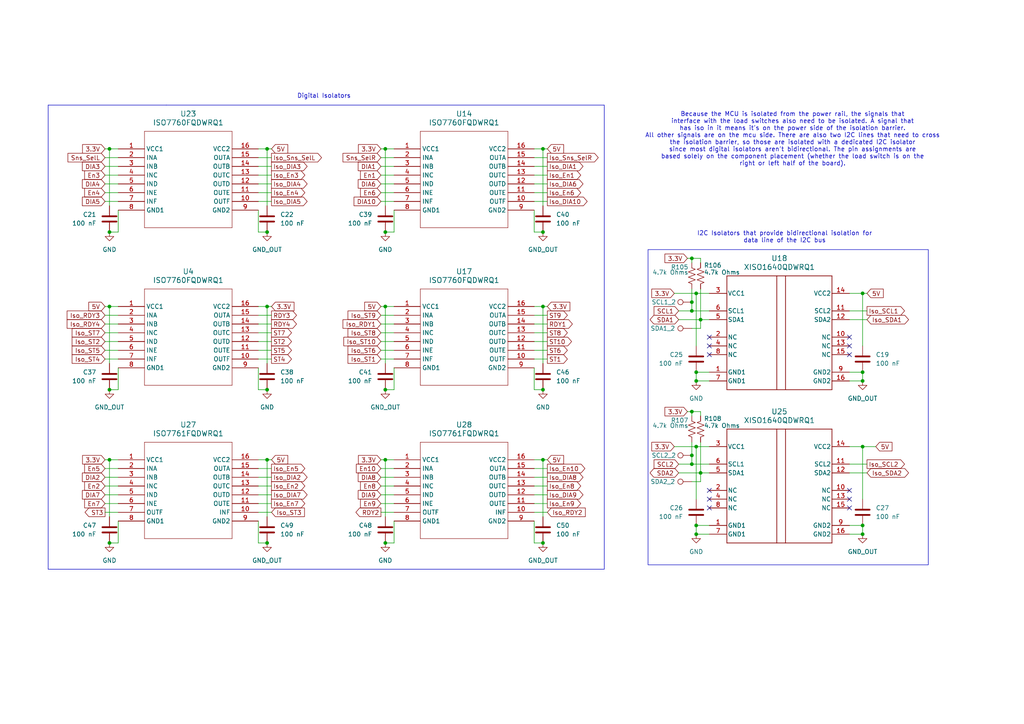
<source format=kicad_sch>
(kicad_sch
	(version 20250114)
	(generator "eeschema")
	(generator_version "9.0")
	(uuid "c5341179-ea89-481b-ac6c-556936186aa8")
	(paper "A4")
	(lib_symbols
		(symbol "6_Channel_Isolator:ISO7760FQDWRQ1"
			(exclude_from_sim no)
			(in_bom yes)
			(on_board yes)
			(property "Reference" "U"
				(at 0 0 0)
				(effects
					(font
						(size 1.27 1.27)
					)
				)
			)
			(property "Value" ""
				(at 0 0 0)
				(effects
					(font
						(size 1.27 1.27)
					)
				)
			)
			(property "Footprint" ""
				(at 0 0 0)
				(effects
					(font
						(size 1.27 1.27)
					)
					(hide yes)
				)
			)
			(property "Datasheet" ""
				(at 0 0 0)
				(effects
					(font
						(size 1.27 1.27)
					)
					(hide yes)
				)
			)
			(property "Description" ""
				(at 0 0 0)
				(effects
					(font
						(size 1.27 1.27)
					)
					(hide yes)
				)
			)
			(symbol "ISO7760FQDWRQ1_0_1"
				(polyline
					(pts
						(xy -11.43 -1.27) (xy -11.43 -29.21)
					)
					(stroke
						(width 0.127)
						(type default)
					)
					(fill
						(type none)
					)
				)
				(polyline
					(pts
						(xy -11.43 -29.21) (xy 13.97 -29.21)
					)
					(stroke
						(width 0.127)
						(type default)
					)
					(fill
						(type none)
					)
				)
				(polyline
					(pts
						(xy 13.97 -1.27) (xy -11.43 -1.27)
					)
					(stroke
						(width 0.127)
						(type default)
					)
					(fill
						(type none)
					)
				)
				(polyline
					(pts
						(xy 13.97 -29.21) (xy 13.97 -1.27)
					)
					(stroke
						(width 0.127)
						(type default)
					)
					(fill
						(type none)
					)
				)
				(pin power_in line
					(at -19.05 -6.35 0)
					(length 7.62)
					(name "VCC1"
						(effects
							(font
								(size 1.27 1.27)
							)
						)
					)
					(number "1"
						(effects
							(font
								(size 1.27 1.27)
							)
						)
					)
				)
				(pin input line
					(at -19.05 -8.89 0)
					(length 7.62)
					(name "INA"
						(effects
							(font
								(size 1.27 1.27)
							)
						)
					)
					(number "2"
						(effects
							(font
								(size 1.27 1.27)
							)
						)
					)
				)
				(pin input line
					(at -19.05 -11.43 0)
					(length 7.62)
					(name "INB"
						(effects
							(font
								(size 1.27 1.27)
							)
						)
					)
					(number "3"
						(effects
							(font
								(size 1.27 1.27)
							)
						)
					)
				)
				(pin input line
					(at -19.05 -13.97 0)
					(length 7.62)
					(name "INC"
						(effects
							(font
								(size 1.27 1.27)
							)
						)
					)
					(number "4"
						(effects
							(font
								(size 1.27 1.27)
							)
						)
					)
				)
				(pin input line
					(at -19.05 -16.51 0)
					(length 7.62)
					(name "IND"
						(effects
							(font
								(size 1.27 1.27)
							)
						)
					)
					(number "5"
						(effects
							(font
								(size 1.27 1.27)
							)
						)
					)
				)
				(pin input line
					(at -19.05 -19.05 0)
					(length 7.62)
					(name "INE"
						(effects
							(font
								(size 1.27 1.27)
							)
						)
					)
					(number "6"
						(effects
							(font
								(size 1.27 1.27)
							)
						)
					)
				)
				(pin input line
					(at -19.05 -21.59 0)
					(length 7.62)
					(name "INF"
						(effects
							(font
								(size 1.27 1.27)
							)
						)
					)
					(number "7"
						(effects
							(font
								(size 1.27 1.27)
							)
						)
					)
				)
				(pin power_in line
					(at 21.59 -6.35 180)
					(length 7.62)
					(name "VCC2"
						(effects
							(font
								(size 1.27 1.27)
							)
						)
					)
					(number "16"
						(effects
							(font
								(size 1.27 1.27)
							)
						)
					)
				)
				(pin output line
					(at 21.59 -8.89 180)
					(length 7.62)
					(name "OUTA"
						(effects
							(font
								(size 1.27 1.27)
							)
						)
					)
					(number "15"
						(effects
							(font
								(size 1.27 1.27)
							)
						)
					)
				)
				(pin output line
					(at 21.59 -11.43 180)
					(length 7.62)
					(name "OUTB"
						(effects
							(font
								(size 1.27 1.27)
							)
						)
					)
					(number "14"
						(effects
							(font
								(size 1.27 1.27)
							)
						)
					)
				)
				(pin output line
					(at 21.59 -13.97 180)
					(length 7.62)
					(name "OUTC"
						(effects
							(font
								(size 1.27 1.27)
							)
						)
					)
					(number "13"
						(effects
							(font
								(size 1.27 1.27)
							)
						)
					)
				)
				(pin output line
					(at 21.59 -16.51 180)
					(length 7.62)
					(name "OUTD"
						(effects
							(font
								(size 1.27 1.27)
							)
						)
					)
					(number "12"
						(effects
							(font
								(size 1.27 1.27)
							)
						)
					)
				)
				(pin output line
					(at 21.59 -19.05 180)
					(length 7.62)
					(name "OUTE"
						(effects
							(font
								(size 1.27 1.27)
							)
						)
					)
					(number "11"
						(effects
							(font
								(size 1.27 1.27)
							)
						)
					)
				)
				(pin output line
					(at 21.59 -21.59 180)
					(length 7.62)
					(name "OUTF"
						(effects
							(font
								(size 1.27 1.27)
							)
						)
					)
					(number "10"
						(effects
							(font
								(size 1.27 1.27)
							)
						)
					)
				)
			)
			(symbol "ISO7760FQDWRQ1_1_1"
				(pin power_in line
					(at -19.05 -24.13 0)
					(length 7.62)
					(name "GND1"
						(effects
							(font
								(size 1.27 1.27)
							)
						)
					)
					(number "8"
						(effects
							(font
								(size 1.27 1.27)
							)
						)
					)
				)
				(pin power_in line
					(at 21.59 -24.13 180)
					(length 7.62)
					(name "GND2"
						(effects
							(font
								(size 1.27 1.27)
							)
						)
					)
					(number "9"
						(effects
							(font
								(size 1.27 1.27)
							)
						)
					)
				)
			)
			(embedded_fonts no)
		)
		(symbol "6_Channel_Isolator:ISO7761FQDWRQ1"
			(exclude_from_sim no)
			(in_bom yes)
			(on_board yes)
			(property "Reference" "U"
				(at 0 0 0)
				(effects
					(font
						(size 1.27 1.27)
					)
				)
			)
			(property "Value" ""
				(at 0 0 0)
				(effects
					(font
						(size 1.27 1.27)
					)
				)
			)
			(property "Footprint" "Package_SO:SOIC-16W_7.5x10.3mm_P1.27mm"
				(at 0 0 0)
				(effects
					(font
						(size 1.27 1.27)
					)
					(hide yes)
				)
			)
			(property "Datasheet" "https://www.ti.com/lit/ds/symlink/iso7760-q1.pdf?ts=1768745709472"
				(at 0 0 0)
				(effects
					(font
						(size 1.27 1.27)
					)
					(hide yes)
				)
			)
			(property "Description" ""
				(at 0 0 0)
				(effects
					(font
						(size 1.27 1.27)
					)
					(hide yes)
				)
			)
			(symbol "ISO7761FQDWRQ1_0_1"
				(polyline
					(pts
						(xy -12.7 -1.27) (xy -12.7 -29.21)
					)
					(stroke
						(width 0.127)
						(type default)
					)
					(fill
						(type none)
					)
				)
				(polyline
					(pts
						(xy -12.7 -29.21) (xy 12.7 -29.21)
					)
					(stroke
						(width 0.127)
						(type default)
					)
					(fill
						(type none)
					)
				)
				(polyline
					(pts
						(xy 12.7 -1.27) (xy -12.7 -1.27)
					)
					(stroke
						(width 0.127)
						(type default)
					)
					(fill
						(type none)
					)
				)
				(polyline
					(pts
						(xy 12.7 -29.21) (xy 12.7 -1.27)
					)
					(stroke
						(width 0.127)
						(type default)
					)
					(fill
						(type none)
					)
				)
				(pin power_in line
					(at -20.32 -6.35 0)
					(length 7.62)
					(name "VCC1"
						(effects
							(font
								(size 1.27 1.27)
							)
						)
					)
					(number "1"
						(effects
							(font
								(size 1.27 1.27)
							)
						)
					)
				)
				(pin input line
					(at -20.32 -8.89 0)
					(length 7.62)
					(name "INA"
						(effects
							(font
								(size 1.27 1.27)
							)
						)
					)
					(number "2"
						(effects
							(font
								(size 1.27 1.27)
							)
						)
					)
				)
				(pin input line
					(at -20.32 -11.43 0)
					(length 7.62)
					(name "INB"
						(effects
							(font
								(size 1.27 1.27)
							)
						)
					)
					(number "3"
						(effects
							(font
								(size 1.27 1.27)
							)
						)
					)
				)
				(pin input line
					(at -20.32 -13.97 0)
					(length 7.62)
					(name "INC"
						(effects
							(font
								(size 1.27 1.27)
							)
						)
					)
					(number "4"
						(effects
							(font
								(size 1.27 1.27)
							)
						)
					)
				)
				(pin input line
					(at -20.32 -16.51 0)
					(length 7.62)
					(name "IND"
						(effects
							(font
								(size 1.27 1.27)
							)
						)
					)
					(number "5"
						(effects
							(font
								(size 1.27 1.27)
							)
						)
					)
				)
				(pin input line
					(at -20.32 -19.05 0)
					(length 7.62)
					(name "INE"
						(effects
							(font
								(size 1.27 1.27)
							)
						)
					)
					(number "6"
						(effects
							(font
								(size 1.27 1.27)
							)
						)
					)
				)
				(pin power_in line
					(at 20.32 -6.35 180)
					(length 7.62)
					(name "VCC2"
						(effects
							(font
								(size 1.27 1.27)
							)
						)
					)
					(number "16"
						(effects
							(font
								(size 1.27 1.27)
							)
						)
					)
				)
				(pin output line
					(at 20.32 -8.89 180)
					(length 7.62)
					(name "OUTA"
						(effects
							(font
								(size 1.27 1.27)
							)
						)
					)
					(number "15"
						(effects
							(font
								(size 1.27 1.27)
							)
						)
					)
				)
				(pin output line
					(at 20.32 -11.43 180)
					(length 7.62)
					(name "OUTB"
						(effects
							(font
								(size 1.27 1.27)
							)
						)
					)
					(number "14"
						(effects
							(font
								(size 1.27 1.27)
							)
						)
					)
				)
				(pin output line
					(at 20.32 -13.97 180)
					(length 7.62)
					(name "OUTC"
						(effects
							(font
								(size 1.27 1.27)
							)
						)
					)
					(number "13"
						(effects
							(font
								(size 1.27 1.27)
							)
						)
					)
				)
				(pin output line
					(at 20.32 -16.51 180)
					(length 7.62)
					(name "OUTD"
						(effects
							(font
								(size 1.27 1.27)
							)
						)
					)
					(number "12"
						(effects
							(font
								(size 1.27 1.27)
							)
						)
					)
				)
				(pin output line
					(at 20.32 -19.05 180)
					(length 7.62)
					(name "OUTE"
						(effects
							(font
								(size 1.27 1.27)
							)
						)
					)
					(number "11"
						(effects
							(font
								(size 1.27 1.27)
							)
						)
					)
				)
			)
			(symbol "ISO7761FQDWRQ1_1_1"
				(pin output line
					(at -20.32 -21.59 0)
					(length 7.62)
					(name "OUTF"
						(effects
							(font
								(size 1.27 1.27)
							)
						)
					)
					(number "7"
						(effects
							(font
								(size 1.27 1.27)
							)
						)
					)
				)
				(pin power_in line
					(at -20.32 -24.13 0)
					(length 7.62)
					(name "GND1"
						(effects
							(font
								(size 1.27 1.27)
							)
						)
					)
					(number "8"
						(effects
							(font
								(size 1.27 1.27)
							)
						)
					)
				)
				(pin input line
					(at 20.32 -21.59 180)
					(length 7.62)
					(name "INF"
						(effects
							(font
								(size 1.27 1.27)
							)
						)
					)
					(number "10"
						(effects
							(font
								(size 1.27 1.27)
							)
						)
					)
				)
				(pin power_in line
					(at 20.32 -24.13 180)
					(length 7.62)
					(name "GND2"
						(effects
							(font
								(size 1.27 1.27)
							)
						)
					)
					(number "9"
						(effects
							(font
								(size 1.27 1.27)
							)
						)
					)
				)
			)
			(embedded_fonts no)
		)
		(symbol "Connector:TestPoint"
			(pin_numbers
				(hide yes)
			)
			(pin_names
				(offset 0.762)
				(hide yes)
			)
			(exclude_from_sim no)
			(in_bom yes)
			(on_board yes)
			(property "Reference" "TP"
				(at 0 6.858 0)
				(effects
					(font
						(size 1.27 1.27)
					)
				)
			)
			(property "Value" "TestPoint"
				(at 0 5.08 0)
				(effects
					(font
						(size 1.27 1.27)
					)
				)
			)
			(property "Footprint" ""
				(at 5.08 0 0)
				(effects
					(font
						(size 1.27 1.27)
					)
					(hide yes)
				)
			)
			(property "Datasheet" "~"
				(at 5.08 0 0)
				(effects
					(font
						(size 1.27 1.27)
					)
					(hide yes)
				)
			)
			(property "Description" "test point"
				(at 0 0 0)
				(effects
					(font
						(size 1.27 1.27)
					)
					(hide yes)
				)
			)
			(property "ki_keywords" "test point tp"
				(at 0 0 0)
				(effects
					(font
						(size 1.27 1.27)
					)
					(hide yes)
				)
			)
			(property "ki_fp_filters" "Pin* Test*"
				(at 0 0 0)
				(effects
					(font
						(size 1.27 1.27)
					)
					(hide yes)
				)
			)
			(symbol "TestPoint_0_1"
				(circle
					(center 0 3.302)
					(radius 0.762)
					(stroke
						(width 0)
						(type default)
					)
					(fill
						(type none)
					)
				)
			)
			(symbol "TestPoint_1_1"
				(pin passive line
					(at 0 0 90)
					(length 2.54)
					(name "1"
						(effects
							(font
								(size 1.27 1.27)
							)
						)
					)
					(number "1"
						(effects
							(font
								(size 1.27 1.27)
							)
						)
					)
				)
			)
			(embedded_fonts no)
		)
		(symbol "Device:C"
			(pin_numbers
				(hide yes)
			)
			(pin_names
				(offset 0.254)
			)
			(exclude_from_sim no)
			(in_bom yes)
			(on_board yes)
			(property "Reference" "C"
				(at 0.635 2.54 0)
				(effects
					(font
						(size 1.27 1.27)
					)
					(justify left)
				)
			)
			(property "Value" "C"
				(at 0.635 -2.54 0)
				(effects
					(font
						(size 1.27 1.27)
					)
					(justify left)
				)
			)
			(property "Footprint" ""
				(at 0.9652 -3.81 0)
				(effects
					(font
						(size 1.27 1.27)
					)
					(hide yes)
				)
			)
			(property "Datasheet" "~"
				(at 0 0 0)
				(effects
					(font
						(size 1.27 1.27)
					)
					(hide yes)
				)
			)
			(property "Description" "Unpolarized capacitor"
				(at 0 0 0)
				(effects
					(font
						(size 1.27 1.27)
					)
					(hide yes)
				)
			)
			(property "ki_keywords" "cap capacitor"
				(at 0 0 0)
				(effects
					(font
						(size 1.27 1.27)
					)
					(hide yes)
				)
			)
			(property "ki_fp_filters" "C_*"
				(at 0 0 0)
				(effects
					(font
						(size 1.27 1.27)
					)
					(hide yes)
				)
			)
			(symbol "C_0_1"
				(polyline
					(pts
						(xy -2.032 0.762) (xy 2.032 0.762)
					)
					(stroke
						(width 0.508)
						(type default)
					)
					(fill
						(type none)
					)
				)
				(polyline
					(pts
						(xy -2.032 -0.762) (xy 2.032 -0.762)
					)
					(stroke
						(width 0.508)
						(type default)
					)
					(fill
						(type none)
					)
				)
			)
			(symbol "C_1_1"
				(pin passive line
					(at 0 3.81 270)
					(length 2.794)
					(name "~"
						(effects
							(font
								(size 1.27 1.27)
							)
						)
					)
					(number "1"
						(effects
							(font
								(size 1.27 1.27)
							)
						)
					)
				)
				(pin passive line
					(at 0 -3.81 90)
					(length 2.794)
					(name "~"
						(effects
							(font
								(size 1.27 1.27)
							)
						)
					)
					(number "2"
						(effects
							(font
								(size 1.27 1.27)
							)
						)
					)
				)
			)
			(embedded_fonts no)
		)
		(symbol "Device:R_US"
			(pin_numbers
				(hide yes)
			)
			(pin_names
				(offset 0)
			)
			(exclude_from_sim no)
			(in_bom yes)
			(on_board yes)
			(property "Reference" "R"
				(at 2.54 0 90)
				(effects
					(font
						(size 1.27 1.27)
					)
				)
			)
			(property "Value" "R_US"
				(at -2.54 0 90)
				(effects
					(font
						(size 1.27 1.27)
					)
				)
			)
			(property "Footprint" ""
				(at 1.016 -0.254 90)
				(effects
					(font
						(size 1.27 1.27)
					)
					(hide yes)
				)
			)
			(property "Datasheet" "~"
				(at 0 0 0)
				(effects
					(font
						(size 1.27 1.27)
					)
					(hide yes)
				)
			)
			(property "Description" "Resistor, US symbol"
				(at 0 0 0)
				(effects
					(font
						(size 1.27 1.27)
					)
					(hide yes)
				)
			)
			(property "ki_keywords" "R res resistor"
				(at 0 0 0)
				(effects
					(font
						(size 1.27 1.27)
					)
					(hide yes)
				)
			)
			(property "ki_fp_filters" "R_*"
				(at 0 0 0)
				(effects
					(font
						(size 1.27 1.27)
					)
					(hide yes)
				)
			)
			(symbol "R_US_0_1"
				(polyline
					(pts
						(xy 0 2.286) (xy 0 2.54)
					)
					(stroke
						(width 0)
						(type default)
					)
					(fill
						(type none)
					)
				)
				(polyline
					(pts
						(xy 0 2.286) (xy 1.016 1.905) (xy 0 1.524) (xy -1.016 1.143) (xy 0 0.762)
					)
					(stroke
						(width 0)
						(type default)
					)
					(fill
						(type none)
					)
				)
				(polyline
					(pts
						(xy 0 0.762) (xy 1.016 0.381) (xy 0 0) (xy -1.016 -0.381) (xy 0 -0.762)
					)
					(stroke
						(width 0)
						(type default)
					)
					(fill
						(type none)
					)
				)
				(polyline
					(pts
						(xy 0 -0.762) (xy 1.016 -1.143) (xy 0 -1.524) (xy -1.016 -1.905) (xy 0 -2.286)
					)
					(stroke
						(width 0)
						(type default)
					)
					(fill
						(type none)
					)
				)
				(polyline
					(pts
						(xy 0 -2.286) (xy 0 -2.54)
					)
					(stroke
						(width 0)
						(type default)
					)
					(fill
						(type none)
					)
				)
			)
			(symbol "R_US_1_1"
				(pin passive line
					(at 0 3.81 270)
					(length 1.27)
					(name "~"
						(effects
							(font
								(size 1.27 1.27)
							)
						)
					)
					(number "1"
						(effects
							(font
								(size 1.27 1.27)
							)
						)
					)
				)
				(pin passive line
					(at 0 -3.81 90)
					(length 1.27)
					(name "~"
						(effects
							(font
								(size 1.27 1.27)
							)
						)
					)
					(number "2"
						(effects
							(font
								(size 1.27 1.27)
							)
						)
					)
				)
			)
			(embedded_fonts no)
		)
		(symbol "I2C_Isolator:XISO1640QDWRQ1"
			(pin_names
				(offset 0.254)
			)
			(exclude_from_sim no)
			(in_bom yes)
			(on_board yes)
			(property "Reference" "U"
				(at 0 2.54 0)
				(effects
					(font
						(size 1.524 1.524)
					)
				)
			)
			(property "Value" "XISO1640QDWRQ1"
				(at 0 0 0)
				(effects
					(font
						(size 1.524 1.524)
					)
				)
			)
			(property "Footprint" "DW0016A-IPC_A"
				(at 0 0 0)
				(effects
					(font
						(size 1.27 1.27)
						(italic yes)
					)
					(hide yes)
				)
			)
			(property "Datasheet" "https://www.ti.com/lit/gpn/iso1640-q1"
				(at 0 0 0)
				(effects
					(font
						(size 1.27 1.27)
						(italic yes)
					)
					(hide yes)
				)
			)
			(property "Description" ""
				(at 0 0 0)
				(effects
					(font
						(size 1.27 1.27)
					)
					(hide yes)
				)
			)
			(property "ki_locked" ""
				(at 0 0 0)
				(effects
					(font
						(size 1.27 1.27)
					)
				)
			)
			(property "ki_keywords" "XISO1640QDWRQ1"
				(at 0 0 0)
				(effects
					(font
						(size 1.27 1.27)
					)
					(hide yes)
				)
			)
			(property "ki_fp_filters" "DW0016A-IPC_A DW0016A-IPC_B DW0016A-IPC_C DW0016A-MFG"
				(at 0 0 0)
				(effects
					(font
						(size 1.27 1.27)
					)
					(hide yes)
				)
			)
			(symbol "XISO1640QDWRQ1_0_1"
				(polyline
					(pts
						(xy 5.08 5.08) (xy 5.08 -27.94)
					)
					(stroke
						(width 0.2032)
						(type default)
					)
					(fill
						(type none)
					)
				)
				(polyline
					(pts
						(xy 5.08 -27.94) (xy 35.56 -27.94)
					)
					(stroke
						(width 0.2032)
						(type default)
					)
					(fill
						(type none)
					)
				)
				(polyline
					(pts
						(xy 19.558 5.08) (xy 19.558 -27.94)
					)
					(stroke
						(width 0.2032)
						(type default)
					)
					(fill
						(type none)
					)
				)
				(polyline
					(pts
						(xy 22.098 5.08) (xy 22.098 -27.94)
					)
					(stroke
						(width 0.2032)
						(type default)
					)
					(fill
						(type none)
					)
				)
				(polyline
					(pts
						(xy 35.56 5.08) (xy 5.08 5.08)
					)
					(stroke
						(width 0.2032)
						(type default)
					)
					(fill
						(type none)
					)
				)
				(polyline
					(pts
						(xy 35.56 -27.94) (xy 35.56 5.08)
					)
					(stroke
						(width 0.2032)
						(type default)
					)
					(fill
						(type none)
					)
				)
				(pin power_in line
					(at 0 0 0)
					(length 5.08)
					(name "VCC1"
						(effects
							(font
								(size 1.27 1.27)
							)
						)
					)
					(number "3"
						(effects
							(font
								(size 1.27 1.27)
							)
						)
					)
				)
				(pin input line
					(at 0 -5.08 0)
					(length 5.08)
					(name "SCL1"
						(effects
							(font
								(size 1.27 1.27)
							)
						)
					)
					(number "6"
						(effects
							(font
								(size 1.27 1.27)
							)
						)
					)
				)
				(pin bidirectional line
					(at 0 -7.62 0)
					(length 5.08)
					(name "SDA1"
						(effects
							(font
								(size 1.27 1.27)
							)
						)
					)
					(number "5"
						(effects
							(font
								(size 1.27 1.27)
							)
						)
					)
				)
				(pin unspecified line
					(at 0 -12.7 0)
					(length 5.08)
					(name "NC"
						(effects
							(font
								(size 1.27 1.27)
							)
						)
					)
					(number "2"
						(effects
							(font
								(size 1.27 1.27)
							)
						)
					)
				)
				(pin unspecified line
					(at 0 -15.24 0)
					(length 5.08)
					(name "NC"
						(effects
							(font
								(size 1.27 1.27)
							)
						)
					)
					(number "4"
						(effects
							(font
								(size 1.27 1.27)
							)
						)
					)
				)
				(pin unspecified line
					(at 0 -17.78 0)
					(length 5.08)
					(name "NC"
						(effects
							(font
								(size 1.27 1.27)
							)
						)
					)
					(number "8"
						(effects
							(font
								(size 1.27 1.27)
							)
						)
					)
				)
				(pin power_in line
					(at 0 -22.86 0)
					(length 5.08)
					(name "GND1"
						(effects
							(font
								(size 1.27 1.27)
							)
						)
					)
					(number "1"
						(effects
							(font
								(size 1.27 1.27)
							)
						)
					)
				)
				(pin power_in line
					(at 0 -25.4 0)
					(length 5.08)
					(name "GND1"
						(effects
							(font
								(size 1.27 1.27)
							)
						)
					)
					(number "7"
						(effects
							(font
								(size 1.27 1.27)
							)
						)
					)
				)
				(pin power_in line
					(at 40.64 0 180)
					(length 5.08)
					(name "VCC2"
						(effects
							(font
								(size 1.27 1.27)
							)
						)
					)
					(number "14"
						(effects
							(font
								(size 1.27 1.27)
							)
						)
					)
				)
				(pin input line
					(at 40.64 -5.08 180)
					(length 5.08)
					(name "SCL2"
						(effects
							(font
								(size 1.27 1.27)
							)
						)
					)
					(number "11"
						(effects
							(font
								(size 1.27 1.27)
							)
						)
					)
				)
				(pin bidirectional line
					(at 40.64 -7.62 180)
					(length 5.08)
					(name "SDA2"
						(effects
							(font
								(size 1.27 1.27)
							)
						)
					)
					(number "12"
						(effects
							(font
								(size 1.27 1.27)
							)
						)
					)
				)
				(pin unspecified line
					(at 40.64 -12.7 180)
					(length 5.08)
					(name "NC"
						(effects
							(font
								(size 1.27 1.27)
							)
						)
					)
					(number "10"
						(effects
							(font
								(size 1.27 1.27)
							)
						)
					)
				)
				(pin unspecified line
					(at 40.64 -15.24 180)
					(length 5.08)
					(name "NC"
						(effects
							(font
								(size 1.27 1.27)
							)
						)
					)
					(number "13"
						(effects
							(font
								(size 1.27 1.27)
							)
						)
					)
				)
				(pin unspecified line
					(at 40.64 -17.78 180)
					(length 5.08)
					(name "NC"
						(effects
							(font
								(size 1.27 1.27)
							)
						)
					)
					(number "15"
						(effects
							(font
								(size 1.27 1.27)
							)
						)
					)
				)
				(pin power_in line
					(at 40.64 -22.86 180)
					(length 5.08)
					(name "GND2"
						(effects
							(font
								(size 1.27 1.27)
							)
						)
					)
					(number "9"
						(effects
							(font
								(size 1.27 1.27)
							)
						)
					)
				)
				(pin power_in line
					(at 40.64 -25.4 180)
					(length 5.08)
					(name "GND2"
						(effects
							(font
								(size 1.27 1.27)
							)
						)
					)
					(number "16"
						(effects
							(font
								(size 1.27 1.27)
							)
						)
					)
				)
			)
			(embedded_fonts no)
		)
		(symbol "power:GND"
			(power)
			(pin_numbers
				(hide yes)
			)
			(pin_names
				(offset 0)
				(hide yes)
			)
			(exclude_from_sim no)
			(in_bom yes)
			(on_board yes)
			(property "Reference" "#PWR"
				(at 0 -6.35 0)
				(effects
					(font
						(size 1.27 1.27)
					)
					(hide yes)
				)
			)
			(property "Value" "GND"
				(at 0 -3.81 0)
				(effects
					(font
						(size 1.27 1.27)
					)
				)
			)
			(property "Footprint" ""
				(at 0 0 0)
				(effects
					(font
						(size 1.27 1.27)
					)
					(hide yes)
				)
			)
			(property "Datasheet" ""
				(at 0 0 0)
				(effects
					(font
						(size 1.27 1.27)
					)
					(hide yes)
				)
			)
			(property "Description" "Power symbol creates a global label with name \"GND\" , ground"
				(at 0 0 0)
				(effects
					(font
						(size 1.27 1.27)
					)
					(hide yes)
				)
			)
			(property "ki_keywords" "global power"
				(at 0 0 0)
				(effects
					(font
						(size 1.27 1.27)
					)
					(hide yes)
				)
			)
			(symbol "GND_0_1"
				(polyline
					(pts
						(xy 0 0) (xy 0 -1.27) (xy 1.27 -1.27) (xy 0 -2.54) (xy -1.27 -1.27) (xy 0 -1.27)
					)
					(stroke
						(width 0)
						(type default)
					)
					(fill
						(type none)
					)
				)
			)
			(symbol "GND_1_1"
				(pin power_in line
					(at 0 0 270)
					(length 0)
					(name "~"
						(effects
							(font
								(size 1.27 1.27)
							)
						)
					)
					(number "1"
						(effects
							(font
								(size 1.27 1.27)
							)
						)
					)
				)
			)
			(embedded_fonts no)
		)
	)
	(rectangle
		(start 187.96 72.39)
		(end 269.24 163.83)
		(stroke
			(width 0)
			(type default)
		)
		(fill
			(type none)
		)
		(uuid 437810ff-b3e1-4ac3-b8a4-c4dedd2cb24f)
	)
	(text "I2C Isolators that provide bidirectional isolation for\ndata line of the I2C bus"
		(exclude_from_sim no)
		(at 227.584 68.834 0)
		(effects
			(font
				(size 1.27 1.27)
			)
		)
		(uuid "2ec7c101-a1cf-444a-ae3a-99ac2d306651")
	)
	(text "Digital Isolators"
		(exclude_from_sim no)
		(at 93.98 27.94 0)
		(effects
			(font
				(size 1.27 1.27)
			)
		)
		(uuid "46ebd5be-132d-42a6-8d61-163855377bc2")
	)
	(text "Because the MCU is isolated from the power rail, the signals that\ninterface with the load switches also need to be isolated. A signal that\nhas iso in it means it's on the power side of the isolation barrier.\nAll other signals are on the mcu side. There are also two I2C lines that need to cross\nthe isolation barrier, so those are isolated with a dedicated I2C isolator\nsince most digital isolators aren't bidirectional. The pin assignments are\nbased solely on the component placement (whether the load switch is on the\nright or left half of the board)."
		(exclude_from_sim no)
		(at 229.87 40.386 0)
		(effects
			(font
				(size 1.27 1.27)
			)
		)
		(uuid "8be144c8-2b50-4b87-b4fe-d9627cdb6ce6")
	)
	(junction
		(at 31.75 67.31)
		(diameter 0)
		(color 0 0 0 0)
		(uuid "082cd05c-c464-4ccf-93db-f5faa8034dd9")
	)
	(junction
		(at 250.19 152.4)
		(diameter 0)
		(color 0 0 0 0)
		(uuid "0acb912e-9db5-468e-9c07-0348d8a0a7ea")
	)
	(junction
		(at 201.93 110.49)
		(diameter 0)
		(color 0 0 0 0)
		(uuid "0be756cd-118c-4e9c-a1f6-67478636c9b7")
	)
	(junction
		(at 200.66 87.63)
		(diameter 0)
		(color 0 0 0 0)
		(uuid "0caabdbe-9bab-4908-9b9f-0510fb004fc8")
	)
	(junction
		(at 111.76 133.35)
		(diameter 0)
		(color 0 0 0 0)
		(uuid "136942f5-131d-4b28-a898-ad34b33549a2")
	)
	(junction
		(at 157.48 157.48)
		(diameter 0)
		(color 0 0 0 0)
		(uuid "1f21007f-65f9-49db-88ce-47891ab738ea")
	)
	(junction
		(at 77.47 67.31)
		(diameter 0)
		(color 0 0 0 0)
		(uuid "27512753-8998-432f-9df6-93e58d6c7d61")
	)
	(junction
		(at 250.19 129.54)
		(diameter 0)
		(color 0 0 0 0)
		(uuid "2991cc9a-4b98-4db5-8df6-d1ece5b3ffa0")
	)
	(junction
		(at 201.93 152.4)
		(diameter 0)
		(color 0 0 0 0)
		(uuid "35b20983-49b3-4ee0-ae83-22e32ab7fa41")
	)
	(junction
		(at 200.66 74.93)
		(diameter 0)
		(color 0 0 0 0)
		(uuid "4478d9e9-df06-4652-aa74-04bf16bf03ed")
	)
	(junction
		(at 201.93 129.54)
		(diameter 0)
		(color 0 0 0 0)
		(uuid "46793676-4479-4982-8318-02a0b0748cac")
	)
	(junction
		(at 77.47 88.9)
		(diameter 0)
		(color 0 0 0 0)
		(uuid "47b67722-303a-45ce-a805-4366b3f509a6")
	)
	(junction
		(at 157.48 67.31)
		(diameter 0)
		(color 0 0 0 0)
		(uuid "52abbba2-4d1c-4565-aa30-ddee424f3694")
	)
	(junction
		(at 77.47 43.18)
		(diameter 0)
		(color 0 0 0 0)
		(uuid "57928f8b-9044-438c-b09c-a32613a0e91c")
	)
	(junction
		(at 250.19 110.49)
		(diameter 0)
		(color 0 0 0 0)
		(uuid "5af92886-6a38-485f-af19-ed648c95ced6")
	)
	(junction
		(at 200.66 134.62)
		(diameter 0)
		(color 0 0 0 0)
		(uuid "5d582f6b-ba81-4e57-a363-efa3f67851d1")
	)
	(junction
		(at 111.76 88.9)
		(diameter 0)
		(color 0 0 0 0)
		(uuid "604b54bd-0ad1-481f-846b-fab5e77c8fc4")
	)
	(junction
		(at 201.93 154.94)
		(diameter 0)
		(color 0 0 0 0)
		(uuid "622a785c-bb2d-4dac-b3e5-e73b30f28ce7")
	)
	(junction
		(at 203.2 92.71)
		(diameter 0)
		(color 0 0 0 0)
		(uuid "662090f7-8bcd-4042-9cc2-ad939516d9c7")
	)
	(junction
		(at 200.66 119.38)
		(diameter 0)
		(color 0 0 0 0)
		(uuid "668f31e2-f601-4ca0-819a-180beab2563f")
	)
	(junction
		(at 31.75 113.03)
		(diameter 0)
		(color 0 0 0 0)
		(uuid "6e5bedb4-faa6-43e2-9edf-47ba44d8a650")
	)
	(junction
		(at 77.47 133.35)
		(diameter 0)
		(color 0 0 0 0)
		(uuid "7a7f81e0-992f-4b8d-b941-e7f3cff12554")
	)
	(junction
		(at 250.19 85.09)
		(diameter 0)
		(color 0 0 0 0)
		(uuid "8c200049-d7c9-47ee-aa73-d822867d298c")
	)
	(junction
		(at 157.48 113.03)
		(diameter 0)
		(color 0 0 0 0)
		(uuid "9afe28b6-e0b3-4ed0-a719-15ae80112bb3")
	)
	(junction
		(at 200.66 90.17)
		(diameter 0)
		(color 0 0 0 0)
		(uuid "a2c8419e-3ca1-4272-9c16-8aa2592601ba")
	)
	(junction
		(at 31.75 157.48)
		(diameter 0)
		(color 0 0 0 0)
		(uuid "a3cfb0a3-9ef0-4cbd-99b1-180516fe34c0")
	)
	(junction
		(at 31.75 43.18)
		(diameter 0)
		(color 0 0 0 0)
		(uuid "a9c0aee0-d9ee-43bb-87b1-2a27ae7d8c6d")
	)
	(junction
		(at 31.75 88.9)
		(diameter 0)
		(color 0 0 0 0)
		(uuid "aa13443e-9e14-405d-a3e0-f3f59fc2db8d")
	)
	(junction
		(at 31.75 133.35)
		(diameter 0)
		(color 0 0 0 0)
		(uuid "adf9ba2f-d9ef-42aa-b77e-d6ee52984667")
	)
	(junction
		(at 77.47 113.03)
		(diameter 0)
		(color 0 0 0 0)
		(uuid "adf9fe76-462d-48bf-afce-2f46bfff89ce")
	)
	(junction
		(at 250.19 154.94)
		(diameter 0)
		(color 0 0 0 0)
		(uuid "bab72fbe-391d-4262-a3ea-62c2ac43ef8c")
	)
	(junction
		(at 111.76 67.31)
		(diameter 0)
		(color 0 0 0 0)
		(uuid "bb4675f2-0d05-4580-8881-fdcdd96277c2")
	)
	(junction
		(at 157.48 88.9)
		(diameter 0)
		(color 0 0 0 0)
		(uuid "ca5daf54-d78e-4493-bebb-a599adcd6d84")
	)
	(junction
		(at 157.48 133.35)
		(diameter 0)
		(color 0 0 0 0)
		(uuid "ccc395b1-1ffe-478f-93a3-4c660c9f2137")
	)
	(junction
		(at 200.66 132.08)
		(diameter 0)
		(color 0 0 0 0)
		(uuid "d5d4329e-7d70-4b5a-91cb-166d5cf8efef")
	)
	(junction
		(at 77.47 157.48)
		(diameter 0)
		(color 0 0 0 0)
		(uuid "d64f28ad-4987-4691-b911-5d6d7e202baf")
	)
	(junction
		(at 111.76 157.48)
		(diameter 0)
		(color 0 0 0 0)
		(uuid "d9f02739-a04c-4294-9e4b-058133126d0d")
	)
	(junction
		(at 250.19 107.95)
		(diameter 0)
		(color 0 0 0 0)
		(uuid "da35ab9e-c646-4069-93c0-1e536c75251b")
	)
	(junction
		(at 157.48 43.18)
		(diameter 0)
		(color 0 0 0 0)
		(uuid "dd5b0c44-758a-4b10-9ff1-0af5fe307f1a")
	)
	(junction
		(at 111.76 43.18)
		(diameter 0)
		(color 0 0 0 0)
		(uuid "e3876ab6-fbe0-416e-a574-69436d4fae18")
	)
	(junction
		(at 111.76 113.03)
		(diameter 0)
		(color 0 0 0 0)
		(uuid "e6ff150d-829c-4bcc-acde-4496d6378b9f")
	)
	(junction
		(at 203.2 137.16)
		(diameter 0)
		(color 0 0 0 0)
		(uuid "e956aa6c-744a-4e07-adb6-cbb18618206e")
	)
	(junction
		(at 201.93 107.95)
		(diameter 0)
		(color 0 0 0 0)
		(uuid "f2a27e01-b0fe-462e-9330-21f2954f9792")
	)
	(junction
		(at 201.93 85.09)
		(diameter 0)
		(color 0 0 0 0)
		(uuid "f8ddad77-d730-470b-afa8-716bc52152c4")
	)
	(no_connect
		(at 205.74 97.79)
		(uuid "1db12139-a4b3-4366-b7c7-6f1d582e1989")
	)
	(no_connect
		(at 246.38 100.33)
		(uuid "231eba58-88a3-492d-9e56-1ca18b0253fd")
	)
	(no_connect
		(at 246.38 147.32)
		(uuid "298c18af-2865-4dff-9e2e-789080dce2c7")
	)
	(no_connect
		(at 246.38 102.87)
		(uuid "3379be62-5c2d-4dbb-b24c-8027fadceb4f")
	)
	(no_connect
		(at 246.38 144.78)
		(uuid "5fa35277-7827-4da3-a0de-67e9d21614df")
	)
	(no_connect
		(at 205.74 142.24)
		(uuid "7fadc071-7e92-4e69-807d-18584530553a")
	)
	(no_connect
		(at 205.74 147.32)
		(uuid "857ad692-5a81-4290-a4c1-61c6e738d80e")
	)
	(no_connect
		(at 205.74 144.78)
		(uuid "9c5d13f2-a6d5-41b3-88ee-10b0af3350c8")
	)
	(no_connect
		(at 205.74 100.33)
		(uuid "d0d1780c-ceb5-46c3-bfc9-3a170bef19f9")
	)
	(no_connect
		(at 246.38 142.24)
		(uuid "e1677027-e703-43f3-9ed7-0e3dc591ebc9")
	)
	(no_connect
		(at 205.74 102.87)
		(uuid "f1e20cc1-17c5-45f6-be27-bc5df61a43a8")
	)
	(no_connect
		(at 246.38 97.79)
		(uuid "fa7c874c-7076-4728-ad59-c5f2e829b542")
	)
	(wire
		(pts
			(xy 154.94 113.03) (xy 157.48 113.03)
		)
		(stroke
			(width 0)
			(type default)
		)
		(uuid "02b5d789-2ac8-40e1-b19d-9aa75a1eac42")
	)
	(polyline
		(pts
			(xy 175.26 118.11) (xy 175.26 165.1)
		)
		(stroke
			(width 0)
			(type default)
		)
		(uuid "04d4b04f-52a7-40df-98ee-9bcb03e08c21")
	)
	(wire
		(pts
			(xy 203.2 95.25) (xy 203.2 92.71)
		)
		(stroke
			(width 0)
			(type default)
		)
		(uuid "05908747-26aa-44cf-b82c-e0ddcb823b59")
	)
	(wire
		(pts
			(xy 158.75 45.72) (xy 154.94 45.72)
		)
		(stroke
			(width 0)
			(type default)
		)
		(uuid "0692aaff-a84f-428d-9830-2e01b35f64e5")
	)
	(wire
		(pts
			(xy 158.75 48.26) (xy 154.94 48.26)
		)
		(stroke
			(width 0)
			(type default)
		)
		(uuid "06de09d7-01ca-423c-9166-63014dbf2803")
	)
	(wire
		(pts
			(xy 200.66 95.25) (xy 203.2 95.25)
		)
		(stroke
			(width 0)
			(type default)
		)
		(uuid "07b78ab6-a22d-490a-95af-957a157e0b0f")
	)
	(wire
		(pts
			(xy 154.94 140.97) (xy 158.75 140.97)
		)
		(stroke
			(width 0)
			(type default)
		)
		(uuid "08376eee-9401-4d19-a792-74c4ac2afdca")
	)
	(wire
		(pts
			(xy 154.94 55.88) (xy 158.75 55.88)
		)
		(stroke
			(width 0)
			(type default)
		)
		(uuid "09d90f24-a87a-4781-b896-3ac6ea8551bb")
	)
	(wire
		(pts
			(xy 246.38 152.4) (xy 250.19 152.4)
		)
		(stroke
			(width 0)
			(type default)
		)
		(uuid "0a818cdf-a3ad-40aa-b71e-0088e6b6810c")
	)
	(wire
		(pts
			(xy 78.74 101.6) (xy 74.93 101.6)
		)
		(stroke
			(width 0)
			(type default)
		)
		(uuid "0b0aad07-3241-4e06-8c88-eca289fd24c8")
	)
	(wire
		(pts
			(xy 154.94 67.31) (xy 157.48 67.31)
		)
		(stroke
			(width 0)
			(type default)
		)
		(uuid "0d3a9e7f-4b9c-4470-b00a-7bda00eac4ad")
	)
	(wire
		(pts
			(xy 34.29 113.03) (xy 31.75 113.03)
		)
		(stroke
			(width 0)
			(type default)
		)
		(uuid "0d43ce06-70a9-4f31-8e71-b5842536ac5d")
	)
	(wire
		(pts
			(xy 74.93 106.68) (xy 74.93 113.03)
		)
		(stroke
			(width 0)
			(type default)
		)
		(uuid "0f523904-ee8d-4182-a0c0-30bcc6fe3bab")
	)
	(wire
		(pts
			(xy 200.66 132.08) (xy 200.66 134.62)
		)
		(stroke
			(width 0)
			(type default)
		)
		(uuid "111cc7f4-e863-43a7-9096-ff56ea185668")
	)
	(wire
		(pts
			(xy 114.3 60.96) (xy 114.3 67.31)
		)
		(stroke
			(width 0)
			(type default)
		)
		(uuid "12cc80d1-6980-449d-a187-0659f88ed74c")
	)
	(wire
		(pts
			(xy 200.66 87.63) (xy 200.66 90.17)
		)
		(stroke
			(width 0)
			(type default)
		)
		(uuid "1316d4f0-abce-4a1d-8b19-56914323b524")
	)
	(wire
		(pts
			(xy 154.94 53.34) (xy 158.75 53.34)
		)
		(stroke
			(width 0)
			(type default)
		)
		(uuid "15cf0513-ae0b-4169-9374-738c5af8459f")
	)
	(wire
		(pts
			(xy 250.19 152.4) (xy 250.19 154.94)
		)
		(stroke
			(width 0)
			(type default)
		)
		(uuid "16dd6fae-1ef0-401b-9b05-5162a2e581c3")
	)
	(wire
		(pts
			(xy 111.76 133.35) (xy 111.76 149.86)
		)
		(stroke
			(width 0)
			(type default)
		)
		(uuid "175b1558-b118-456b-8285-d3a17b4bfddc")
	)
	(wire
		(pts
			(xy 30.48 96.52) (xy 34.29 96.52)
		)
		(stroke
			(width 0)
			(type default)
		)
		(uuid "1783ad3e-2127-4d65-916e-c80e32046e5f")
	)
	(wire
		(pts
			(xy 78.74 146.05) (xy 74.93 146.05)
		)
		(stroke
			(width 0)
			(type default)
		)
		(uuid "18c328e8-dfd9-40dd-93b6-0c7cdf93421c")
	)
	(wire
		(pts
			(xy 34.29 106.68) (xy 34.29 113.03)
		)
		(stroke
			(width 0)
			(type default)
		)
		(uuid "1a68378b-5b04-4d97-a81c-ed2e4d78368e")
	)
	(wire
		(pts
			(xy 196.85 137.16) (xy 203.2 137.16)
		)
		(stroke
			(width 0)
			(type default)
		)
		(uuid "1bff4c1e-a487-4f9d-9841-48df7499f55a")
	)
	(wire
		(pts
			(xy 154.94 104.14) (xy 158.75 104.14)
		)
		(stroke
			(width 0)
			(type default)
		)
		(uuid "1cd4818d-85e8-411d-a051-55cc50600ccc")
	)
	(wire
		(pts
			(xy 74.93 104.14) (xy 78.74 104.14)
		)
		(stroke
			(width 0)
			(type default)
		)
		(uuid "1dc98680-5d88-41aa-b5f3-179a17b5165b")
	)
	(wire
		(pts
			(xy 154.94 143.51) (xy 158.75 143.51)
		)
		(stroke
			(width 0)
			(type default)
		)
		(uuid "1e7bc3b9-e7da-4d63-9b4d-f12f28880076")
	)
	(wire
		(pts
			(xy 34.29 88.9) (xy 31.75 88.9)
		)
		(stroke
			(width 0)
			(type default)
		)
		(uuid "1ea636e0-1bae-43b8-91ee-ff53f993c54c")
	)
	(wire
		(pts
			(xy 196.85 92.71) (xy 203.2 92.71)
		)
		(stroke
			(width 0)
			(type default)
		)
		(uuid "21cb25df-a604-4cc9-8df5-abfbf93deaed")
	)
	(wire
		(pts
			(xy 201.93 152.4) (xy 205.74 152.4)
		)
		(stroke
			(width 0)
			(type default)
		)
		(uuid "2239f040-b7ed-4dcc-b435-531579e857d8")
	)
	(wire
		(pts
			(xy 158.75 50.8) (xy 154.94 50.8)
		)
		(stroke
			(width 0)
			(type default)
		)
		(uuid "2480d5fc-627b-4641-871e-9a93d750508c")
	)
	(wire
		(pts
			(xy 246.38 137.16) (xy 251.46 137.16)
		)
		(stroke
			(width 0)
			(type default)
		)
		(uuid "27cf628a-e34b-4d60-92d3-a8b6059f68bb")
	)
	(wire
		(pts
			(xy 154.94 91.44) (xy 158.75 91.44)
		)
		(stroke
			(width 0)
			(type default)
		)
		(uuid "29d4fe6b-f83a-47ed-9e52-ff427895217f")
	)
	(wire
		(pts
			(xy 250.19 129.54) (xy 246.38 129.54)
		)
		(stroke
			(width 0)
			(type default)
		)
		(uuid "2bda947c-7ba5-4295-86b3-f4fb46940df3")
	)
	(wire
		(pts
			(xy 114.3 113.03) (xy 111.76 113.03)
		)
		(stroke
			(width 0)
			(type default)
		)
		(uuid "2d01a4e9-5cde-4198-ac8b-6206f38ea419")
	)
	(wire
		(pts
			(xy 250.19 154.94) (xy 246.38 154.94)
		)
		(stroke
			(width 0)
			(type default)
		)
		(uuid "2e5ddf3a-f678-4666-9f65-356147b156c3")
	)
	(wire
		(pts
			(xy 157.48 133.35) (xy 154.94 133.35)
		)
		(stroke
			(width 0)
			(type default)
		)
		(uuid "2ed6c11a-1e51-43c1-98b6-85b5987dedc8")
	)
	(wire
		(pts
			(xy 114.3 67.31) (xy 111.76 67.31)
		)
		(stroke
			(width 0)
			(type default)
		)
		(uuid "3026784b-3385-49ff-9616-a1ab64f7ec35")
	)
	(wire
		(pts
			(xy 30.48 104.14) (xy 34.29 104.14)
		)
		(stroke
			(width 0)
			(type default)
		)
		(uuid "3066aca8-ea78-403e-84b0-d6b60c2bd8e1")
	)
	(wire
		(pts
			(xy 111.76 133.35) (xy 110.49 133.35)
		)
		(stroke
			(width 0)
			(type default)
		)
		(uuid "30c65802-fc70-477b-aa0d-ecbeb266fc04")
	)
	(wire
		(pts
			(xy 110.49 45.72) (xy 114.3 45.72)
		)
		(stroke
			(width 0)
			(type default)
		)
		(uuid "3291f694-358f-4716-9047-88b20bd5dbf3")
	)
	(wire
		(pts
			(xy 201.93 129.54) (xy 205.74 129.54)
		)
		(stroke
			(width 0)
			(type default)
		)
		(uuid "32921c6a-e742-488e-9b04-8dfda9ba2b42")
	)
	(wire
		(pts
			(xy 110.49 135.89) (xy 114.3 135.89)
		)
		(stroke
			(width 0)
			(type default)
		)
		(uuid "331703cb-c492-432e-a3da-7f53526ec9c6")
	)
	(wire
		(pts
			(xy 74.93 91.44) (xy 78.74 91.44)
		)
		(stroke
			(width 0)
			(type default)
		)
		(uuid "343fc36b-fa5e-4ea0-a380-889f6f3386c8")
	)
	(wire
		(pts
			(xy 203.2 139.7) (xy 203.2 137.16)
		)
		(stroke
			(width 0)
			(type default)
		)
		(uuid "349ea52f-0b10-4b44-9719-039c2aab425f")
	)
	(polyline
		(pts
			(xy 13.97 165.1) (xy 13.97 30.48)
		)
		(stroke
			(width 0)
			(type default)
		)
		(uuid "34b7f42a-362e-4603-b4e2-aedee3b197ca")
	)
	(wire
		(pts
			(xy 203.2 128.27) (xy 203.2 137.16)
		)
		(stroke
			(width 0)
			(type default)
		)
		(uuid "35f4d3f6-1aca-48fe-b595-9aa060a8cb4d")
	)
	(wire
		(pts
			(xy 203.2 92.71) (xy 205.74 92.71)
		)
		(stroke
			(width 0)
			(type default)
		)
		(uuid "3827766d-e924-470b-9321-33096102f62f")
	)
	(wire
		(pts
			(xy 30.48 91.44) (xy 34.29 91.44)
		)
		(stroke
			(width 0)
			(type default)
		)
		(uuid "3c79fc45-84a2-48c5-93c8-88464c9e0d07")
	)
	(wire
		(pts
			(xy 154.94 148.59) (xy 158.75 148.59)
		)
		(stroke
			(width 0)
			(type default)
		)
		(uuid "4058a642-a1d8-488a-9385-91dbc34daece")
	)
	(wire
		(pts
			(xy 30.48 140.97) (xy 34.29 140.97)
		)
		(stroke
			(width 0)
			(type default)
		)
		(uuid "405a0204-d424-44ed-baaf-051ae2fb661a")
	)
	(wire
		(pts
			(xy 30.48 135.89) (xy 34.29 135.89)
		)
		(stroke
			(width 0)
			(type default)
		)
		(uuid "41d195bc-9a89-4e48-be7b-6906a53ab805")
	)
	(wire
		(pts
			(xy 201.93 107.95) (xy 201.93 110.49)
		)
		(stroke
			(width 0)
			(type default)
		)
		(uuid "42ce578c-4fe8-48a7-b69c-859d20779086")
	)
	(wire
		(pts
			(xy 30.48 48.26) (xy 34.29 48.26)
		)
		(stroke
			(width 0)
			(type default)
		)
		(uuid "437c34eb-7be6-453e-bcfa-323aa4d3ed55")
	)
	(wire
		(pts
			(xy 74.93 67.31) (xy 77.47 67.31)
		)
		(stroke
			(width 0)
			(type default)
		)
		(uuid "46b61acc-8bc0-48c3-9b46-1e922b17e3a0")
	)
	(wire
		(pts
			(xy 30.48 43.18) (xy 31.75 43.18)
		)
		(stroke
			(width 0)
			(type default)
		)
		(uuid "476dff30-54b1-4848-a1f3-7ad2e74662b9")
	)
	(wire
		(pts
			(xy 31.75 88.9) (xy 30.48 88.9)
		)
		(stroke
			(width 0)
			(type default)
		)
		(uuid "493176e1-063f-45f9-80e1-b3f77a73d918")
	)
	(wire
		(pts
			(xy 34.29 133.35) (xy 31.75 133.35)
		)
		(stroke
			(width 0)
			(type default)
		)
		(uuid "49a0e26f-b665-4b18-908d-bd45d80c2454")
	)
	(wire
		(pts
			(xy 30.48 50.8) (xy 34.29 50.8)
		)
		(stroke
			(width 0)
			(type default)
		)
		(uuid "4a453d2d-565c-4682-8053-7b3cdefaa758")
	)
	(wire
		(pts
			(xy 196.85 134.62) (xy 200.66 134.62)
		)
		(stroke
			(width 0)
			(type default)
		)
		(uuid "4a7952d8-8dfb-4cdf-a2c3-7295716eeaab")
	)
	(wire
		(pts
			(xy 34.29 67.31) (xy 31.75 67.31)
		)
		(stroke
			(width 0)
			(type default)
		)
		(uuid "4b05f010-1b41-46a4-b51f-1accde8ee33b")
	)
	(wire
		(pts
			(xy 31.75 133.35) (xy 31.75 149.86)
		)
		(stroke
			(width 0)
			(type default)
		)
		(uuid "4d968443-1822-446b-b930-051a798a703c")
	)
	(wire
		(pts
			(xy 114.3 157.48) (xy 111.76 157.48)
		)
		(stroke
			(width 0)
			(type default)
		)
		(uuid "50487602-3183-4d31-bfac-a829f9f58a0a")
	)
	(wire
		(pts
			(xy 246.38 90.17) (xy 251.46 90.17)
		)
		(stroke
			(width 0)
			(type default)
		)
		(uuid "52d21b25-758e-48e5-8c15-42775303f72b")
	)
	(wire
		(pts
			(xy 250.19 85.09) (xy 246.38 85.09)
		)
		(stroke
			(width 0)
			(type default)
		)
		(uuid "55c4b8ff-7502-4b02-9274-88fdfa70e7a3")
	)
	(wire
		(pts
			(xy 201.93 154.94) (xy 205.74 154.94)
		)
		(stroke
			(width 0)
			(type default)
		)
		(uuid "5705f43f-deb0-4938-8d34-a63ae626f0b1")
	)
	(wire
		(pts
			(xy 74.93 143.51) (xy 78.74 143.51)
		)
		(stroke
			(width 0)
			(type default)
		)
		(uuid "5f8917dd-3bfa-4828-8366-f6dfe825e82c")
	)
	(polyline
		(pts
			(xy 175.26 30.48) (xy 175.26 118.11)
		)
		(stroke
			(width 0)
			(type default)
		)
		(uuid "5fb05669-1ac6-463e-a3f6-7124cd34be54")
	)
	(wire
		(pts
			(xy 31.75 133.35) (xy 30.48 133.35)
		)
		(stroke
			(width 0)
			(type default)
		)
		(uuid "612fdcb7-69b5-4cfc-a0f8-3397c1b4ec9a")
	)
	(wire
		(pts
			(xy 201.93 107.95) (xy 205.74 107.95)
		)
		(stroke
			(width 0)
			(type default)
		)
		(uuid "6139908d-b8cb-45e3-82d1-542f1ad73d0a")
	)
	(wire
		(pts
			(xy 203.2 83.82) (xy 203.2 92.71)
		)
		(stroke
			(width 0)
			(type default)
		)
		(uuid "61dbcb66-f1d4-440d-957d-f7e4d5eb172f")
	)
	(wire
		(pts
			(xy 158.75 101.6) (xy 154.94 101.6)
		)
		(stroke
			(width 0)
			(type default)
		)
		(uuid "62cb34de-eb30-4fe3-8f50-0c2815e8b670")
	)
	(wire
		(pts
			(xy 114.3 133.35) (xy 111.76 133.35)
		)
		(stroke
			(width 0)
			(type default)
		)
		(uuid "6468b649-5704-4bc4-8936-ec9148c142dc")
	)
	(wire
		(pts
			(xy 158.75 88.9) (xy 157.48 88.9)
		)
		(stroke
			(width 0)
			(type default)
		)
		(uuid "64cd114a-6016-4892-a243-e58d33b214b0")
	)
	(wire
		(pts
			(xy 74.93 113.03) (xy 77.47 113.03)
		)
		(stroke
			(width 0)
			(type default)
		)
		(uuid "651356da-7c1c-4c3a-abfe-dd0c7a40edab")
	)
	(wire
		(pts
			(xy 30.48 53.34) (xy 34.29 53.34)
		)
		(stroke
			(width 0)
			(type default)
		)
		(uuid "67bd0510-6f38-422d-810a-1932444fdcf6")
	)
	(wire
		(pts
			(xy 246.38 107.95) (xy 250.19 107.95)
		)
		(stroke
			(width 0)
			(type default)
		)
		(uuid "6aca68b1-b6ed-4033-a63e-dd2e5c24529e")
	)
	(wire
		(pts
			(xy 74.93 45.72) (xy 78.74 45.72)
		)
		(stroke
			(width 0)
			(type default)
		)
		(uuid "6cf0a1a3-9866-4209-9246-f40a3ab188da")
	)
	(wire
		(pts
			(xy 110.49 53.34) (xy 114.3 53.34)
		)
		(stroke
			(width 0)
			(type default)
		)
		(uuid "70791a9f-8865-4633-915a-30454c4848e6")
	)
	(polyline
		(pts
			(xy 175.26 165.1) (xy 13.97 165.1)
		)
		(stroke
			(width 0)
			(type default)
		)
		(uuid "71502004-3ba5-45e3-88f1-d23201e3874d")
	)
	(wire
		(pts
			(xy 200.66 128.27) (xy 200.66 132.08)
		)
		(stroke
			(width 0)
			(type default)
		)
		(uuid "72974297-b161-4f87-b40b-f17b276ec882")
	)
	(wire
		(pts
			(xy 31.75 43.18) (xy 31.75 59.69)
		)
		(stroke
			(width 0)
			(type default)
		)
		(uuid "75c0874b-879f-45c7-afdc-ed231d77ca3d")
	)
	(wire
		(pts
			(xy 31.75 88.9) (xy 31.75 105.41)
		)
		(stroke
			(width 0)
			(type default)
		)
		(uuid "76964d49-85e8-42a2-a9b3-4906a6205b44")
	)
	(wire
		(pts
			(xy 77.47 88.9) (xy 77.47 105.41)
		)
		(stroke
			(width 0)
			(type default)
		)
		(uuid "77372d92-6374-4a95-92d7-c9ca42ab6de9")
	)
	(wire
		(pts
			(xy 30.48 99.06) (xy 34.29 99.06)
		)
		(stroke
			(width 0)
			(type default)
		)
		(uuid "77e22790-c773-4c2d-a3dc-bc6baf731fab")
	)
	(wire
		(pts
			(xy 110.49 99.06) (xy 114.3 99.06)
		)
		(stroke
			(width 0)
			(type default)
		)
		(uuid "78036c47-eeb0-4ab8-a2b7-15de98eea1b5")
	)
	(wire
		(pts
			(xy 203.2 137.16) (xy 205.74 137.16)
		)
		(stroke
			(width 0)
			(type default)
		)
		(uuid "7839a209-326f-4b95-876a-9946f2624279")
	)
	(wire
		(pts
			(xy 110.49 140.97) (xy 114.3 140.97)
		)
		(stroke
			(width 0)
			(type default)
		)
		(uuid "7b68ef3a-96df-452e-ab4e-bff068f3ce2c")
	)
	(wire
		(pts
			(xy 154.94 60.96) (xy 154.94 67.31)
		)
		(stroke
			(width 0)
			(type default)
		)
		(uuid "7c20d3ae-adae-45e8-8c8a-2b6e9ee0af9c")
	)
	(wire
		(pts
			(xy 77.47 133.35) (xy 74.93 133.35)
		)
		(stroke
			(width 0)
			(type default)
		)
		(uuid "7c7da85e-786e-4dce-87ad-a4edff4c70de")
	)
	(wire
		(pts
			(xy 74.93 93.98) (xy 78.74 93.98)
		)
		(stroke
			(width 0)
			(type default)
		)
		(uuid "80f47b25-5c70-4e0f-8b04-9547e1ff532b")
	)
	(wire
		(pts
			(xy 111.76 43.18) (xy 114.3 43.18)
		)
		(stroke
			(width 0)
			(type default)
		)
		(uuid "82d31005-3f6c-4220-94f3-39cc0ec6e95d")
	)
	(wire
		(pts
			(xy 195.58 85.09) (xy 201.93 85.09)
		)
		(stroke
			(width 0)
			(type default)
		)
		(uuid "8344cadc-a1ec-4a96-9a6a-e24df28042e7")
	)
	(wire
		(pts
			(xy 74.93 48.26) (xy 78.74 48.26)
		)
		(stroke
			(width 0)
			(type default)
		)
		(uuid "83630006-58bf-473e-a912-b4e4015f8b0a")
	)
	(wire
		(pts
			(xy 74.93 140.97) (xy 78.74 140.97)
		)
		(stroke
			(width 0)
			(type default)
		)
		(uuid "836b8f63-60a3-4d7a-8d30-e360856fc719")
	)
	(wire
		(pts
			(xy 114.3 106.68) (xy 114.3 113.03)
		)
		(stroke
			(width 0)
			(type default)
		)
		(uuid "84d717fc-30ba-46d5-a5d6-4cbfc1acc19a")
	)
	(wire
		(pts
			(xy 154.94 96.52) (xy 158.75 96.52)
		)
		(stroke
			(width 0)
			(type default)
		)
		(uuid "85196637-6599-4d0e-b060-ed0317c0020f")
	)
	(wire
		(pts
			(xy 154.94 138.43) (xy 158.75 138.43)
		)
		(stroke
			(width 0)
			(type default)
		)
		(uuid "8537c75f-6515-4b93-b8d8-162925a4b0c2")
	)
	(wire
		(pts
			(xy 154.94 99.06) (xy 158.75 99.06)
		)
		(stroke
			(width 0)
			(type default)
		)
		(uuid "889e775a-3c85-49a0-a719-6017feb0a3c1")
	)
	(wire
		(pts
			(xy 74.93 96.52) (xy 78.74 96.52)
		)
		(stroke
			(width 0)
			(type default)
		)
		(uuid "8d1d0059-5187-4479-8afd-ef1c65c4f767")
	)
	(wire
		(pts
			(xy 78.74 133.35) (xy 77.47 133.35)
		)
		(stroke
			(width 0)
			(type default)
		)
		(uuid "8ee89f95-c7a4-4a6f-b33a-64da47e7c812")
	)
	(wire
		(pts
			(xy 110.49 104.14) (xy 114.3 104.14)
		)
		(stroke
			(width 0)
			(type default)
		)
		(uuid "8fbd9621-3c73-41c2-8f58-901f1a63b229")
	)
	(wire
		(pts
			(xy 30.48 148.59) (xy 34.29 148.59)
		)
		(stroke
			(width 0)
			(type default)
		)
		(uuid "8fbe3251-1fad-4244-80f4-46badd0c4125")
	)
	(wire
		(pts
			(xy 154.94 135.89) (xy 158.75 135.89)
		)
		(stroke
			(width 0)
			(type default)
		)
		(uuid "8fe59932-7643-4443-843e-8d18e4d7e6d4")
	)
	(wire
		(pts
			(xy 110.49 143.51) (xy 114.3 143.51)
		)
		(stroke
			(width 0)
			(type default)
		)
		(uuid "925f4ddf-303e-4e20-9efb-51f125dfff85")
	)
	(wire
		(pts
			(xy 200.66 139.7) (xy 203.2 139.7)
		)
		(stroke
			(width 0)
			(type default)
		)
		(uuid "9278ebe5-ef84-473c-9c72-6c246519ea81")
	)
	(wire
		(pts
			(xy 30.48 138.43) (xy 34.29 138.43)
		)
		(stroke
			(width 0)
			(type default)
		)
		(uuid "93be90b0-ee79-422b-a310-13adb0bd62d3")
	)
	(wire
		(pts
			(xy 157.48 88.9) (xy 154.94 88.9)
		)
		(stroke
			(width 0)
			(type default)
		)
		(uuid "93d0f651-4541-4edb-8da2-0aed47a14a91")
	)
	(wire
		(pts
			(xy 203.2 119.38) (xy 203.2 120.65)
		)
		(stroke
			(width 0)
			(type default)
		)
		(uuid "954e704e-9819-4f0c-987d-09982b8f3ef5")
	)
	(wire
		(pts
			(xy 201.93 110.49) (xy 205.74 110.49)
		)
		(stroke
			(width 0)
			(type default)
		)
		(uuid "95576793-8479-4cd8-9d8a-302c28dd6e4c")
	)
	(wire
		(pts
			(xy 77.47 43.18) (xy 74.93 43.18)
		)
		(stroke
			(width 0)
			(type default)
		)
		(uuid "962e6ef2-72fe-4cb8-add8-fd6ff013aabe")
	)
	(wire
		(pts
			(xy 34.29 157.48) (xy 31.75 157.48)
		)
		(stroke
			(width 0)
			(type default)
		)
		(uuid "96d0c9b6-fd45-454d-9935-e540400d73d0")
	)
	(wire
		(pts
			(xy 74.93 99.06) (xy 78.74 99.06)
		)
		(stroke
			(width 0)
			(type default)
		)
		(uuid "978ee378-3a67-4a15-9a83-9e8bd961b51c")
	)
	(wire
		(pts
			(xy 111.76 88.9) (xy 111.76 105.41)
		)
		(stroke
			(width 0)
			(type default)
		)
		(uuid "97f916ba-4486-4565-8578-d4f320e2b0d6")
	)
	(wire
		(pts
			(xy 30.48 101.6) (xy 34.29 101.6)
		)
		(stroke
			(width 0)
			(type default)
		)
		(uuid "9842c102-599f-4fc0-8043-e33e5b660cb9")
	)
	(wire
		(pts
			(xy 34.29 60.96) (xy 34.29 67.31)
		)
		(stroke
			(width 0)
			(type default)
		)
		(uuid "9b223338-9997-47f8-942d-b27b267f6802")
	)
	(wire
		(pts
			(xy 154.94 157.48) (xy 157.48 157.48)
		)
		(stroke
			(width 0)
			(type default)
		)
		(uuid "9d3ae36d-3fcc-4c96-8b1d-d0fc98cef210")
	)
	(wire
		(pts
			(xy 199.39 74.93) (xy 200.66 74.93)
		)
		(stroke
			(width 0)
			(type default)
		)
		(uuid "9f6e0181-8a12-485d-9895-b05f3243a499")
	)
	(wire
		(pts
			(xy 254 129.54) (xy 250.19 129.54)
		)
		(stroke
			(width 0)
			(type default)
		)
		(uuid "9ff81895-3b3f-4a8b-9c21-383a1a77356d")
	)
	(wire
		(pts
			(xy 77.47 133.35) (xy 77.47 149.86)
		)
		(stroke
			(width 0)
			(type default)
		)
		(uuid "a11c20f6-e574-4b8e-adce-ad25bab659d1")
	)
	(wire
		(pts
			(xy 74.93 55.88) (xy 78.74 55.88)
		)
		(stroke
			(width 0)
			(type default)
		)
		(uuid "a3629bf8-ca9a-4faa-b50d-1759716adaa9")
	)
	(polyline
		(pts
			(xy 48.26 30.48) (xy 175.26 30.48)
		)
		(stroke
			(width 0)
			(type default)
		)
		(uuid "a3e01ae8-b71e-4ea7-b385-7044b0045c5e")
	)
	(wire
		(pts
			(xy 111.76 88.9) (xy 110.49 88.9)
		)
		(stroke
			(width 0)
			(type default)
		)
		(uuid "a79f6057-3630-455d-b8b6-d4fac8f12bf3")
	)
	(wire
		(pts
			(xy 110.49 58.42) (xy 114.3 58.42)
		)
		(stroke
			(width 0)
			(type default)
		)
		(uuid "a7a205dc-3c3e-4752-9d60-538e3eaa4a71")
	)
	(wire
		(pts
			(xy 201.93 152.4) (xy 201.93 154.94)
		)
		(stroke
			(width 0)
			(type default)
		)
		(uuid "a8f583f6-cabb-4e3e-a16f-f3b0667b0401")
	)
	(wire
		(pts
			(xy 201.93 85.09) (xy 205.74 85.09)
		)
		(stroke
			(width 0)
			(type default)
		)
		(uuid "aa013e80-4aff-44b9-be83-fb4b840a4e6a")
	)
	(wire
		(pts
			(xy 30.48 93.98) (xy 34.29 93.98)
		)
		(stroke
			(width 0)
			(type default)
		)
		(uuid "ab41caa0-cd03-4de5-9390-07a5d64de65b")
	)
	(wire
		(pts
			(xy 154.94 106.68) (xy 154.94 113.03)
		)
		(stroke
			(width 0)
			(type default)
		)
		(uuid "abf76755-96c2-4976-adf5-235c3243e160")
	)
	(wire
		(pts
			(xy 111.76 43.18) (xy 111.76 59.69)
		)
		(stroke
			(width 0)
			(type default)
		)
		(uuid "ac838822-1cea-4936-932b-7de5251481c4")
	)
	(wire
		(pts
			(xy 30.48 45.72) (xy 34.29 45.72)
		)
		(stroke
			(width 0)
			(type default)
		)
		(uuid "ace29dc8-dfea-4072-a029-fb584771c278")
	)
	(wire
		(pts
			(xy 158.75 133.35) (xy 157.48 133.35)
		)
		(stroke
			(width 0)
			(type default)
		)
		(uuid "ad74e9a2-6c6a-4264-8c15-bf4aad0d6dbb")
	)
	(wire
		(pts
			(xy 30.48 143.51) (xy 34.29 143.51)
		)
		(stroke
			(width 0)
			(type default)
		)
		(uuid "aec38254-d3b1-437b-8f7b-18802b54a026")
	)
	(wire
		(pts
			(xy 110.49 101.6) (xy 114.3 101.6)
		)
		(stroke
			(width 0)
			(type default)
		)
		(uuid "af38f496-6336-4c6d-8791-aee98e7c6e07")
	)
	(wire
		(pts
			(xy 200.66 90.17) (xy 205.74 90.17)
		)
		(stroke
			(width 0)
			(type default)
		)
		(uuid "b0153d6e-a037-47b1-8664-525a587e080a")
	)
	(wire
		(pts
			(xy 250.19 107.95) (xy 250.19 110.49)
		)
		(stroke
			(width 0)
			(type default)
		)
		(uuid "b28d9485-9ec2-4b0c-83af-bb0f6668e992")
	)
	(wire
		(pts
			(xy 110.49 43.18) (xy 111.76 43.18)
		)
		(stroke
			(width 0)
			(type default)
		)
		(uuid "b2c78818-f0f5-4b37-9f7f-7340eb4deb50")
	)
	(wire
		(pts
			(xy 30.48 146.05) (xy 34.29 146.05)
		)
		(stroke
			(width 0)
			(type default)
		)
		(uuid "b336b738-a71b-4e2a-b208-116b546438a3")
	)
	(wire
		(pts
			(xy 74.93 50.8) (xy 78.74 50.8)
		)
		(stroke
			(width 0)
			(type default)
		)
		(uuid "b34537b7-4ec8-4dc4-b518-0b1fc2ea7337")
	)
	(wire
		(pts
			(xy 250.19 129.54) (xy 250.19 144.78)
		)
		(stroke
			(width 0)
			(type default)
		)
		(uuid "b484971e-8b72-4652-b5cb-b8bbc28c8637")
	)
	(wire
		(pts
			(xy 74.93 53.34) (xy 78.74 53.34)
		)
		(stroke
			(width 0)
			(type default)
		)
		(uuid "b5390d31-8c92-4d6f-91ec-e57d00209b5b")
	)
	(wire
		(pts
			(xy 110.49 96.52) (xy 114.3 96.52)
		)
		(stroke
			(width 0)
			(type default)
		)
		(uuid "b6962da4-78ba-43cd-a165-332c9fd9c292")
	)
	(wire
		(pts
			(xy 110.49 50.8) (xy 114.3 50.8)
		)
		(stroke
			(width 0)
			(type default)
		)
		(uuid "bbd758f0-6741-4b0a-a08c-f1b5932f42c6")
	)
	(wire
		(pts
			(xy 74.93 60.96) (xy 74.93 67.31)
		)
		(stroke
			(width 0)
			(type default)
		)
		(uuid "bc2d8c64-3f54-4cbc-9018-e3829d296dac")
	)
	(wire
		(pts
			(xy 110.49 138.43) (xy 114.3 138.43)
		)
		(stroke
			(width 0)
			(type default)
		)
		(uuid "bee09354-6aa0-40de-ae6c-cea5ed13cddd")
	)
	(wire
		(pts
			(xy 250.19 85.09) (xy 250.19 100.33)
		)
		(stroke
			(width 0)
			(type default)
		)
		(uuid "c04a3f29-f69b-4474-9829-0eb75767f632")
	)
	(wire
		(pts
			(xy 110.49 55.88) (xy 114.3 55.88)
		)
		(stroke
			(width 0)
			(type default)
		)
		(uuid "c0a2ba7e-7e00-4d7b-8620-7948f5849049")
	)
	(wire
		(pts
			(xy 200.66 74.93) (xy 200.66 76.2)
		)
		(stroke
			(width 0)
			(type default)
		)
		(uuid "c0ee3e89-fc03-4acb-8d4b-f14fb879e272")
	)
	(wire
		(pts
			(xy 110.49 93.98) (xy 114.3 93.98)
		)
		(stroke
			(width 0)
			(type default)
		)
		(uuid "c10fe77f-7aaa-422d-be4c-0456fece45ec")
	)
	(wire
		(pts
			(xy 157.48 133.35) (xy 157.48 149.86)
		)
		(stroke
			(width 0)
			(type default)
		)
		(uuid "c12eb042-5c33-4918-aa14-3de722e50166")
	)
	(wire
		(pts
			(xy 77.47 43.18) (xy 77.47 59.69)
		)
		(stroke
			(width 0)
			(type default)
		)
		(uuid "c26fdf95-5deb-421b-b214-1637acf929b8")
	)
	(wire
		(pts
			(xy 78.74 88.9) (xy 77.47 88.9)
		)
		(stroke
			(width 0)
			(type default)
		)
		(uuid "c31eb3e6-5044-4f53-8111-298a936afaa9")
	)
	(wire
		(pts
			(xy 246.38 92.71) (xy 251.46 92.71)
		)
		(stroke
			(width 0)
			(type default)
		)
		(uuid "c40ce35e-0d21-411e-b207-fda3dd88a009")
	)
	(wire
		(pts
			(xy 199.39 119.38) (xy 200.66 119.38)
		)
		(stroke
			(width 0)
			(type default)
		)
		(uuid "c4406c99-9648-4ad4-86f8-628a49bba4d9")
	)
	(wire
		(pts
			(xy 110.49 48.26) (xy 114.3 48.26)
		)
		(stroke
			(width 0)
			(type default)
		)
		(uuid "c45ed252-e55e-413b-9997-acd0b0d13afb")
	)
	(polyline
		(pts
			(xy 13.97 30.48) (xy 48.26 30.48)
		)
		(stroke
			(width 0)
			(type default)
		)
		(uuid "c7220c4a-95b6-4412-a1b6-b3ea7793f042")
	)
	(wire
		(pts
			(xy 154.94 58.42) (xy 158.75 58.42)
		)
		(stroke
			(width 0)
			(type default)
		)
		(uuid "c82862cd-67e6-46db-b169-eeb4401b27bd")
	)
	(wire
		(pts
			(xy 157.48 88.9) (xy 157.48 105.41)
		)
		(stroke
			(width 0)
			(type default)
		)
		(uuid "c8944658-62cd-486c-81c7-e974355fb0f7")
	)
	(wire
		(pts
			(xy 110.49 148.59) (xy 114.3 148.59)
		)
		(stroke
			(width 0)
			(type default)
		)
		(uuid "ca430531-5799-4a11-8722-b0227ad1d3d4")
	)
	(wire
		(pts
			(xy 200.66 119.38) (xy 200.66 120.65)
		)
		(stroke
			(width 0)
			(type default)
		)
		(uuid "cbc0679b-c45f-479e-a171-912839b17b49")
	)
	(wire
		(pts
			(xy 78.74 43.18) (xy 77.47 43.18)
		)
		(stroke
			(width 0)
			(type default)
		)
		(uuid "ccd26b2c-34cd-4415-9df9-1a728cfcff7b")
	)
	(wire
		(pts
			(xy 31.75 43.18) (xy 34.29 43.18)
		)
		(stroke
			(width 0)
			(type default)
		)
		(uuid "cdc6a624-9129-42b5-a388-26465274f99a")
	)
	(wire
		(pts
			(xy 74.93 151.13) (xy 74.93 157.48)
		)
		(stroke
			(width 0)
			(type default)
		)
		(uuid "ce70f471-8ccc-4295-a6ec-4b19eeef89de")
	)
	(wire
		(pts
			(xy 201.93 129.54) (xy 201.93 144.78)
		)
		(stroke
			(width 0)
			(type default)
		)
		(uuid "ced9dbb1-31c9-4ab3-97a2-0640ed2b3241")
	)
	(wire
		(pts
			(xy 114.3 88.9) (xy 111.76 88.9)
		)
		(stroke
			(width 0)
			(type default)
		)
		(uuid "cfbca488-b151-4462-9ab6-9e151268517c")
	)
	(wire
		(pts
			(xy 200.66 74.93) (xy 203.2 74.93)
		)
		(stroke
			(width 0)
			(type default)
		)
		(uuid "d21b29a2-18f7-4d9c-b521-751081d7c0ae")
	)
	(wire
		(pts
			(xy 246.38 134.62) (xy 251.46 134.62)
		)
		(stroke
			(width 0)
			(type default)
		)
		(uuid "d2c555ed-98ca-4b16-842c-64988eee4330")
	)
	(wire
		(pts
			(xy 250.19 110.49) (xy 246.38 110.49)
		)
		(stroke
			(width 0)
			(type default)
		)
		(uuid "d2e676bf-7bd8-48fe-84eb-b38f75e43b19")
	)
	(wire
		(pts
			(xy 110.49 146.05) (xy 114.3 146.05)
		)
		(stroke
			(width 0)
			(type default)
		)
		(uuid "d4351ee4-073b-4778-b733-52dbc4530ab8")
	)
	(wire
		(pts
			(xy 74.93 58.42) (xy 78.74 58.42)
		)
		(stroke
			(width 0)
			(type default)
		)
		(uuid "d80eb41b-c333-4d38-9c1e-0f253df3fe45")
	)
	(wire
		(pts
			(xy 74.93 157.48) (xy 77.47 157.48)
		)
		(stroke
			(width 0)
			(type default)
		)
		(uuid "d8c75ad3-dab0-4b3c-99aa-67c849d49b09")
	)
	(wire
		(pts
			(xy 203.2 74.93) (xy 203.2 76.2)
		)
		(stroke
			(width 0)
			(type default)
		)
		(uuid "dc4dc727-a875-400e-92b5-944e95216055")
	)
	(wire
		(pts
			(xy 251.46 85.09) (xy 250.19 85.09)
		)
		(stroke
			(width 0)
			(type default)
		)
		(uuid "dd53e964-4feb-44b9-b5eb-9ddcb56e5985")
	)
	(wire
		(pts
			(xy 200.66 83.82) (xy 200.66 87.63)
		)
		(stroke
			(width 0)
			(type default)
		)
		(uuid "de7a19ca-2ab5-4125-89bc-6f4896065b4f")
	)
	(wire
		(pts
			(xy 195.58 129.54) (xy 201.93 129.54)
		)
		(stroke
			(width 0)
			(type default)
		)
		(uuid "df76711c-0983-4175-ba34-4afa3caa67a8")
	)
	(wire
		(pts
			(xy 200.66 119.38) (xy 203.2 119.38)
		)
		(stroke
			(width 0)
			(type default)
		)
		(uuid "e08c2c48-760e-4b25-8edc-db72df286ed2")
	)
	(wire
		(pts
			(xy 200.66 134.62) (xy 205.74 134.62)
		)
		(stroke
			(width 0)
			(type default)
		)
		(uuid "e170901b-f91e-4921-b9c7-8332f4702200")
	)
	(wire
		(pts
			(xy 201.93 85.09) (xy 201.93 100.33)
		)
		(stroke
			(width 0)
			(type default)
		)
		(uuid "e17b9da6-bbf9-4786-bc39-976321616613")
	)
	(wire
		(pts
			(xy 158.75 43.18) (xy 157.48 43.18)
		)
		(stroke
			(width 0)
			(type default)
		)
		(uuid "e4a4ef19-5b72-4fcc-9306-96cae1714ecc")
	)
	(wire
		(pts
			(xy 114.3 151.13) (xy 114.3 157.48)
		)
		(stroke
			(width 0)
			(type default)
		)
		(uuid "e5679dc2-fe96-409e-85ad-15f7f13deaec")
	)
	(wire
		(pts
			(xy 157.48 43.18) (xy 154.94 43.18)
		)
		(stroke
			(width 0)
			(type default)
		)
		(uuid "e71e68bb-a533-4be1-b067-bff426335655")
	)
	(wire
		(pts
			(xy 30.48 55.88) (xy 34.29 55.88)
		)
		(stroke
			(width 0)
			(type default)
		)
		(uuid "e81edc57-ffe4-42be-b30e-351715e2ea1c")
	)
	(wire
		(pts
			(xy 77.47 88.9) (xy 74.93 88.9)
		)
		(stroke
			(width 0)
			(type default)
		)
		(uuid "e8949746-ae30-4cfe-a54f-d7a05daefc52")
	)
	(wire
		(pts
			(xy 74.93 135.89) (xy 78.74 135.89)
		)
		(stroke
			(width 0)
			(type default)
		)
		(uuid "efb20d76-ab9e-413b-9c2f-566f7cee54d0")
	)
	(wire
		(pts
			(xy 196.85 90.17) (xy 200.66 90.17)
		)
		(stroke
			(width 0)
			(type default)
		)
		(uuid "eff7d101-1e65-49bc-819e-dc19cb840df8")
	)
	(wire
		(pts
			(xy 158.75 146.05) (xy 154.94 146.05)
		)
		(stroke
			(width 0)
			(type default)
		)
		(uuid "f1cfb5af-e735-40e1-b482-315c27525a01")
	)
	(wire
		(pts
			(xy 154.94 151.13) (xy 154.94 157.48)
		)
		(stroke
			(width 0)
			(type default)
		)
		(uuid "f3f2e576-74f1-422e-b5c7-e36f107197d7")
	)
	(wire
		(pts
			(xy 30.48 58.42) (xy 34.29 58.42)
		)
		(stroke
			(width 0)
			(type default)
		)
		(uuid "f4579f29-eea6-4361-b3f4-e871eca44339")
	)
	(wire
		(pts
			(xy 154.94 93.98) (xy 158.75 93.98)
		)
		(stroke
			(width 0)
			(type default)
		)
		(uuid "f6fad327-945c-4522-a29e-ec58fd629b46")
	)
	(wire
		(pts
			(xy 34.29 151.13) (xy 34.29 157.48)
		)
		(stroke
			(width 0)
			(type default)
		)
		(uuid "f7739c2c-ad1c-4d48-8d3c-d6c6282e6d8b")
	)
	(wire
		(pts
			(xy 157.48 43.18) (xy 157.48 59.69)
		)
		(stroke
			(width 0)
			(type default)
		)
		(uuid "f84acced-475f-4376-96c4-5091538d981f")
	)
	(wire
		(pts
			(xy 74.93 138.43) (xy 78.74 138.43)
		)
		(stroke
			(width 0)
			(type default)
		)
		(uuid "fc61630e-cc4e-47c1-bc70-cecc3b8c617b")
	)
	(wire
		(pts
			(xy 110.49 91.44) (xy 114.3 91.44)
		)
		(stroke
			(width 0)
			(type default)
		)
		(uuid "fe3cf085-0578-4759-b91a-99c7d51f28e8")
	)
	(wire
		(pts
			(xy 74.93 148.59) (xy 78.74 148.59)
		)
		(stroke
			(width 0)
			(type default)
		)
		(uuid "ff0318bd-16cc-4148-83bd-530600412ffe")
	)
	(global_label "En7"
		(shape input)
		(at 30.48 146.05 180)
		(fields_autoplaced yes)
		(effects
			(font
				(size 1.27 1.27)
			)
			(justify right)
		)
		(uuid "00c8eb2a-ab6e-449f-8161-cebe8ecce774")
		(property "Intersheetrefs" "${INTERSHEET_REFS}"
			(at 23.9873 146.05 0)
			(effects
				(font
					(size 1.27 1.27)
				)
				(justify right)
				(hide yes)
			)
		)
	)
	(global_label "5V"
		(shape input)
		(at 78.74 133.35 0)
		(fields_autoplaced yes)
		(effects
			(font
				(size 1.27 1.27)
			)
			(justify left)
		)
		(uuid "04dc8341-6e03-4313-a746-73667a4ef7a9")
		(property "Intersheetrefs" "${INTERSHEET_REFS}"
			(at 84.0233 133.35 0)
			(effects
				(font
					(size 1.27 1.27)
				)
				(justify left)
				(hide yes)
			)
		)
	)
	(global_label "DIA3"
		(shape input)
		(at 30.48 48.26 180)
		(fields_autoplaced yes)
		(effects
			(font
				(size 1.27 1.27)
			)
			(justify right)
		)
		(uuid "051bd93e-e4cf-49bf-9e22-0f0e637e7a8e")
		(property "Intersheetrefs" "${INTERSHEET_REFS}"
			(at 23.3219 48.26 0)
			(effects
				(font
					(size 1.27 1.27)
				)
				(justify right)
				(hide yes)
			)
		)
	)
	(global_label "RDY4"
		(shape output)
		(at 78.74 93.98 0)
		(fields_autoplaced yes)
		(effects
			(font
				(size 1.27 1.27)
			)
			(justify left)
		)
		(uuid "05e82124-eb60-41aa-874e-23de21467c5a")
		(property "Intersheetrefs" "${INTERSHEET_REFS}"
			(at 86.5633 93.98 0)
			(effects
				(font
					(size 1.27 1.27)
				)
				(justify left)
				(hide yes)
			)
		)
	)
	(global_label "SCL1"
		(shape input)
		(at 196.85 90.17 180)
		(fields_autoplaced yes)
		(effects
			(font
				(size 1.27 1.27)
			)
			(justify right)
		)
		(uuid "0627cfbf-6522-4584-ade4-989fba1c790d")
		(property "Intersheetrefs" "${INTERSHEET_REFS}"
			(at 189.1477 90.17 0)
			(effects
				(font
					(size 1.27 1.27)
				)
				(justify right)
				(hide yes)
			)
		)
	)
	(global_label "DIA7"
		(shape input)
		(at 30.48 143.51 180)
		(fields_autoplaced yes)
		(effects
			(font
				(size 1.27 1.27)
			)
			(justify right)
		)
		(uuid "0aa5ee06-430f-41bc-819a-322def0adce9")
		(property "Intersheetrefs" "${INTERSHEET_REFS}"
			(at 23.3219 143.51 0)
			(effects
				(font
					(size 1.27 1.27)
				)
				(justify right)
				(hide yes)
			)
		)
	)
	(global_label "Iso_DIA3"
		(shape output)
		(at 78.74 48.26 0)
		(fields_autoplaced yes)
		(effects
			(font
				(size 1.27 1.27)
			)
			(justify left)
		)
		(uuid "0f07cf31-6f30-4046-9c44-d0d22d753746")
		(property "Intersheetrefs" "${INTERSHEET_REFS}"
			(at 89.6476 48.26 0)
			(effects
				(font
					(size 1.27 1.27)
				)
				(justify left)
				(hide yes)
			)
		)
	)
	(global_label "Iso_ST5"
		(shape input)
		(at 30.48 101.6 180)
		(fields_autoplaced yes)
		(effects
			(font
				(size 1.27 1.27)
			)
			(justify right)
		)
		(uuid "1183e13c-6e12-4328-ac19-d97184ad2a67")
		(property "Intersheetrefs" "${INTERSHEET_REFS}"
			(at 20.3587 101.6 0)
			(effects
				(font
					(size 1.27 1.27)
				)
				(justify right)
				(hide yes)
			)
		)
	)
	(global_label "5V"
		(shape input)
		(at 158.75 133.35 0)
		(fields_autoplaced yes)
		(effects
			(font
				(size 1.27 1.27)
			)
			(justify left)
		)
		(uuid "12fbbd19-0576-4816-a4ab-d8113e2fe192")
		(property "Intersheetrefs" "${INTERSHEET_REFS}"
			(at 164.0333 133.35 0)
			(effects
				(font
					(size 1.27 1.27)
				)
				(justify left)
				(hide yes)
			)
		)
	)
	(global_label "ST1"
		(shape output)
		(at 158.75 104.14 0)
		(fields_autoplaced yes)
		(effects
			(font
				(size 1.27 1.27)
			)
			(justify left)
		)
		(uuid "155f5d31-0e6c-4e5f-a4bc-d80a3fa85bdd")
		(property "Intersheetrefs" "${INTERSHEET_REFS}"
			(at 165.1218 104.14 0)
			(effects
				(font
					(size 1.27 1.27)
				)
				(justify left)
				(hide yes)
			)
		)
	)
	(global_label "3.3V"
		(shape input)
		(at 199.39 119.38 180)
		(fields_autoplaced yes)
		(effects
			(font
				(size 1.27 1.27)
			)
			(justify right)
		)
		(uuid "1abe2864-6728-41d5-b7b9-9acee04babe5")
		(property "Intersheetrefs" "${INTERSHEET_REFS}"
			(at 192.2924 119.38 0)
			(effects
				(font
					(size 1.27 1.27)
				)
				(justify right)
				(hide yes)
			)
		)
	)
	(global_label "Iso_ST9"
		(shape input)
		(at 110.49 91.44 180)
		(fields_autoplaced yes)
		(effects
			(font
				(size 1.27 1.27)
			)
			(justify right)
		)
		(uuid "1cdc3af0-8f26-4f55-a978-2fe4fbf68197")
		(property "Intersheetrefs" "${INTERSHEET_REFS}"
			(at 100.3687 91.44 0)
			(effects
				(font
					(size 1.27 1.27)
				)
				(justify right)
				(hide yes)
			)
		)
	)
	(global_label "En8"
		(shape input)
		(at 110.49 140.97 180)
		(fields_autoplaced yes)
		(effects
			(font
				(size 1.27 1.27)
			)
			(justify right)
		)
		(uuid "22584fb0-697c-44a5-a3d6-5b9cec75e0e4")
		(property "Intersheetrefs" "${INTERSHEET_REFS}"
			(at 103.9973 140.97 0)
			(effects
				(font
					(size 1.27 1.27)
				)
				(justify right)
				(hide yes)
			)
		)
	)
	(global_label "3.3V"
		(shape input)
		(at 158.75 88.9 0)
		(fields_autoplaced yes)
		(effects
			(font
				(size 1.27 1.27)
			)
			(justify left)
		)
		(uuid "2b847422-5ecb-4667-a6a2-a1cc2612bfa5")
		(property "Intersheetrefs" "${INTERSHEET_REFS}"
			(at 165.8476 88.9 0)
			(effects
				(font
					(size 1.27 1.27)
				)
				(justify left)
				(hide yes)
			)
		)
	)
	(global_label "DIA1"
		(shape input)
		(at 110.49 48.26 180)
		(fields_autoplaced yes)
		(effects
			(font
				(size 1.27 1.27)
			)
			(justify right)
		)
		(uuid "2df8edb8-88bb-4281-92dd-b88bfedcfc46")
		(property "Intersheetrefs" "${INTERSHEET_REFS}"
			(at 103.3319 48.26 0)
			(effects
				(font
					(size 1.27 1.27)
				)
				(justify right)
				(hide yes)
			)
		)
	)
	(global_label "En3"
		(shape input)
		(at 30.48 50.8 180)
		(fields_autoplaced yes)
		(effects
			(font
				(size 1.27 1.27)
			)
			(justify right)
		)
		(uuid "2ef95e84-664f-4ef7-8e51-f766d607fdd1")
		(property "Intersheetrefs" "${INTERSHEET_REFS}"
			(at 23.9873 50.8 0)
			(effects
				(font
					(size 1.27 1.27)
				)
				(justify right)
				(hide yes)
			)
		)
	)
	(global_label "5V"
		(shape input)
		(at 110.49 88.9 180)
		(fields_autoplaced yes)
		(effects
			(font
				(size 1.27 1.27)
			)
			(justify right)
		)
		(uuid "2f037b82-86fe-4cff-8c11-dcbe65c1931e")
		(property "Intersheetrefs" "${INTERSHEET_REFS}"
			(at 105.2067 88.9 0)
			(effects
				(font
					(size 1.27 1.27)
				)
				(justify right)
				(hide yes)
			)
		)
	)
	(global_label "Iso_ST1"
		(shape input)
		(at 110.49 104.14 180)
		(fields_autoplaced yes)
		(effects
			(font
				(size 1.27 1.27)
			)
			(justify right)
		)
		(uuid "2fa8fc14-6ec8-411e-83a4-ec94cd0adf08")
		(property "Intersheetrefs" "${INTERSHEET_REFS}"
			(at 100.3687 104.14 0)
			(effects
				(font
					(size 1.27 1.27)
				)
				(justify right)
				(hide yes)
			)
		)
	)
	(global_label "3.3V"
		(shape input)
		(at 110.49 43.18 180)
		(fields_autoplaced yes)
		(effects
			(font
				(size 1.27 1.27)
			)
			(justify right)
		)
		(uuid "35bca521-eadc-4195-abfb-c7d5ac470ea6")
		(property "Intersheetrefs" "${INTERSHEET_REFS}"
			(at 103.3924 43.18 0)
			(effects
				(font
					(size 1.27 1.27)
				)
				(justify right)
				(hide yes)
			)
		)
	)
	(global_label "En5"
		(shape input)
		(at 30.48 135.89 180)
		(fields_autoplaced yes)
		(effects
			(font
				(size 1.27 1.27)
			)
			(justify right)
		)
		(uuid "36ebae21-697b-49fe-b734-06f6e7278634")
		(property "Intersheetrefs" "${INTERSHEET_REFS}"
			(at 23.9873 135.89 0)
			(effects
				(font
					(size 1.27 1.27)
				)
				(justify right)
				(hide yes)
			)
		)
	)
	(global_label "Iso_Sns_SelR"
		(shape output)
		(at 158.75 45.72 0)
		(fields_autoplaced yes)
		(effects
			(font
				(size 1.27 1.27)
			)
			(justify left)
		)
		(uuid "3c6f7733-fded-4efc-ba94-7ee865992f54")
		(property "Intersheetrefs" "${INTERSHEET_REFS}"
			(at 174.0722 45.72 0)
			(effects
				(font
					(size 1.27 1.27)
				)
				(justify left)
				(hide yes)
			)
		)
	)
	(global_label "Iso_En4"
		(shape output)
		(at 78.74 55.88 0)
		(fields_autoplaced yes)
		(effects
			(font
				(size 1.27 1.27)
			)
			(justify left)
		)
		(uuid "413ec061-f49a-4ba3-aca0-b5921868b60e")
		(property "Intersheetrefs" "${INTERSHEET_REFS}"
			(at 88.9822 55.88 0)
			(effects
				(font
					(size 1.27 1.27)
				)
				(justify left)
				(hide yes)
			)
		)
	)
	(global_label "3.3V"
		(shape input)
		(at 195.58 85.09 180)
		(fields_autoplaced yes)
		(effects
			(font
				(size 1.27 1.27)
			)
			(justify right)
		)
		(uuid "438f7765-f0f5-4dab-a7a0-b3fd559213fe")
		(property "Intersheetrefs" "${INTERSHEET_REFS}"
			(at 188.4824 85.09 0)
			(effects
				(font
					(size 1.27 1.27)
				)
				(justify right)
				(hide yes)
			)
		)
	)
	(global_label "Iso_En10"
		(shape output)
		(at 158.75 135.89 0)
		(fields_autoplaced yes)
		(effects
			(font
				(size 1.27 1.27)
			)
			(justify left)
		)
		(uuid "470e9120-5266-4d3d-b772-bd2e2925767b")
		(property "Intersheetrefs" "${INTERSHEET_REFS}"
			(at 170.2017 135.89 0)
			(effects
				(font
					(size 1.27 1.27)
				)
				(justify left)
				(hide yes)
			)
		)
	)
	(global_label "Iso_ST4"
		(shape input)
		(at 30.48 104.14 180)
		(fields_autoplaced yes)
		(effects
			(font
				(size 1.27 1.27)
			)
			(justify right)
		)
		(uuid "48953f11-7e8b-4498-a999-7993f683e06f")
		(property "Intersheetrefs" "${INTERSHEET_REFS}"
			(at 20.3587 104.14 0)
			(effects
				(font
					(size 1.27 1.27)
				)
				(justify right)
				(hide yes)
			)
		)
	)
	(global_label "RDY2"
		(shape output)
		(at 110.49 148.59 180)
		(fields_autoplaced yes)
		(effects
			(font
				(size 1.27 1.27)
			)
			(justify right)
		)
		(uuid "4d44d668-00d4-4136-a520-2bb38bc884c5")
		(property "Intersheetrefs" "${INTERSHEET_REFS}"
			(at 102.6667 148.59 0)
			(effects
				(font
					(size 1.27 1.27)
				)
				(justify right)
				(hide yes)
			)
		)
	)
	(global_label "Iso_RDY1"
		(shape input)
		(at 110.49 93.98 180)
		(fields_autoplaced yes)
		(effects
			(font
				(size 1.27 1.27)
			)
			(justify right)
		)
		(uuid "4edb6bc5-c755-43ed-8800-626f14bf3805")
		(property "Intersheetrefs" "${INTERSHEET_REFS}"
			(at 98.9172 93.98 0)
			(effects
				(font
					(size 1.27 1.27)
				)
				(justify right)
				(hide yes)
			)
		)
	)
	(global_label "Iso_SCL2"
		(shape output)
		(at 251.46 134.62 0)
		(fields_autoplaced yes)
		(effects
			(font
				(size 1.27 1.27)
			)
			(justify left)
		)
		(uuid "4f5cf83d-bfb1-4da6-aba0-a2da3406aa33")
		(property "Intersheetrefs" "${INTERSHEET_REFS}"
			(at 262.9118 134.62 0)
			(effects
				(font
					(size 1.27 1.27)
				)
				(justify left)
				(hide yes)
			)
		)
	)
	(global_label "Iso_DIA6"
		(shape output)
		(at 158.75 53.34 0)
		(fields_autoplaced yes)
		(effects
			(font
				(size 1.27 1.27)
			)
			(justify left)
		)
		(uuid "5194db61-d489-4e27-a6c1-e2b67c016259")
		(property "Intersheetrefs" "${INTERSHEET_REFS}"
			(at 169.6576 53.34 0)
			(effects
				(font
					(size 1.27 1.27)
				)
				(justify left)
				(hide yes)
			)
		)
	)
	(global_label "DIA9"
		(shape input)
		(at 110.49 143.51 180)
		(fields_autoplaced yes)
		(effects
			(font
				(size 1.27 1.27)
			)
			(justify right)
		)
		(uuid "537dffc2-ae5c-4d3a-80e2-03b6429fb449")
		(property "Intersheetrefs" "${INTERSHEET_REFS}"
			(at 103.3319 143.51 0)
			(effects
				(font
					(size 1.27 1.27)
				)
				(justify right)
				(hide yes)
			)
		)
	)
	(global_label "3.3V"
		(shape input)
		(at 195.58 129.54 180)
		(fields_autoplaced yes)
		(effects
			(font
				(size 1.27 1.27)
			)
			(justify right)
		)
		(uuid "580300e9-9fde-4298-b370-df66ed794e03")
		(property "Intersheetrefs" "${INTERSHEET_REFS}"
			(at 188.4824 129.54 0)
			(effects
				(font
					(size 1.27 1.27)
				)
				(justify right)
				(hide yes)
			)
		)
	)
	(global_label "SDA1"
		(shape bidirectional)
		(at 196.85 92.71 180)
		(fields_autoplaced yes)
		(effects
			(font
				(size 1.27 1.27)
			)
			(justify right)
		)
		(uuid "5b1c861c-f918-409a-bec7-4bd5bf4dcb27")
		(property "Intersheetrefs" "${INTERSHEET_REFS}"
			(at 187.9759 92.71 0)
			(effects
				(font
					(size 1.27 1.27)
				)
				(justify right)
				(hide yes)
			)
		)
	)
	(global_label "Iso_En1"
		(shape output)
		(at 158.75 50.8 0)
		(fields_autoplaced yes)
		(effects
			(font
				(size 1.27 1.27)
			)
			(justify left)
		)
		(uuid "5f79ad7f-7a57-4a4e-ba18-3244254f77f0")
		(property "Intersheetrefs" "${INTERSHEET_REFS}"
			(at 168.9922 50.8 0)
			(effects
				(font
					(size 1.27 1.27)
				)
				(justify left)
				(hide yes)
			)
		)
	)
	(global_label "3.3V"
		(shape input)
		(at 199.39 74.93 180)
		(fields_autoplaced yes)
		(effects
			(font
				(size 1.27 1.27)
			)
			(justify right)
		)
		(uuid "6184e19a-0ea3-4394-ba25-bb352cd1c14c")
		(property "Intersheetrefs" "${INTERSHEET_REFS}"
			(at 192.2924 74.93 0)
			(effects
				(font
					(size 1.27 1.27)
				)
				(justify right)
				(hide yes)
			)
		)
	)
	(global_label "Iso_DIA9"
		(shape output)
		(at 158.75 143.51 0)
		(fields_autoplaced yes)
		(effects
			(font
				(size 1.27 1.27)
			)
			(justify left)
		)
		(uuid "62ff6ed7-199f-46fe-872e-3c96d71333a9")
		(property "Intersheetrefs" "${INTERSHEET_REFS}"
			(at 169.6576 143.51 0)
			(effects
				(font
					(size 1.27 1.27)
				)
				(justify left)
				(hide yes)
			)
		)
	)
	(global_label "DIA10"
		(shape input)
		(at 110.49 58.42 180)
		(fields_autoplaced yes)
		(effects
			(font
				(size 1.27 1.27)
			)
			(justify right)
		)
		(uuid "64af09d6-bfbe-4d1a-b775-32662b79a43c")
		(property "Intersheetrefs" "${INTERSHEET_REFS}"
			(at 102.1224 58.42 0)
			(effects
				(font
					(size 1.27 1.27)
				)
				(justify right)
				(hide yes)
			)
		)
	)
	(global_label "SDA2"
		(shape bidirectional)
		(at 196.85 137.16 180)
		(fields_autoplaced yes)
		(effects
			(font
				(size 1.27 1.27)
			)
			(justify right)
		)
		(uuid "64b6ff57-44e4-43ad-97b9-d439cb6352c3")
		(property "Intersheetrefs" "${INTERSHEET_REFS}"
			(at 187.9759 137.16 0)
			(effects
				(font
					(size 1.27 1.27)
				)
				(justify right)
				(hide yes)
			)
		)
	)
	(global_label "ST3"
		(shape output)
		(at 30.48 148.59 180)
		(fields_autoplaced yes)
		(effects
			(font
				(size 1.27 1.27)
			)
			(justify right)
		)
		(uuid "6d5674ca-8031-405f-b088-efb6c0384b83")
		(property "Intersheetrefs" "${INTERSHEET_REFS}"
			(at 24.1082 148.59 0)
			(effects
				(font
					(size 1.27 1.27)
				)
				(justify right)
				(hide yes)
			)
		)
	)
	(global_label "ST5"
		(shape output)
		(at 78.74 101.6 0)
		(fields_autoplaced yes)
		(effects
			(font
				(size 1.27 1.27)
			)
			(justify left)
		)
		(uuid "6e388bff-e69c-49e5-969a-a95302eb2df2")
		(property "Intersheetrefs" "${INTERSHEET_REFS}"
			(at 85.1118 101.6 0)
			(effects
				(font
					(size 1.27 1.27)
				)
				(justify left)
				(hide yes)
			)
		)
	)
	(global_label "En4"
		(shape input)
		(at 30.48 55.88 180)
		(fields_autoplaced yes)
		(effects
			(font
				(size 1.27 1.27)
			)
			(justify right)
		)
		(uuid "6e692fff-daeb-4f05-af8d-bcd77c8bd1c0")
		(property "Intersheetrefs" "${INTERSHEET_REFS}"
			(at 23.9873 55.88 0)
			(effects
				(font
					(size 1.27 1.27)
				)
				(justify right)
				(hide yes)
			)
		)
	)
	(global_label "En2"
		(shape input)
		(at 30.48 140.97 180)
		(fields_autoplaced yes)
		(effects
			(font
				(size 1.27 1.27)
			)
			(justify right)
		)
		(uuid "708fb487-ca1f-4520-929c-0889f6981309")
		(property "Intersheetrefs" "${INTERSHEET_REFS}"
			(at 23.9873 140.97 0)
			(effects
				(font
					(size 1.27 1.27)
				)
				(justify right)
				(hide yes)
			)
		)
	)
	(global_label "Iso_DIA10"
		(shape output)
		(at 158.75 58.42 0)
		(fields_autoplaced yes)
		(effects
			(font
				(size 1.27 1.27)
			)
			(justify left)
		)
		(uuid "7270170c-eb57-4f9d-9b9e-be55e6b057ae")
		(property "Intersheetrefs" "${INTERSHEET_REFS}"
			(at 170.8671 58.42 0)
			(effects
				(font
					(size 1.27 1.27)
				)
				(justify left)
				(hide yes)
			)
		)
	)
	(global_label "Iso_En9"
		(shape output)
		(at 158.75 146.05 0)
		(fields_autoplaced yes)
		(effects
			(font
				(size 1.27 1.27)
			)
			(justify left)
		)
		(uuid "752988c7-ae8c-420e-a4b1-039869c47024")
		(property "Intersheetrefs" "${INTERSHEET_REFS}"
			(at 168.9922 146.05 0)
			(effects
				(font
					(size 1.27 1.27)
				)
				(justify left)
				(hide yes)
			)
		)
	)
	(global_label "3.3V"
		(shape input)
		(at 30.48 133.35 180)
		(fields_autoplaced yes)
		(effects
			(font
				(size 1.27 1.27)
			)
			(justify right)
		)
		(uuid "7636ee2d-6bbe-400e-9d07-4a4838a80282")
		(property "Intersheetrefs" "${INTERSHEET_REFS}"
			(at 23.3824 133.35 0)
			(effects
				(font
					(size 1.27 1.27)
				)
				(justify right)
				(hide yes)
			)
		)
	)
	(global_label "Iso_ST3"
		(shape input)
		(at 78.74 148.59 0)
		(fields_autoplaced yes)
		(effects
			(font
				(size 1.27 1.27)
			)
			(justify left)
		)
		(uuid "768c3a08-3076-480e-bd4a-b9f694322bf2")
		(property "Intersheetrefs" "${INTERSHEET_REFS}"
			(at 88.8613 148.59 0)
			(effects
				(font
					(size 1.27 1.27)
				)
				(justify left)
				(hide yes)
			)
		)
	)
	(global_label "Iso_ST8"
		(shape input)
		(at 110.49 96.52 180)
		(fields_autoplaced yes)
		(effects
			(font
				(size 1.27 1.27)
			)
			(justify right)
		)
		(uuid "78aa6fff-6a5b-4793-9339-ba476cc108e5")
		(property "Intersheetrefs" "${INTERSHEET_REFS}"
			(at 100.3687 96.52 0)
			(effects
				(font
					(size 1.27 1.27)
				)
				(justify right)
				(hide yes)
			)
		)
	)
	(global_label "5V"
		(shape input)
		(at 251.46 85.09 0)
		(fields_autoplaced yes)
		(effects
			(font
				(size 1.27 1.27)
			)
			(justify left)
		)
		(uuid "7919e4ba-98f5-4977-9b57-00aeb09fff37")
		(property "Intersheetrefs" "${INTERSHEET_REFS}"
			(at 256.7433 85.09 0)
			(effects
				(font
					(size 1.27 1.27)
				)
				(justify left)
				(hide yes)
			)
		)
	)
	(global_label "Iso_En5"
		(shape output)
		(at 78.74 135.89 0)
		(fields_autoplaced yes)
		(effects
			(font
				(size 1.27 1.27)
			)
			(justify left)
		)
		(uuid "792210b3-b5cc-44a9-bde4-3d5fddb29e27")
		(property "Intersheetrefs" "${INTERSHEET_REFS}"
			(at 88.9822 135.89 0)
			(effects
				(font
					(size 1.27 1.27)
				)
				(justify left)
				(hide yes)
			)
		)
	)
	(global_label "ST6"
		(shape output)
		(at 158.75 101.6 0)
		(fields_autoplaced yes)
		(effects
			(font
				(size 1.27 1.27)
			)
			(justify left)
		)
		(uuid "7afd9b12-5012-4efe-9510-6f35a3b63586")
		(property "Intersheetrefs" "${INTERSHEET_REFS}"
			(at 165.1218 101.6 0)
			(effects
				(font
					(size 1.27 1.27)
				)
				(justify left)
				(hide yes)
			)
		)
	)
	(global_label "Iso_En2"
		(shape output)
		(at 78.74 140.97 0)
		(fields_autoplaced yes)
		(effects
			(font
				(size 1.27 1.27)
			)
			(justify left)
		)
		(uuid "7daccd05-26be-4664-ba2b-854a2371580b")
		(property "Intersheetrefs" "${INTERSHEET_REFS}"
			(at 88.9822 140.97 0)
			(effects
				(font
					(size 1.27 1.27)
				)
				(justify left)
				(hide yes)
			)
		)
	)
	(global_label "Sns_SelL"
		(shape input)
		(at 30.48 45.72 180)
		(fields_autoplaced yes)
		(effects
			(font
				(size 1.27 1.27)
			)
			(justify right)
		)
		(uuid "813956ed-d3cf-45d5-bec0-9ac247d49020")
		(property "Intersheetrefs" "${INTERSHEET_REFS}"
			(at 19.1492 45.72 0)
			(effects
				(font
					(size 1.27 1.27)
				)
				(justify right)
				(hide yes)
			)
		)
	)
	(global_label "En1"
		(shape input)
		(at 110.49 50.8 180)
		(fields_autoplaced yes)
		(effects
			(font
				(size 1.27 1.27)
			)
			(justify right)
		)
		(uuid "81c040ee-84fd-4ab6-b088-24e6227bdcf7")
		(property "Intersheetrefs" "${INTERSHEET_REFS}"
			(at 103.9973 50.8 0)
			(effects
				(font
					(size 1.27 1.27)
				)
				(justify right)
				(hide yes)
			)
		)
	)
	(global_label "SCL2"
		(shape input)
		(at 196.85 134.62 180)
		(fields_autoplaced yes)
		(effects
			(font
				(size 1.27 1.27)
			)
			(justify right)
		)
		(uuid "872a2ebb-8a3a-4edf-b2b0-c38c4a86c372")
		(property "Intersheetrefs" "${INTERSHEET_REFS}"
			(at 189.1477 134.62 0)
			(effects
				(font
					(size 1.27 1.27)
				)
				(justify right)
				(hide yes)
			)
		)
	)
	(global_label "En10"
		(shape input)
		(at 110.49 135.89 180)
		(fields_autoplaced yes)
		(effects
			(font
				(size 1.27 1.27)
			)
			(justify right)
		)
		(uuid "88bd1b3e-97f1-4e88-89cb-ab8240f3f792")
		(property "Intersheetrefs" "${INTERSHEET_REFS}"
			(at 102.7878 135.89 0)
			(effects
				(font
					(size 1.27 1.27)
				)
				(justify right)
				(hide yes)
			)
		)
	)
	(global_label "Iso_ST10"
		(shape input)
		(at 110.49 99.06 180)
		(fields_autoplaced yes)
		(effects
			(font
				(size 1.27 1.27)
			)
			(justify right)
		)
		(uuid "8aa7a846-3d82-4e90-8953-6627a14783a2")
		(property "Intersheetrefs" "${INTERSHEET_REFS}"
			(at 99.1592 99.06 0)
			(effects
				(font
					(size 1.27 1.27)
				)
				(justify right)
				(hide yes)
			)
		)
	)
	(global_label "3.3V"
		(shape input)
		(at 30.48 43.18 180)
		(fields_autoplaced yes)
		(effects
			(font
				(size 1.27 1.27)
			)
			(justify right)
		)
		(uuid "8de6cdf1-dcc4-4ca1-8c68-ac2a6366ac9c")
		(property "Intersheetrefs" "${INTERSHEET_REFS}"
			(at 23.3824 43.18 0)
			(effects
				(font
					(size 1.27 1.27)
				)
				(justify right)
				(hide yes)
			)
		)
	)
	(global_label "Iso_DIA1"
		(shape output)
		(at 158.75 48.26 0)
		(fields_autoplaced yes)
		(effects
			(font
				(size 1.27 1.27)
			)
			(justify left)
		)
		(uuid "8e18df4c-a5cd-4bc4-8e4c-360a9e52435e")
		(property "Intersheetrefs" "${INTERSHEET_REFS}"
			(at 169.6576 48.26 0)
			(effects
				(font
					(size 1.27 1.27)
				)
				(justify left)
				(hide yes)
			)
		)
	)
	(global_label "Iso_SCL1"
		(shape output)
		(at 251.46 90.17 0)
		(fields_autoplaced yes)
		(effects
			(font
				(size 1.27 1.27)
			)
			(justify left)
		)
		(uuid "9049dfd9-6276-4f25-98af-e46943609392")
		(property "Intersheetrefs" "${INTERSHEET_REFS}"
			(at 262.9118 90.17 0)
			(effects
				(font
					(size 1.27 1.27)
				)
				(justify left)
				(hide yes)
			)
		)
	)
	(global_label "5V"
		(shape input)
		(at 254 129.54 0)
		(fields_autoplaced yes)
		(effects
			(font
				(size 1.27 1.27)
			)
			(justify left)
		)
		(uuid "906785ef-b358-400f-8ce0-219e13dbb1cf")
		(property "Intersheetrefs" "${INTERSHEET_REFS}"
			(at 259.2833 129.54 0)
			(effects
				(font
					(size 1.27 1.27)
				)
				(justify left)
				(hide yes)
			)
		)
	)
	(global_label "ST9"
		(shape output)
		(at 158.75 91.44 0)
		(fields_autoplaced yes)
		(effects
			(font
				(size 1.27 1.27)
			)
			(justify left)
		)
		(uuid "9086db62-c75a-4516-9a3c-1cad7b52c54f")
		(property "Intersheetrefs" "${INTERSHEET_REFS}"
			(at 165.1218 91.44 0)
			(effects
				(font
					(size 1.27 1.27)
				)
				(justify left)
				(hide yes)
			)
		)
	)
	(global_label "RDY3"
		(shape output)
		(at 78.74 91.44 0)
		(fields_autoplaced yes)
		(effects
			(font
				(size 1.27 1.27)
			)
			(justify left)
		)
		(uuid "928a1fdc-3c4d-4f21-821a-b49da988bc98")
		(property "Intersheetrefs" "${INTERSHEET_REFS}"
			(at 86.5633 91.44 0)
			(effects
				(font
					(size 1.27 1.27)
				)
				(justify left)
				(hide yes)
			)
		)
	)
	(global_label "3.3V"
		(shape input)
		(at 110.49 133.35 180)
		(fields_autoplaced yes)
		(effects
			(font
				(size 1.27 1.27)
			)
			(justify right)
		)
		(uuid "98a4dced-5de4-455f-be36-34276dd8db7e")
		(property "Intersheetrefs" "${INTERSHEET_REFS}"
			(at 103.3924 133.35 0)
			(effects
				(font
					(size 1.27 1.27)
				)
				(justify right)
				(hide yes)
			)
		)
	)
	(global_label "ST10"
		(shape output)
		(at 158.75 99.06 0)
		(fields_autoplaced yes)
		(effects
			(font
				(size 1.27 1.27)
			)
			(justify left)
		)
		(uuid "98d4d276-38a1-4e9d-985e-f79b660d6dce")
		(property "Intersheetrefs" "${INTERSHEET_REFS}"
			(at 166.3313 99.06 0)
			(effects
				(font
					(size 1.27 1.27)
				)
				(justify left)
				(hide yes)
			)
		)
	)
	(global_label "Iso_En6"
		(shape output)
		(at 158.75 55.88 0)
		(fields_autoplaced yes)
		(effects
			(font
				(size 1.27 1.27)
			)
			(justify left)
		)
		(uuid "9d0c4b7d-b86f-42b8-93c9-5d70d11f7f5b")
		(property "Intersheetrefs" "${INTERSHEET_REFS}"
			(at 168.9922 55.88 0)
			(effects
				(font
					(size 1.27 1.27)
				)
				(justify left)
				(hide yes)
			)
		)
	)
	(global_label "DIA2"
		(shape input)
		(at 30.48 138.43 180)
		(fields_autoplaced yes)
		(effects
			(font
				(size 1.27 1.27)
			)
			(justify right)
		)
		(uuid "9f530b85-72fe-4202-b531-2eac4836a7d1")
		(property "Intersheetrefs" "${INTERSHEET_REFS}"
			(at 23.3219 138.43 0)
			(effects
				(font
					(size 1.27 1.27)
				)
				(justify right)
				(hide yes)
			)
		)
	)
	(global_label "Iso_SDA1"
		(shape bidirectional)
		(at 251.46 92.71 0)
		(fields_autoplaced yes)
		(effects
			(font
				(size 1.27 1.27)
			)
			(justify left)
		)
		(uuid "9f94cce1-a873-4907-9155-cbde8e0ae3f7")
		(property "Intersheetrefs" "${INTERSHEET_REFS}"
			(at 264.0836 92.71 0)
			(effects
				(font
					(size 1.27 1.27)
				)
				(justify left)
				(hide yes)
			)
		)
	)
	(global_label "ST2"
		(shape output)
		(at 78.74 99.06 0)
		(fields_autoplaced yes)
		(effects
			(font
				(size 1.27 1.27)
			)
			(justify left)
		)
		(uuid "a127dae0-608a-4bc0-b5f8-d2cba47e01af")
		(property "Intersheetrefs" "${INTERSHEET_REFS}"
			(at 85.1118 99.06 0)
			(effects
				(font
					(size 1.27 1.27)
				)
				(justify left)
				(hide yes)
			)
		)
	)
	(global_label "DIA6"
		(shape input)
		(at 110.49 53.34 180)
		(fields_autoplaced yes)
		(effects
			(font
				(size 1.27 1.27)
			)
			(justify right)
		)
		(uuid "a34b6c2f-a41c-4c23-b220-5133e4c5578f")
		(property "Intersheetrefs" "${INTERSHEET_REFS}"
			(at 103.3319 53.34 0)
			(effects
				(font
					(size 1.27 1.27)
				)
				(justify right)
				(hide yes)
			)
		)
	)
	(global_label "DIA4"
		(shape input)
		(at 30.48 53.34 180)
		(fields_autoplaced yes)
		(effects
			(font
				(size 1.27 1.27)
			)
			(justify right)
		)
		(uuid "aa324a06-423b-4cc7-9ce8-25e84abca3be")
		(property "Intersheetrefs" "${INTERSHEET_REFS}"
			(at 23.3219 53.34 0)
			(effects
				(font
					(size 1.27 1.27)
				)
				(justify right)
				(hide yes)
			)
		)
	)
	(global_label "RDY1"
		(shape output)
		(at 158.75 93.98 0)
		(fields_autoplaced yes)
		(effects
			(font
				(size 1.27 1.27)
			)
			(justify left)
		)
		(uuid "ae79680b-1957-4e7f-9f7e-ea2f34f8b65e")
		(property "Intersheetrefs" "${INTERSHEET_REFS}"
			(at 166.5733 93.98 0)
			(effects
				(font
					(size 1.27 1.27)
				)
				(justify left)
				(hide yes)
			)
		)
	)
	(global_label "5V"
		(shape input)
		(at 158.75 43.18 0)
		(fields_autoplaced yes)
		(effects
			(font
				(size 1.27 1.27)
			)
			(justify left)
		)
		(uuid "aeca8f8b-3b39-4711-bdf7-b79bc7c3e72f")
		(property "Intersheetrefs" "${INTERSHEET_REFS}"
			(at 164.0333 43.18 0)
			(effects
				(font
					(size 1.27 1.27)
				)
				(justify left)
				(hide yes)
			)
		)
	)
	(global_label "5V"
		(shape input)
		(at 30.48 88.9 180)
		(fields_autoplaced yes)
		(effects
			(font
				(size 1.27 1.27)
			)
			(justify right)
		)
		(uuid "b16996e3-d56c-4286-aeb7-5e22a8a30dd1")
		(property "Intersheetrefs" "${INTERSHEET_REFS}"
			(at 25.1967 88.9 0)
			(effects
				(font
					(size 1.27 1.27)
				)
				(justify right)
				(hide yes)
			)
		)
	)
	(global_label "Iso_Sns_SelL"
		(shape output)
		(at 78.74 45.72 0)
		(fields_autoplaced yes)
		(effects
			(font
				(size 1.27 1.27)
			)
			(justify left)
		)
		(uuid "b201f253-4a23-4df2-af02-cbb2c179ebf4")
		(property "Intersheetrefs" "${INTERSHEET_REFS}"
			(at 93.8203 45.72 0)
			(effects
				(font
					(size 1.27 1.27)
				)
				(justify left)
				(hide yes)
			)
		)
	)
	(global_label "5V"
		(shape input)
		(at 78.74 43.18 0)
		(fields_autoplaced yes)
		(effects
			(font
				(size 1.27 1.27)
			)
			(justify left)
		)
		(uuid "b3d07b64-429d-4770-8a9f-a85b2878d3cf")
		(property "Intersheetrefs" "${INTERSHEET_REFS}"
			(at 84.0233 43.18 0)
			(effects
				(font
					(size 1.27 1.27)
				)
				(justify left)
				(hide yes)
			)
		)
	)
	(global_label "Iso_ST2"
		(shape input)
		(at 30.48 99.06 180)
		(fields_autoplaced yes)
		(effects
			(font
				(size 1.27 1.27)
			)
			(justify right)
		)
		(uuid "b3f91e30-7113-47a9-a729-3bbc55e6c8ce")
		(property "Intersheetrefs" "${INTERSHEET_REFS}"
			(at 20.3587 99.06 0)
			(effects
				(font
					(size 1.27 1.27)
				)
				(justify right)
				(hide yes)
			)
		)
	)
	(global_label "Iso_En7"
		(shape output)
		(at 78.74 146.05 0)
		(fields_autoplaced yes)
		(effects
			(font
				(size 1.27 1.27)
			)
			(justify left)
		)
		(uuid "b631cfd5-2f43-4897-9b31-472a8a41cd7c")
		(property "Intersheetrefs" "${INTERSHEET_REFS}"
			(at 88.9822 146.05 0)
			(effects
				(font
					(size 1.27 1.27)
				)
				(justify left)
				(hide yes)
			)
		)
	)
	(global_label "ST7"
		(shape output)
		(at 78.74 96.52 0)
		(fields_autoplaced yes)
		(effects
			(font
				(size 1.27 1.27)
			)
			(justify left)
		)
		(uuid "b6c36d89-a2f4-4425-b4b0-cf2a05cb99e0")
		(property "Intersheetrefs" "${INTERSHEET_REFS}"
			(at 85.1118 96.52 0)
			(effects
				(font
					(size 1.27 1.27)
				)
				(justify left)
				(hide yes)
			)
		)
	)
	(global_label "ST4"
		(shape output)
		(at 78.74 104.14 0)
		(fields_autoplaced yes)
		(effects
			(font
				(size 1.27 1.27)
			)
			(justify left)
		)
		(uuid "b7f43343-e227-46d2-b69f-78c60fa4ec3b")
		(property "Intersheetrefs" "${INTERSHEET_REFS}"
			(at 85.1118 104.14 0)
			(effects
				(font
					(size 1.27 1.27)
				)
				(justify left)
				(hide yes)
			)
		)
	)
	(global_label "Iso_DIA2"
		(shape output)
		(at 78.74 138.43 0)
		(fields_autoplaced yes)
		(effects
			(font
				(size 1.27 1.27)
			)
			(justify left)
		)
		(uuid "c3d71d92-b92a-4e45-87b9-2c14f1e89e1f")
		(property "Intersheetrefs" "${INTERSHEET_REFS}"
			(at 89.6476 138.43 0)
			(effects
				(font
					(size 1.27 1.27)
				)
				(justify left)
				(hide yes)
			)
		)
	)
	(global_label "DIA8"
		(shape input)
		(at 110.49 138.43 180)
		(fields_autoplaced yes)
		(effects
			(font
				(size 1.27 1.27)
			)
			(justify right)
		)
		(uuid "c4173148-314b-477d-b9fc-63fd2fa4e9b2")
		(property "Intersheetrefs" "${INTERSHEET_REFS}"
			(at 103.3319 138.43 0)
			(effects
				(font
					(size 1.27 1.27)
				)
				(justify right)
				(hide yes)
			)
		)
	)
	(global_label "Iso_ST7"
		(shape input)
		(at 30.48 96.52 180)
		(fields_autoplaced yes)
		(effects
			(font
				(size 1.27 1.27)
			)
			(justify right)
		)
		(uuid "c6b8b30a-0cc0-4985-895d-6fb7b2194e85")
		(property "Intersheetrefs" "${INTERSHEET_REFS}"
			(at 20.3587 96.52 0)
			(effects
				(font
					(size 1.27 1.27)
				)
				(justify right)
				(hide yes)
			)
		)
	)
	(global_label "Iso_ST6"
		(shape input)
		(at 110.49 101.6 180)
		(fields_autoplaced yes)
		(effects
			(font
				(size 1.27 1.27)
			)
			(justify right)
		)
		(uuid "c7c6e8e9-a1d9-422c-9bcf-55d6788a3887")
		(property "Intersheetrefs" "${INTERSHEET_REFS}"
			(at 100.3687 101.6 0)
			(effects
				(font
					(size 1.27 1.27)
				)
				(justify right)
				(hide yes)
			)
		)
	)
	(global_label "Iso_DIA4"
		(shape output)
		(at 78.74 53.34 0)
		(fields_autoplaced yes)
		(effects
			(font
				(size 1.27 1.27)
			)
			(justify left)
		)
		(uuid "c87fb31f-64cd-43f3-8806-7230e039b5ee")
		(property "Intersheetrefs" "${INTERSHEET_REFS}"
			(at 89.6476 53.34 0)
			(effects
				(font
					(size 1.27 1.27)
				)
				(justify left)
				(hide yes)
			)
		)
	)
	(global_label "3.3V"
		(shape input)
		(at 78.74 88.9 0)
		(fields_autoplaced yes)
		(effects
			(font
				(size 1.27 1.27)
			)
			(justify left)
		)
		(uuid "c8a12555-b0b4-43a3-ab88-94f68beae148")
		(property "Intersheetrefs" "${INTERSHEET_REFS}"
			(at 85.8376 88.9 0)
			(effects
				(font
					(size 1.27 1.27)
				)
				(justify left)
				(hide yes)
			)
		)
	)
	(global_label "En6"
		(shape input)
		(at 110.49 55.88 180)
		(fields_autoplaced yes)
		(effects
			(font
				(size 1.27 1.27)
			)
			(justify right)
		)
		(uuid "ccaa6a0f-926c-4750-aaba-61d121f4ac5e")
		(property "Intersheetrefs" "${INTERSHEET_REFS}"
			(at 103.9973 55.88 0)
			(effects
				(font
					(size 1.27 1.27)
				)
				(justify right)
				(hide yes)
			)
		)
	)
	(global_label "Iso_RDY4"
		(shape input)
		(at 30.48 93.98 180)
		(fields_autoplaced yes)
		(effects
			(font
				(size 1.27 1.27)
			)
			(justify right)
		)
		(uuid "cd04b356-1a61-4677-b95b-8d99cfbc171d")
		(property "Intersheetrefs" "${INTERSHEET_REFS}"
			(at 18.9072 93.98 0)
			(effects
				(font
					(size 1.27 1.27)
				)
				(justify right)
				(hide yes)
			)
		)
	)
	(global_label "Iso_En3"
		(shape output)
		(at 78.74 50.8 0)
		(fields_autoplaced yes)
		(effects
			(font
				(size 1.27 1.27)
			)
			(justify left)
		)
		(uuid "cd194f92-0834-40b3-b78a-9ba3e6c02c28")
		(property "Intersheetrefs" "${INTERSHEET_REFS}"
			(at 88.9822 50.8 0)
			(effects
				(font
					(size 1.27 1.27)
				)
				(justify left)
				(hide yes)
			)
		)
	)
	(global_label "Iso_RDY3"
		(shape input)
		(at 30.48 91.44 180)
		(fields_autoplaced yes)
		(effects
			(font
				(size 1.27 1.27)
			)
			(justify right)
		)
		(uuid "ced98318-39e5-4484-9b87-4b617341aa2d")
		(property "Intersheetrefs" "${INTERSHEET_REFS}"
			(at 18.9072 91.44 0)
			(effects
				(font
					(size 1.27 1.27)
				)
				(justify right)
				(hide yes)
			)
		)
	)
	(global_label "ST8"
		(shape output)
		(at 158.75 96.52 0)
		(fields_autoplaced yes)
		(effects
			(font
				(size 1.27 1.27)
			)
			(justify left)
		)
		(uuid "d229affb-263e-4df1-b52f-805849d8e194")
		(property "Intersheetrefs" "${INTERSHEET_REFS}"
			(at 165.1218 96.52 0)
			(effects
				(font
					(size 1.27 1.27)
				)
				(justify left)
				(hide yes)
			)
		)
	)
	(global_label "Sns_SelR"
		(shape input)
		(at 110.49 45.72 180)
		(fields_autoplaced yes)
		(effects
			(font
				(size 1.27 1.27)
			)
			(justify right)
		)
		(uuid "d80044aa-70d0-4a52-8fc4-81e33fb7b119")
		(property "Intersheetrefs" "${INTERSHEET_REFS}"
			(at 98.9173 45.72 0)
			(effects
				(font
					(size 1.27 1.27)
				)
				(justify right)
				(hide yes)
			)
		)
	)
	(global_label "Iso_En8"
		(shape output)
		(at 158.75 140.97 0)
		(fields_autoplaced yes)
		(effects
			(font
				(size 1.27 1.27)
			)
			(justify left)
		)
		(uuid "dcfbd0e9-5260-4d9a-8e69-bd3b1ccba09d")
		(property "Intersheetrefs" "${INTERSHEET_REFS}"
			(at 168.9922 140.97 0)
			(effects
				(font
					(size 1.27 1.27)
				)
				(justify left)
				(hide yes)
			)
		)
	)
	(global_label "Iso_DIA5"
		(shape output)
		(at 78.74 58.42 0)
		(fields_autoplaced yes)
		(effects
			(font
				(size 1.27 1.27)
			)
			(justify left)
		)
		(uuid "dd149452-fd0e-40f9-95fb-54759789cbec")
		(property "Intersheetrefs" "${INTERSHEET_REFS}"
			(at 89.6476 58.42 0)
			(effects
				(font
					(size 1.27 1.27)
				)
				(justify left)
				(hide yes)
			)
		)
	)
	(global_label "Iso_DIA8"
		(shape output)
		(at 158.75 138.43 0)
		(fields_autoplaced yes)
		(effects
			(font
				(size 1.27 1.27)
			)
			(justify left)
		)
		(uuid "ddd8154a-beed-47a5-bc32-21ce7131595a")
		(property "Intersheetrefs" "${INTERSHEET_REFS}"
			(at 169.6576 138.43 0)
			(effects
				(font
					(size 1.27 1.27)
				)
				(justify left)
				(hide yes)
			)
		)
	)
	(global_label "DIA5"
		(shape input)
		(at 30.48 58.42 180)
		(fields_autoplaced yes)
		(effects
			(font
				(size 1.27 1.27)
			)
			(justify right)
		)
		(uuid "e4d3c5ba-f56d-420b-a14c-41a151a725ef")
		(property "Intersheetrefs" "${INTERSHEET_REFS}"
			(at 23.3219 58.42 0)
			(effects
				(font
					(size 1.27 1.27)
				)
				(justify right)
				(hide yes)
			)
		)
	)
	(global_label "Iso_SDA2"
		(shape bidirectional)
		(at 251.46 137.16 0)
		(fields_autoplaced yes)
		(effects
			(font
				(size 1.27 1.27)
			)
			(justify left)
		)
		(uuid "e88b4e8f-29d6-4876-989f-0a20647fcd26")
		(property "Intersheetrefs" "${INTERSHEET_REFS}"
			(at 264.0836 137.16 0)
			(effects
				(font
					(size 1.27 1.27)
				)
				(justify left)
				(hide yes)
			)
		)
	)
	(global_label "Iso_DIA7"
		(shape output)
		(at 78.74 143.51 0)
		(fields_autoplaced yes)
		(effects
			(font
				(size 1.27 1.27)
			)
			(justify left)
		)
		(uuid "eb09b3e1-9fcf-4eca-8b48-d7aadae7409a")
		(property "Intersheetrefs" "${INTERSHEET_REFS}"
			(at 89.6476 143.51 0)
			(effects
				(font
					(size 1.27 1.27)
				)
				(justify left)
				(hide yes)
			)
		)
	)
	(global_label "Iso_RDY2"
		(shape input)
		(at 158.75 148.59 0)
		(fields_autoplaced yes)
		(effects
			(font
				(size 1.27 1.27)
			)
			(justify left)
		)
		(uuid "f3289dac-497e-4e13-94fe-e79b7ed8dde0")
		(property "Intersheetrefs" "${INTERSHEET_REFS}"
			(at 170.3228 148.59 0)
			(effects
				(font
					(size 1.27 1.27)
				)
				(justify left)
				(hide yes)
			)
		)
	)
	(global_label "En9"
		(shape input)
		(at 110.49 146.05 180)
		(fields_autoplaced yes)
		(effects
			(font
				(size 1.27 1.27)
			)
			(justify right)
		)
		(uuid "ffdffc60-e475-437f-989d-6434889dc63b")
		(property "Intersheetrefs" "${INTERSHEET_REFS}"
			(at 103.9973 146.05 0)
			(effects
				(font
					(size 1.27 1.27)
				)
				(justify right)
				(hide yes)
			)
		)
	)
	(symbol
		(lib_id "Device:C")
		(at 31.75 63.5 0)
		(mirror y)
		(unit 1)
		(exclude_from_sim no)
		(in_bom yes)
		(on_board yes)
		(dnp no)
		(uuid "028ad565-3e15-4d15-8b28-1ecb003ce55a")
		(property "Reference" "C21"
			(at 27.94 62.2299 0)
			(effects
				(font
					(size 1.27 1.27)
				)
				(justify left)
			)
		)
		(property "Value" "100 nF"
			(at 27.94 64.7699 0)
			(effects
				(font
					(size 1.27 1.27)
				)
				(justify left)
			)
		)
		(property "Footprint" "Capacitor_SMD:C_0603_1608Metric"
			(at 30.7848 67.31 0)
			(effects
				(font
					(size 1.27 1.27)
				)
				(hide yes)
			)
		)
		(property "Datasheet" "~"
			(at 31.75 63.5 0)
			(effects
				(font
					(size 1.27 1.27)
				)
				(hide yes)
			)
		)
		(property "Description" "Unpolarized capacitor"
			(at 31.75 63.5 0)
			(effects
				(font
					(size 1.27 1.27)
				)
				(hide yes)
			)
		)
		(property "DigiKey_Part_Number" ""
			(at 31.75 63.5 0)
			(effects
				(font
					(size 1.27 1.27)
				)
				(hide yes)
			)
		)
		(pin "1"
			(uuid "1fc21377-a496-4436-9ebd-a003329ee512")
		)
		(pin "2"
			(uuid "1ac85739-c201-47b3-8d89-c898c0861967")
		)
		(instances
			(project "POCAN"
				(path "/d46bcc44-f9c6-4279-a08a-290443f8d729/a1f08a11-f00a-4f25-a8ae-1484792f6dde"
					(reference "C21")
					(unit 1)
				)
			)
		)
	)
	(symbol
		(lib_id "power:GND")
		(at 157.48 67.31 0)
		(unit 1)
		(exclude_from_sim no)
		(in_bom yes)
		(on_board yes)
		(dnp no)
		(uuid "057f6563-82cb-43d7-86c6-d2cf471c585c")
		(property "Reference" "#PWR061"
			(at 157.48 73.66 0)
			(effects
				(font
					(size 1.27 1.27)
				)
				(hide yes)
			)
		)
		(property "Value" "GND_OUT"
			(at 157.48 72.39 0)
			(effects
				(font
					(size 1.27 1.27)
				)
			)
		)
		(property "Footprint" ""
			(at 157.48 67.31 0)
			(effects
				(font
					(size 1.27 1.27)
				)
				(hide yes)
			)
		)
		(property "Datasheet" ""
			(at 157.48 67.31 0)
			(effects
				(font
					(size 1.27 1.27)
				)
				(hide yes)
			)
		)
		(property "Description" "Power symbol creates a global label with name \"GND\" , ground"
			(at 157.48 67.31 0)
			(effects
				(font
					(size 1.27 1.27)
				)
				(hide yes)
			)
		)
		(pin "1"
			(uuid "47044c6b-b3e3-46ce-aa37-6527a04c1456")
		)
		(instances
			(project "POCAN"
				(path "/d46bcc44-f9c6-4279-a08a-290443f8d729/a1f08a11-f00a-4f25-a8ae-1484792f6dde"
					(reference "#PWR061")
					(unit 1)
				)
			)
		)
	)
	(symbol
		(lib_id "Connector:TestPoint")
		(at 200.66 95.25 90)
		(unit 1)
		(exclude_from_sim no)
		(in_bom yes)
		(on_board yes)
		(dnp no)
		(uuid "084c960b-f6f3-41de-b9c3-cd6674f4a2b9")
		(property "Reference" "SDA1_2"
			(at 195.834 95.25 90)
			(effects
				(font
					(size 1.27 1.27)
				)
				(justify left)
			)
		)
		(property "Value" "TestPoint"
			(at 200.66 99.568 90)
			(effects
				(font
					(size 1.27 1.27)
				)
				(justify left)
				(hide yes)
			)
		)
		(property "Footprint" "TestPoint:TestPoint_Keystone_5000-5004_Miniature"
			(at 200.66 90.17 0)
			(effects
				(font
					(size 1.27 1.27)
				)
				(hide yes)
			)
		)
		(property "Datasheet" "~"
			(at 200.66 90.17 0)
			(effects
				(font
					(size 1.27 1.27)
				)
				(hide yes)
			)
		)
		(property "Description" "test point"
			(at 200.66 95.25 0)
			(effects
				(font
					(size 1.27 1.27)
				)
				(hide yes)
			)
		)
		(pin "1"
			(uuid "812b3761-c269-4f70-8cfc-02dff97618f8")
		)
		(instances
			(project "POCAN"
				(path "/d46bcc44-f9c6-4279-a08a-290443f8d729/a1f08a11-f00a-4f25-a8ae-1484792f6dde"
					(reference "SDA1_2")
					(unit 1)
				)
			)
		)
	)
	(symbol
		(lib_id "power:GND")
		(at 201.93 110.49 0)
		(unit 1)
		(exclude_from_sim no)
		(in_bom yes)
		(on_board yes)
		(dnp no)
		(uuid "0e75de83-95c8-4bae-8ea5-392fc5588610")
		(property "Reference" "#PWR032"
			(at 201.93 116.84 0)
			(effects
				(font
					(size 1.27 1.27)
				)
				(hide yes)
			)
		)
		(property "Value" "GND"
			(at 201.93 115.57 0)
			(effects
				(font
					(size 1.27 1.27)
				)
			)
		)
		(property "Footprint" ""
			(at 201.93 110.49 0)
			(effects
				(font
					(size 1.27 1.27)
				)
				(hide yes)
			)
		)
		(property "Datasheet" ""
			(at 201.93 110.49 0)
			(effects
				(font
					(size 1.27 1.27)
				)
				(hide yes)
			)
		)
		(property "Description" "Power symbol creates a global label with name \"GND\" , ground"
			(at 201.93 110.49 0)
			(effects
				(font
					(size 1.27 1.27)
				)
				(hide yes)
			)
		)
		(pin "1"
			(uuid "3d248811-6df1-4fe7-b80c-8bc77a5a8f39")
		)
		(instances
			(project "POCAN"
				(path "/d46bcc44-f9c6-4279-a08a-290443f8d729/a1f08a11-f00a-4f25-a8ae-1484792f6dde"
					(reference "#PWR032")
					(unit 1)
				)
			)
		)
	)
	(symbol
		(lib_id "6_Channel_Isolator:ISO7760FQDWRQ1")
		(at 133.35 82.55 0)
		(unit 1)
		(exclude_from_sim no)
		(in_bom yes)
		(on_board yes)
		(dnp no)
		(fields_autoplaced yes)
		(uuid "13284859-0ce1-4bbb-8505-40bc160ebe22")
		(property "Reference" "U17"
			(at 134.62 78.74 0)
			(effects
				(font
					(size 1.524 1.524)
				)
			)
		)
		(property "Value" "ISO7760FQDWRQ1"
			(at 134.62 81.28 0)
			(effects
				(font
					(size 1.524 1.524)
				)
			)
		)
		(property "Footprint" "Package_SO:SOIC-16W_7.5x10.3mm_P1.27mm"
			(at 133.35 82.55 0)
			(effects
				(font
					(size 1.27 1.27)
				)
				(hide yes)
			)
		)
		(property "Datasheet" "https://www.ti.com/lit/ds/symlink/iso7760-q1.pdf?ts=1768745709472"
			(at 133.35 82.55 0)
			(effects
				(font
					(size 1.27 1.27)
				)
				(hide yes)
			)
		)
		(property "Description" ""
			(at 133.35 82.55 0)
			(effects
				(font
					(size 1.27 1.27)
				)
				(hide yes)
			)
		)
		(property "DigiKey_Part_Number" ""
			(at 133.35 82.55 0)
			(effects
				(font
					(size 1.27 1.27)
				)
				(hide yes)
			)
		)
		(pin "14"
			(uuid "e1251fef-5e45-48e9-a9c9-204f532af06b")
		)
		(pin "15"
			(uuid "a8328a6f-03cf-4da6-8608-36e739cc110f")
		)
		(pin "13"
			(uuid "3906fe63-c7f2-4df0-a77d-527160918902")
		)
		(pin "10"
			(uuid "acd2b676-d716-4b9a-bf29-9a877284e718")
		)
		(pin "9"
			(uuid "dcd8c4da-db9a-48e8-b31d-3880c662ea8e")
		)
		(pin "12"
			(uuid "71930b7f-79c8-4ebc-99ee-5dfd379aeeed")
		)
		(pin "16"
			(uuid "0bc64b3e-e17b-4693-b0d4-9b17f7fa2264")
		)
		(pin "11"
			(uuid "e6ba255a-a888-4a66-911e-cce4dc7a4298")
		)
		(pin "3"
			(uuid "894675b3-d7f3-4a11-896b-fd4a8a3ad248")
		)
		(pin "6"
			(uuid "e2df03f3-9bb6-4082-afbc-d607ee68f523")
		)
		(pin "7"
			(uuid "dccc3b1f-b261-482f-a8d6-263515d3f3ea")
		)
		(pin "8"
			(uuid "76fa36cd-0834-4c46-b2f6-d54c2b2a59cd")
		)
		(pin "5"
			(uuid "bdad4453-5458-4df0-88c4-28b78413d5ff")
		)
		(pin "4"
			(uuid "7bc889a4-50c2-4e56-87fa-2857aed1eb53")
		)
		(pin "2"
			(uuid "48018145-92a7-4754-b47c-d1e1bd09d0f9")
		)
		(pin "1"
			(uuid "c26afe54-7b61-42e1-870c-ccf95810ea7d")
		)
		(instances
			(project "POCAN"
				(path "/d46bcc44-f9c6-4279-a08a-290443f8d729/a1f08a11-f00a-4f25-a8ae-1484792f6dde"
					(reference "U17")
					(unit 1)
				)
			)
		)
	)
	(symbol
		(lib_id "I2C_Isolator:XISO1640QDWRQ1")
		(at 205.74 129.54 0)
		(unit 1)
		(exclude_from_sim no)
		(in_bom yes)
		(on_board yes)
		(dnp no)
		(fields_autoplaced yes)
		(uuid "134a0976-0a86-4ae7-8bb4-732b561bcc35")
		(property "Reference" "U25"
			(at 226.06 119.38 0)
			(effects
				(font
					(size 1.524 1.524)
				)
			)
		)
		(property "Value" "XISO1640QDWRQ1"
			(at 226.06 121.92 0)
			(effects
				(font
					(size 1.524 1.524)
				)
			)
		)
		(property "Footprint" "Package_SO:SOIC-16W_7.5x10.3mm_P1.27mm"
			(at 205.74 129.54 0)
			(effects
				(font
					(size 1.27 1.27)
					(italic yes)
				)
				(hide yes)
			)
		)
		(property "Datasheet" "https://www.ti.com/lit/gpn/iso1640-q1"
			(at 205.74 129.54 0)
			(effects
				(font
					(size 1.27 1.27)
					(italic yes)
				)
				(hide yes)
			)
		)
		(property "Description" ""
			(at 205.74 129.54 0)
			(effects
				(font
					(size 1.27 1.27)
				)
				(hide yes)
			)
		)
		(property "DigiKey_Part_Number" ""
			(at 205.74 129.54 0)
			(effects
				(font
					(size 1.27 1.27)
				)
				(hide yes)
			)
		)
		(pin "14"
			(uuid "cfbdda72-2209-4fc0-8656-ce3c41e48b41")
		)
		(pin "4"
			(uuid "b4d8c295-7498-4e2c-aca1-a1a1201e5f10")
		)
		(pin "13"
			(uuid "918f9e0a-080f-4441-b093-011b61eb74c4")
		)
		(pin "3"
			(uuid "e108708d-0be4-461b-bff1-67fa88e9fa56")
		)
		(pin "12"
			(uuid "90dfd575-fd91-4b3b-b9c5-af2e45d7dd22")
		)
		(pin "11"
			(uuid "9c30b76f-a0d4-40bb-a3c8-f8572ae2ba69")
		)
		(pin "6"
			(uuid "88528ca3-f5e5-4b1a-ac6e-ced1ca1ec067")
		)
		(pin "10"
			(uuid "aa43522e-f062-4bed-b89d-6daa1dae2190")
		)
		(pin "8"
			(uuid "e33abcce-bc6b-4519-a870-71e7b03cf80e")
		)
		(pin "9"
			(uuid "51665357-b207-4fd7-8cfb-2461e23189d6")
		)
		(pin "2"
			(uuid "643a8b17-8bad-4b3a-b3ef-5c7d21bc4212")
		)
		(pin "15"
			(uuid "218e3d53-c536-477e-8ca2-9fd548c74033")
		)
		(pin "5"
			(uuid "1bdf215a-3006-47de-9cfc-d4cddd43082a")
		)
		(pin "7"
			(uuid "7845ac71-5860-44dd-9752-a8e43dc15754")
		)
		(pin "16"
			(uuid "2439ae18-e3c8-4d5c-a079-9e420890e158")
		)
		(pin "1"
			(uuid "f0973847-d2fb-4f3a-b935-93d2512406a2")
		)
		(instances
			(project "POCAN"
				(path "/d46bcc44-f9c6-4279-a08a-290443f8d729/a1f08a11-f00a-4f25-a8ae-1484792f6dde"
					(reference "U25")
					(unit 1)
				)
			)
		)
	)
	(symbol
		(lib_id "Device:C")
		(at 31.75 109.22 0)
		(mirror y)
		(unit 1)
		(exclude_from_sim no)
		(in_bom yes)
		(on_board yes)
		(dnp no)
		(uuid "17b2f672-25d6-4018-aa03-4daffbffcedd")
		(property "Reference" "C37"
			(at 27.94 107.9499 0)
			(effects
				(font
					(size 1.27 1.27)
				)
				(justify left)
			)
		)
		(property "Value" "100 nF"
			(at 27.94 110.4899 0)
			(effects
				(font
					(size 1.27 1.27)
				)
				(justify left)
			)
		)
		(property "Footprint" "Capacitor_SMD:C_0603_1608Metric"
			(at 30.7848 113.03 0)
			(effects
				(font
					(size 1.27 1.27)
				)
				(hide yes)
			)
		)
		(property "Datasheet" "~"
			(at 31.75 109.22 0)
			(effects
				(font
					(size 1.27 1.27)
				)
				(hide yes)
			)
		)
		(property "Description" "Unpolarized capacitor"
			(at 31.75 109.22 0)
			(effects
				(font
					(size 1.27 1.27)
				)
				(hide yes)
			)
		)
		(property "DigiKey_Part_Number" ""
			(at 31.75 109.22 0)
			(effects
				(font
					(size 1.27 1.27)
				)
				(hide yes)
			)
		)
		(pin "1"
			(uuid "db5b2921-1db7-4655-99ee-23d1d44cefc1")
		)
		(pin "2"
			(uuid "a4abcd3f-d2cc-47ed-8105-10440fdd934c")
		)
		(instances
			(project "POCAN"
				(path "/d46bcc44-f9c6-4279-a08a-290443f8d729/a1f08a11-f00a-4f25-a8ae-1484792f6dde"
					(reference "C37")
					(unit 1)
				)
			)
		)
	)
	(symbol
		(lib_id "Device:C")
		(at 111.76 63.5 0)
		(mirror y)
		(unit 1)
		(exclude_from_sim no)
		(in_bom yes)
		(on_board yes)
		(dnp no)
		(uuid "1ed3de1d-5ec5-45ce-b1a2-47731a773cff")
		(property "Reference" "C39"
			(at 107.95 62.2299 0)
			(effects
				(font
					(size 1.27 1.27)
				)
				(justify left)
			)
		)
		(property "Value" "100 nF"
			(at 107.95 64.7699 0)
			(effects
				(font
					(size 1.27 1.27)
				)
				(justify left)
			)
		)
		(property "Footprint" "Capacitor_SMD:C_0603_1608Metric"
			(at 110.7948 67.31 0)
			(effects
				(font
					(size 1.27 1.27)
				)
				(hide yes)
			)
		)
		(property "Datasheet" "~"
			(at 111.76 63.5 0)
			(effects
				(font
					(size 1.27 1.27)
				)
				(hide yes)
			)
		)
		(property "Description" "Unpolarized capacitor"
			(at 111.76 63.5 0)
			(effects
				(font
					(size 1.27 1.27)
				)
				(hide yes)
			)
		)
		(property "DigiKey_Part_Number" ""
			(at 111.76 63.5 0)
			(effects
				(font
					(size 1.27 1.27)
				)
				(hide yes)
			)
		)
		(pin "1"
			(uuid "476504dc-c2a4-4800-9752-d59cca34b2ef")
		)
		(pin "2"
			(uuid "e5035040-806e-4480-b152-40acb2447a87")
		)
		(instances
			(project "POCAN"
				(path "/d46bcc44-f9c6-4279-a08a-290443f8d729/a1f08a11-f00a-4f25-a8ae-1484792f6dde"
					(reference "C39")
					(unit 1)
				)
			)
		)
	)
	(symbol
		(lib_id "Device:C")
		(at 77.47 63.5 0)
		(unit 1)
		(exclude_from_sim no)
		(in_bom yes)
		(on_board yes)
		(dnp no)
		(uuid "2455b15d-d0c2-4eca-8148-50b7771faae7")
		(property "Reference" "C22"
			(at 81.28 62.2299 0)
			(effects
				(font
					(size 1.27 1.27)
				)
				(justify left)
			)
		)
		(property "Value" "100 nF"
			(at 81.28 64.7699 0)
			(effects
				(font
					(size 1.27 1.27)
				)
				(justify left)
			)
		)
		(property "Footprint" "Capacitor_SMD:C_0603_1608Metric"
			(at 78.4352 67.31 0)
			(effects
				(font
					(size 1.27 1.27)
				)
				(hide yes)
			)
		)
		(property "Datasheet" "~"
			(at 77.47 63.5 0)
			(effects
				(font
					(size 1.27 1.27)
				)
				(hide yes)
			)
		)
		(property "Description" "Unpolarized capacitor"
			(at 77.47 63.5 0)
			(effects
				(font
					(size 1.27 1.27)
				)
				(hide yes)
			)
		)
		(property "DigiKey_Part_Number" ""
			(at 77.47 63.5 0)
			(effects
				(font
					(size 1.27 1.27)
				)
				(hide yes)
			)
		)
		(pin "1"
			(uuid "18181c02-6e1d-48c4-b5c7-50632eb4181f")
		)
		(pin "2"
			(uuid "b3d97f86-47c4-4cb9-abad-6a79e5334c1b")
		)
		(instances
			(project "POCAN"
				(path "/d46bcc44-f9c6-4279-a08a-290443f8d729/a1f08a11-f00a-4f25-a8ae-1484792f6dde"
					(reference "C22")
					(unit 1)
				)
			)
		)
	)
	(symbol
		(lib_id "power:GND")
		(at 157.48 157.48 0)
		(unit 1)
		(exclude_from_sim no)
		(in_bom yes)
		(on_board yes)
		(dnp no)
		(fields_autoplaced yes)
		(uuid "26b5fc8c-d777-431c-a0cb-ffb22edc1d8f")
		(property "Reference" "#PWR0101"
			(at 157.48 163.83 0)
			(effects
				(font
					(size 1.27 1.27)
				)
				(hide yes)
			)
		)
		(property "Value" "GND_OUT"
			(at 157.48 162.56 0)
			(effects
				(font
					(size 1.27 1.27)
				)
			)
		)
		(property "Footprint" ""
			(at 157.48 157.48 0)
			(effects
				(font
					(size 1.27 1.27)
				)
				(hide yes)
			)
		)
		(property "Datasheet" ""
			(at 157.48 157.48 0)
			(effects
				(font
					(size 1.27 1.27)
				)
				(hide yes)
			)
		)
		(property "Description" "Power symbol creates a global label with name \"GND\" , ground"
			(at 157.48 157.48 0)
			(effects
				(font
					(size 1.27 1.27)
				)
				(hide yes)
			)
		)
		(pin "1"
			(uuid "d4fca2be-fad7-4a1d-bee8-7dc96e95debd")
		)
		(instances
			(project "POCAN"
				(path "/d46bcc44-f9c6-4279-a08a-290443f8d729/a1f08a11-f00a-4f25-a8ae-1484792f6dde"
					(reference "#PWR0101")
					(unit 1)
				)
			)
		)
	)
	(symbol
		(lib_id "6_Channel_Isolator:ISO7760FQDWRQ1")
		(at 133.35 36.83 0)
		(unit 1)
		(exclude_from_sim no)
		(in_bom yes)
		(on_board yes)
		(dnp no)
		(fields_autoplaced yes)
		(uuid "399e073e-4936-4383-9a1b-a9f850cc73da")
		(property "Reference" "U14"
			(at 134.62 33.02 0)
			(effects
				(font
					(size 1.524 1.524)
				)
			)
		)
		(property "Value" "ISO7760FQDWRQ1"
			(at 134.62 35.56 0)
			(effects
				(font
					(size 1.524 1.524)
				)
			)
		)
		(property "Footprint" "Package_SO:SOIC-16W_7.5x10.3mm_P1.27mm"
			(at 133.35 36.83 0)
			(effects
				(font
					(size 1.27 1.27)
				)
				(hide yes)
			)
		)
		(property "Datasheet" "https://www.ti.com/lit/ds/symlink/iso7760-q1.pdf?ts=1768745709472"
			(at 133.35 36.83 0)
			(effects
				(font
					(size 1.27 1.27)
				)
				(hide yes)
			)
		)
		(property "Description" ""
			(at 133.35 36.83 0)
			(effects
				(font
					(size 1.27 1.27)
				)
				(hide yes)
			)
		)
		(property "DigiKey_Part_Number" ""
			(at 133.35 36.83 0)
			(effects
				(font
					(size 1.27 1.27)
				)
				(hide yes)
			)
		)
		(pin "14"
			(uuid "ae0d6ee4-9385-45a3-ad4a-77e4dc5cac72")
		)
		(pin "15"
			(uuid "1f385192-9336-4fa7-9fc2-834e68d95b78")
		)
		(pin "13"
			(uuid "229b2187-ec2a-4b2c-8072-255437d05672")
		)
		(pin "10"
			(uuid "ca591dbd-27ac-4570-98e4-e00c86fe0f42")
		)
		(pin "9"
			(uuid "5bed0b24-e2c8-4b91-9bfb-4251ecab4bff")
		)
		(pin "12"
			(uuid "9d33ac1d-06d4-4531-b42d-871e0d278dab")
		)
		(pin "16"
			(uuid "df40763f-effc-401d-a6f1-793d4a1c7a63")
		)
		(pin "11"
			(uuid "4ea6712d-098b-4f12-abbe-833fbe9ae130")
		)
		(pin "3"
			(uuid "1792daa0-999c-4cb3-9595-21cb8f22cb53")
		)
		(pin "6"
			(uuid "b937c53b-1ed8-414a-ad0e-24c3eac70c89")
		)
		(pin "7"
			(uuid "dd040831-bfe1-4b75-b3f4-839f75ea06b5")
		)
		(pin "8"
			(uuid "5910f9e3-41c5-455b-8433-f7948d64af1c")
		)
		(pin "5"
			(uuid "592e4934-efa8-4272-8657-6f7a95ecb0d9")
		)
		(pin "4"
			(uuid "7ee64ef6-1e9e-41f3-b73c-608c008ee03f")
		)
		(pin "2"
			(uuid "0d337dfb-72da-4eac-9684-44ab4de453bb")
		)
		(pin "1"
			(uuid "224e4165-5593-4e4b-ae29-36305090775d")
		)
		(instances
			(project "POCAN"
				(path "/d46bcc44-f9c6-4279-a08a-290443f8d729/a1f08a11-f00a-4f25-a8ae-1484792f6dde"
					(reference "U14")
					(unit 1)
				)
			)
		)
	)
	(symbol
		(lib_id "Device:C")
		(at 201.93 104.14 0)
		(mirror y)
		(unit 1)
		(exclude_from_sim no)
		(in_bom yes)
		(on_board yes)
		(dnp no)
		(uuid "3a270674-a69b-4bd1-8802-8a701c7ee314")
		(property "Reference" "C25"
			(at 198.12 102.8699 0)
			(effects
				(font
					(size 1.27 1.27)
				)
				(justify left)
			)
		)
		(property "Value" "100 nF"
			(at 198.12 105.4099 0)
			(effects
				(font
					(size 1.27 1.27)
				)
				(justify left)
			)
		)
		(property "Footprint" "Capacitor_SMD:C_0603_1608Metric"
			(at 200.9648 107.95 0)
			(effects
				(font
					(size 1.27 1.27)
				)
				(hide yes)
			)
		)
		(property "Datasheet" "~"
			(at 201.93 104.14 0)
			(effects
				(font
					(size 1.27 1.27)
				)
				(hide yes)
			)
		)
		(property "Description" "Unpolarized capacitor"
			(at 201.93 104.14 0)
			(effects
				(font
					(size 1.27 1.27)
				)
				(hide yes)
			)
		)
		(property "DigiKey_Part_Number" ""
			(at 201.93 104.14 0)
			(effects
				(font
					(size 1.27 1.27)
				)
				(hide yes)
			)
		)
		(pin "1"
			(uuid "8ee3b923-4060-410c-a578-1a77ee0d78fe")
		)
		(pin "2"
			(uuid "7fc7d38f-0aae-427b-83e1-d03253f43132")
		)
		(instances
			(project "POCAN"
				(path "/d46bcc44-f9c6-4279-a08a-290443f8d729/a1f08a11-f00a-4f25-a8ae-1484792f6dde"
					(reference "C25")
					(unit 1)
				)
			)
		)
	)
	(symbol
		(lib_id "power:GND")
		(at 111.76 157.48 0)
		(unit 1)
		(exclude_from_sim no)
		(in_bom yes)
		(on_board yes)
		(dnp no)
		(fields_autoplaced yes)
		(uuid "3ba73530-59fb-4445-937d-8fdc4f157b93")
		(property "Reference" "#PWR0103"
			(at 111.76 163.83 0)
			(effects
				(font
					(size 1.27 1.27)
				)
				(hide yes)
			)
		)
		(property "Value" "GND"
			(at 111.76 162.56 0)
			(effects
				(font
					(size 1.27 1.27)
				)
			)
		)
		(property "Footprint" ""
			(at 111.76 157.48 0)
			(effects
				(font
					(size 1.27 1.27)
				)
				(hide yes)
			)
		)
		(property "Datasheet" ""
			(at 111.76 157.48 0)
			(effects
				(font
					(size 1.27 1.27)
				)
				(hide yes)
			)
		)
		(property "Description" "Power symbol creates a global label with name \"GND\" , ground"
			(at 111.76 157.48 0)
			(effects
				(font
					(size 1.27 1.27)
				)
				(hide yes)
			)
		)
		(pin "1"
			(uuid "8f11a34f-1be4-4d0f-abf1-adcfe77a9db9")
		)
		(instances
			(project "POCAN"
				(path "/d46bcc44-f9c6-4279-a08a-290443f8d729/a1f08a11-f00a-4f25-a8ae-1484792f6dde"
					(reference "#PWR0103")
					(unit 1)
				)
			)
		)
	)
	(symbol
		(lib_id "power:GND")
		(at 31.75 67.31 0)
		(unit 1)
		(exclude_from_sim no)
		(in_bom yes)
		(on_board yes)
		(dnp no)
		(fields_autoplaced yes)
		(uuid "3e8e1485-54a6-4c07-9fca-8bbaf5f601bc")
		(property "Reference" "#PWR034"
			(at 31.75 73.66 0)
			(effects
				(font
					(size 1.27 1.27)
				)
				(hide yes)
			)
		)
		(property "Value" "GND"
			(at 31.75 72.39 0)
			(effects
				(font
					(size 1.27 1.27)
				)
			)
		)
		(property "Footprint" ""
			(at 31.75 67.31 0)
			(effects
				(font
					(size 1.27 1.27)
				)
				(hide yes)
			)
		)
		(property "Datasheet" ""
			(at 31.75 67.31 0)
			(effects
				(font
					(size 1.27 1.27)
				)
				(hide yes)
			)
		)
		(property "Description" "Power symbol creates a global label with name \"GND\" , ground"
			(at 31.75 67.31 0)
			(effects
				(font
					(size 1.27 1.27)
				)
				(hide yes)
			)
		)
		(pin "1"
			(uuid "f1d801bc-8a36-4e61-99b4-cef075ae1b1e")
		)
		(instances
			(project "POCAN"
				(path "/d46bcc44-f9c6-4279-a08a-290443f8d729/a1f08a11-f00a-4f25-a8ae-1484792f6dde"
					(reference "#PWR034")
					(unit 1)
				)
			)
		)
	)
	(symbol
		(lib_id "Device:C")
		(at 111.76 153.67 0)
		(mirror y)
		(unit 1)
		(exclude_from_sim no)
		(in_bom yes)
		(on_board yes)
		(dnp no)
		(uuid "43c63117-86c5-47b8-b9d9-6a9b8e12e526")
		(property "Reference" "C48"
			(at 107.95 152.3999 0)
			(effects
				(font
					(size 1.27 1.27)
				)
				(justify left)
			)
		)
		(property "Value" "100 nF"
			(at 107.95 154.9399 0)
			(effects
				(font
					(size 1.27 1.27)
				)
				(justify left)
			)
		)
		(property "Footprint" "Capacitor_SMD:C_0603_1608Metric"
			(at 110.7948 157.48 0)
			(effects
				(font
					(size 1.27 1.27)
				)
				(hide yes)
			)
		)
		(property "Datasheet" "~"
			(at 111.76 153.67 0)
			(effects
				(font
					(size 1.27 1.27)
				)
				(hide yes)
			)
		)
		(property "Description" "Unpolarized capacitor"
			(at 111.76 153.67 0)
			(effects
				(font
					(size 1.27 1.27)
				)
				(hide yes)
			)
		)
		(property "DigiKey_Part_Number" ""
			(at 111.76 153.67 0)
			(effects
				(font
					(size 1.27 1.27)
				)
				(hide yes)
			)
		)
		(pin "1"
			(uuid "cdefc267-a24c-45a8-b7da-b705653460d9")
		)
		(pin "2"
			(uuid "dc04a4c9-4408-4423-9dc3-4140cbb64032")
		)
		(instances
			(project "POCAN"
				(path "/d46bcc44-f9c6-4279-a08a-290443f8d729/a1f08a11-f00a-4f25-a8ae-1484792f6dde"
					(reference "C48")
					(unit 1)
				)
			)
		)
	)
	(symbol
		(lib_id "power:GND")
		(at 111.76 113.03 0)
		(unit 1)
		(exclude_from_sim no)
		(in_bom yes)
		(on_board yes)
		(dnp no)
		(fields_autoplaced yes)
		(uuid "46a21869-58fa-43bc-bd47-184a888d3e9c")
		(property "Reference" "#PWR098"
			(at 111.76 119.38 0)
			(effects
				(font
					(size 1.27 1.27)
				)
				(hide yes)
			)
		)
		(property "Value" "GND_OUT"
			(at 111.76 118.11 0)
			(effects
				(font
					(size 1.27 1.27)
				)
			)
		)
		(property "Footprint" ""
			(at 111.76 113.03 0)
			(effects
				(font
					(size 1.27 1.27)
				)
				(hide yes)
			)
		)
		(property "Datasheet" ""
			(at 111.76 113.03 0)
			(effects
				(font
					(size 1.27 1.27)
				)
				(hide yes)
			)
		)
		(property "Description" "Power symbol creates a global label with name \"GND\" , ground"
			(at 111.76 113.03 0)
			(effects
				(font
					(size 1.27 1.27)
				)
				(hide yes)
			)
		)
		(pin "1"
			(uuid "93c4750a-5eca-49d4-a388-6729f270ace5")
		)
		(instances
			(project "POCAN"
				(path "/d46bcc44-f9c6-4279-a08a-290443f8d729/a1f08a11-f00a-4f25-a8ae-1484792f6dde"
					(reference "#PWR098")
					(unit 1)
				)
			)
		)
	)
	(symbol
		(lib_id "Device:C")
		(at 201.93 148.59 0)
		(mirror y)
		(unit 1)
		(exclude_from_sim no)
		(in_bom yes)
		(on_board yes)
		(dnp no)
		(uuid "4d3bca18-c7ef-488c-924d-a36ef69b9759")
		(property "Reference" "C26"
			(at 198.12 147.3199 0)
			(effects
				(font
					(size 1.27 1.27)
				)
				(justify left)
			)
		)
		(property "Value" "100 nF"
			(at 198.12 149.8599 0)
			(effects
				(font
					(size 1.27 1.27)
				)
				(justify left)
			)
		)
		(property "Footprint" "Capacitor_SMD:C_0603_1608Metric"
			(at 200.9648 152.4 0)
			(effects
				(font
					(size 1.27 1.27)
				)
				(hide yes)
			)
		)
		(property "Datasheet" "~"
			(at 201.93 148.59 0)
			(effects
				(font
					(size 1.27 1.27)
				)
				(hide yes)
			)
		)
		(property "Description" "Unpolarized capacitor"
			(at 201.93 148.59 0)
			(effects
				(font
					(size 1.27 1.27)
				)
				(hide yes)
			)
		)
		(property "DigiKey_Part_Number" ""
			(at 201.93 148.59 0)
			(effects
				(font
					(size 1.27 1.27)
				)
				(hide yes)
			)
		)
		(pin "1"
			(uuid "46fd70e0-e13d-4836-8a13-273d7b4bdb04")
		)
		(pin "2"
			(uuid "e2cb731d-d60d-4e77-97a3-bac366a9c16e")
		)
		(instances
			(project "POCAN"
				(path "/d46bcc44-f9c6-4279-a08a-290443f8d729/a1f08a11-f00a-4f25-a8ae-1484792f6dde"
					(reference "C26")
					(unit 1)
				)
			)
		)
	)
	(symbol
		(lib_id "Device:C")
		(at 77.47 109.22 0)
		(unit 1)
		(exclude_from_sim no)
		(in_bom yes)
		(on_board yes)
		(dnp no)
		(uuid "4da9a05a-8d36-4eda-ac72-bad347d3e0bb")
		(property "Reference" "C38"
			(at 81.28 107.9499 0)
			(effects
				(font
					(size 1.27 1.27)
				)
				(justify left)
			)
		)
		(property "Value" "100 nF"
			(at 81.28 110.4899 0)
			(effects
				(font
					(size 1.27 1.27)
				)
				(justify left)
			)
		)
		(property "Footprint" "Capacitor_SMD:C_0603_1608Metric"
			(at 78.4352 113.03 0)
			(effects
				(font
					(size 1.27 1.27)
				)
				(hide yes)
			)
		)
		(property "Datasheet" "~"
			(at 77.47 109.22 0)
			(effects
				(font
					(size 1.27 1.27)
				)
				(hide yes)
			)
		)
		(property "Description" "Unpolarized capacitor"
			(at 77.47 109.22 0)
			(effects
				(font
					(size 1.27 1.27)
				)
				(hide yes)
			)
		)
		(property "DigiKey_Part_Number" ""
			(at 77.47 109.22 0)
			(effects
				(font
					(size 1.27 1.27)
				)
				(hide yes)
			)
		)
		(pin "1"
			(uuid "cc0e67e4-a56e-4ae9-ba11-2bc12fdb85bb")
		)
		(pin "2"
			(uuid "91dc8a53-5187-42ab-83a6-6e306ac40e21")
		)
		(instances
			(project "POCAN"
				(path "/d46bcc44-f9c6-4279-a08a-290443f8d729/a1f08a11-f00a-4f25-a8ae-1484792f6dde"
					(reference "C38")
					(unit 1)
				)
			)
		)
	)
	(symbol
		(lib_id "power:GND")
		(at 77.47 157.48 0)
		(unit 1)
		(exclude_from_sim no)
		(in_bom yes)
		(on_board yes)
		(dnp no)
		(fields_autoplaced yes)
		(uuid "50128055-f228-48e0-ad7a-90337231131c")
		(property "Reference" "#PWR0100"
			(at 77.47 163.83 0)
			(effects
				(font
					(size 1.27 1.27)
				)
				(hide yes)
			)
		)
		(property "Value" "GND_OUT"
			(at 77.47 162.56 0)
			(effects
				(font
					(size 1.27 1.27)
				)
			)
		)
		(property "Footprint" ""
			(at 77.47 157.48 0)
			(effects
				(font
					(size 1.27 1.27)
				)
				(hide yes)
			)
		)
		(property "Datasheet" ""
			(at 77.47 157.48 0)
			(effects
				(font
					(size 1.27 1.27)
				)
				(hide yes)
			)
		)
		(property "Description" "Power symbol creates a global label with name \"GND\" , ground"
			(at 77.47 157.48 0)
			(effects
				(font
					(size 1.27 1.27)
				)
				(hide yes)
			)
		)
		(pin "1"
			(uuid "45f01f7e-cd3d-4d74-9633-8bd50f1c2137")
		)
		(instances
			(project "POCAN"
				(path "/d46bcc44-f9c6-4279-a08a-290443f8d729/a1f08a11-f00a-4f25-a8ae-1484792f6dde"
					(reference "#PWR0100")
					(unit 1)
				)
			)
		)
	)
	(symbol
		(lib_id "Device:C")
		(at 157.48 63.5 0)
		(unit 1)
		(exclude_from_sim no)
		(in_bom yes)
		(on_board yes)
		(dnp no)
		(uuid "64ce9462-2798-4020-8363-f8d80cf648db")
		(property "Reference" "C40"
			(at 161.29 62.2299 0)
			(effects
				(font
					(size 1.27 1.27)
				)
				(justify left)
			)
		)
		(property "Value" "100 nF"
			(at 161.29 64.7699 0)
			(effects
				(font
					(size 1.27 1.27)
				)
				(justify left)
			)
		)
		(property "Footprint" "Capacitor_SMD:C_0603_1608Metric"
			(at 158.4452 67.31 0)
			(effects
				(font
					(size 1.27 1.27)
				)
				(hide yes)
			)
		)
		(property "Datasheet" "~"
			(at 157.48 63.5 0)
			(effects
				(font
					(size 1.27 1.27)
				)
				(hide yes)
			)
		)
		(property "Description" "Unpolarized capacitor"
			(at 157.48 63.5 0)
			(effects
				(font
					(size 1.27 1.27)
				)
				(hide yes)
			)
		)
		(property "DigiKey_Part_Number" ""
			(at 157.48 63.5 0)
			(effects
				(font
					(size 1.27 1.27)
				)
				(hide yes)
			)
		)
		(pin "1"
			(uuid "95c5894f-7511-4b1a-9ef0-1a63e15ef77a")
		)
		(pin "2"
			(uuid "c64e452a-d8f8-4dc5-a6b4-8f7b393f8c73")
		)
		(instances
			(project "POCAN"
				(path "/d46bcc44-f9c6-4279-a08a-290443f8d729/a1f08a11-f00a-4f25-a8ae-1484792f6dde"
					(reference "C40")
					(unit 1)
				)
			)
		)
	)
	(symbol
		(lib_id "power:GND")
		(at 31.75 113.03 0)
		(unit 1)
		(exclude_from_sim no)
		(in_bom yes)
		(on_board yes)
		(dnp no)
		(fields_autoplaced yes)
		(uuid "6a283e6e-6b87-4593-8dba-1c12a84f9f4c")
		(property "Reference" "#PWR096"
			(at 31.75 119.38 0)
			(effects
				(font
					(size 1.27 1.27)
				)
				(hide yes)
			)
		)
		(property "Value" "GND_OUT"
			(at 31.75 118.11 0)
			(effects
				(font
					(size 1.27 1.27)
				)
			)
		)
		(property "Footprint" ""
			(at 31.75 113.03 0)
			(effects
				(font
					(size 1.27 1.27)
				)
				(hide yes)
			)
		)
		(property "Datasheet" ""
			(at 31.75 113.03 0)
			(effects
				(font
					(size 1.27 1.27)
				)
				(hide yes)
			)
		)
		(property "Description" "Power symbol creates a global label with name \"GND\" , ground"
			(at 31.75 113.03 0)
			(effects
				(font
					(size 1.27 1.27)
				)
				(hide yes)
			)
		)
		(pin "1"
			(uuid "4c5d5528-01a1-4c9b-8370-081a268bf07a")
		)
		(instances
			(project "POCAN"
				(path "/d46bcc44-f9c6-4279-a08a-290443f8d729/a1f08a11-f00a-4f25-a8ae-1484792f6dde"
					(reference "#PWR096")
					(unit 1)
				)
			)
		)
	)
	(symbol
		(lib_id "Device:C")
		(at 77.47 153.67 0)
		(unit 1)
		(exclude_from_sim no)
		(in_bom yes)
		(on_board yes)
		(dnp no)
		(uuid "75263687-d010-423f-9ec8-0109bd64c951")
		(property "Reference" "C49"
			(at 81.28 152.3999 0)
			(effects
				(font
					(size 1.27 1.27)
				)
				(justify left)
			)
		)
		(property "Value" "100 nF"
			(at 81.28 154.9399 0)
			(effects
				(font
					(size 1.27 1.27)
				)
				(justify left)
			)
		)
		(property "Footprint" "Capacitor_SMD:C_0603_1608Metric"
			(at 78.4352 157.48 0)
			(effects
				(font
					(size 1.27 1.27)
				)
				(hide yes)
			)
		)
		(property "Datasheet" "~"
			(at 77.47 153.67 0)
			(effects
				(font
					(size 1.27 1.27)
				)
				(hide yes)
			)
		)
		(property "Description" "Unpolarized capacitor"
			(at 77.47 153.67 0)
			(effects
				(font
					(size 1.27 1.27)
				)
				(hide yes)
			)
		)
		(property "DigiKey_Part_Number" ""
			(at 77.47 153.67 0)
			(effects
				(font
					(size 1.27 1.27)
				)
				(hide yes)
			)
		)
		(pin "1"
			(uuid "0fe92857-a769-4605-98a5-d251b7c84768")
		)
		(pin "2"
			(uuid "a6d18daf-77cc-44e7-b6a3-7f3ab31b8f07")
		)
		(instances
			(project "POCAN"
				(path "/d46bcc44-f9c6-4279-a08a-290443f8d729/a1f08a11-f00a-4f25-a8ae-1484792f6dde"
					(reference "C49")
					(unit 1)
				)
			)
		)
	)
	(symbol
		(lib_id "power:GND")
		(at 77.47 113.03 0)
		(unit 1)
		(exclude_from_sim no)
		(in_bom yes)
		(on_board yes)
		(dnp no)
		(fields_autoplaced yes)
		(uuid "834d65f4-c7cb-4d63-9e82-67aa27820a47")
		(property "Reference" "#PWR097"
			(at 77.47 119.38 0)
			(effects
				(font
					(size 1.27 1.27)
				)
				(hide yes)
			)
		)
		(property "Value" "GND"
			(at 77.47 118.11 0)
			(effects
				(font
					(size 1.27 1.27)
				)
			)
		)
		(property "Footprint" ""
			(at 77.47 113.03 0)
			(effects
				(font
					(size 1.27 1.27)
				)
				(hide yes)
			)
		)
		(property "Datasheet" ""
			(at 77.47 113.03 0)
			(effects
				(font
					(size 1.27 1.27)
				)
				(hide yes)
			)
		)
		(property "Description" "Power symbol creates a global label with name \"GND\" , ground"
			(at 77.47 113.03 0)
			(effects
				(font
					(size 1.27 1.27)
				)
				(hide yes)
			)
		)
		(pin "1"
			(uuid "e0840640-28de-41dd-8b47-e5f940f0f924")
		)
		(instances
			(project "POCAN"
				(path "/d46bcc44-f9c6-4279-a08a-290443f8d729/a1f08a11-f00a-4f25-a8ae-1484792f6dde"
					(reference "#PWR097")
					(unit 1)
				)
			)
		)
	)
	(symbol
		(lib_id "power:GND")
		(at 250.19 154.94 0)
		(unit 1)
		(exclude_from_sim no)
		(in_bom yes)
		(on_board yes)
		(dnp no)
		(uuid "8ffbf323-bdc2-4fbf-a78d-f23c9be3ad0d")
		(property "Reference" "#PWR036"
			(at 250.19 161.29 0)
			(effects
				(font
					(size 1.27 1.27)
				)
				(hide yes)
			)
		)
		(property "Value" "GND_OUT"
			(at 250.19 160.02 0)
			(effects
				(font
					(size 1.27 1.27)
				)
			)
		)
		(property "Footprint" ""
			(at 250.19 154.94 0)
			(effects
				(font
					(size 1.27 1.27)
				)
				(hide yes)
			)
		)
		(property "Datasheet" ""
			(at 250.19 154.94 0)
			(effects
				(font
					(size 1.27 1.27)
				)
				(hide yes)
			)
		)
		(property "Description" "Power symbol creates a global label with name \"GND\" , ground"
			(at 250.19 154.94 0)
			(effects
				(font
					(size 1.27 1.27)
				)
				(hide yes)
			)
		)
		(pin "1"
			(uuid "ca19ca80-a798-41e7-93ef-481651413b3c")
		)
		(instances
			(project "POCAN"
				(path "/d46bcc44-f9c6-4279-a08a-290443f8d729/a1f08a11-f00a-4f25-a8ae-1484792f6dde"
					(reference "#PWR036")
					(unit 1)
				)
			)
		)
	)
	(symbol
		(lib_id "Device:R_US")
		(at 200.66 80.01 0)
		(unit 1)
		(exclude_from_sim no)
		(in_bom yes)
		(on_board yes)
		(dnp no)
		(uuid "95106f16-2915-4f0e-a06e-2ee6347a57fd")
		(property "Reference" "R105"
			(at 194.564 77.47 0)
			(effects
				(font
					(size 1.27 1.27)
				)
				(justify left)
			)
		)
		(property "Value" "4.7k Ohms"
			(at 189.23 78.994 0)
			(effects
				(font
					(size 1.27 1.27)
				)
				(justify left)
			)
		)
		(property "Footprint" "Resistor_SMD:R_0603_1608Metric"
			(at 201.676 80.264 90)
			(effects
				(font
					(size 1.27 1.27)
				)
				(hide yes)
			)
		)
		(property "Datasheet" "~"
			(at 200.66 80.01 0)
			(effects
				(font
					(size 1.27 1.27)
				)
				(hide yes)
			)
		)
		(property "Description" "Resistor, US symbol"
			(at 200.66 80.01 0)
			(effects
				(font
					(size 1.27 1.27)
				)
				(hide yes)
			)
		)
		(property "DigiKey_Part_Number" ""
			(at 200.66 80.01 0)
			(effects
				(font
					(size 1.27 1.27)
				)
				(hide yes)
			)
		)
		(pin "1"
			(uuid "94eac627-3fe1-46ff-9b23-8a0dd8145699")
		)
		(pin "2"
			(uuid "6b0e281c-b63a-4d14-bc8a-0a3b37c91fb5")
		)
		(instances
			(project "POCAN"
				(path "/d46bcc44-f9c6-4279-a08a-290443f8d729/a1f08a11-f00a-4f25-a8ae-1484792f6dde"
					(reference "R105")
					(unit 1)
				)
			)
		)
	)
	(symbol
		(lib_id "Device:R_US")
		(at 203.2 80.01 0)
		(mirror y)
		(unit 1)
		(exclude_from_sim no)
		(in_bom yes)
		(on_board yes)
		(dnp no)
		(uuid "9929942b-e3be-4b1a-a34a-5a49bbf0d18d")
		(property "Reference" "R106"
			(at 209.296 76.962 0)
			(effects
				(font
					(size 1.27 1.27)
				)
				(justify left)
			)
		)
		(property "Value" "4.7k Ohms"
			(at 214.63 78.994 0)
			(effects
				(font
					(size 1.27 1.27)
				)
				(justify left)
			)
		)
		(property "Footprint" "Resistor_SMD:R_0603_1608Metric"
			(at 202.184 80.264 90)
			(effects
				(font
					(size 1.27 1.27)
				)
				(hide yes)
			)
		)
		(property "Datasheet" "~"
			(at 203.2 80.01 0)
			(effects
				(font
					(size 1.27 1.27)
				)
				(hide yes)
			)
		)
		(property "Description" "Resistor, US symbol"
			(at 203.2 80.01 0)
			(effects
				(font
					(size 1.27 1.27)
				)
				(hide yes)
			)
		)
		(property "DigiKey_Part_Number" ""
			(at 203.2 80.01 0)
			(effects
				(font
					(size 1.27 1.27)
				)
				(hide yes)
			)
		)
		(pin "1"
			(uuid "9fc5a35b-02b8-4830-9a4c-a3f127a1dea8")
		)
		(pin "2"
			(uuid "fc0d3636-ca56-4d8c-8ee0-a48b38e25f57")
		)
		(instances
			(project "POCAN"
				(path "/d46bcc44-f9c6-4279-a08a-290443f8d729/a1f08a11-f00a-4f25-a8ae-1484792f6dde"
					(reference "R106")
					(unit 1)
				)
			)
		)
	)
	(symbol
		(lib_id "power:GND")
		(at 31.75 157.48 0)
		(unit 1)
		(exclude_from_sim no)
		(in_bom yes)
		(on_board yes)
		(dnp no)
		(fields_autoplaced yes)
		(uuid "9c7ec5b1-dd72-42a9-8577-57d67699a5db")
		(property "Reference" "#PWR0102"
			(at 31.75 163.83 0)
			(effects
				(font
					(size 1.27 1.27)
				)
				(hide yes)
			)
		)
		(property "Value" "GND"
			(at 31.75 162.56 0)
			(effects
				(font
					(size 1.27 1.27)
				)
			)
		)
		(property "Footprint" ""
			(at 31.75 157.48 0)
			(effects
				(font
					(size 1.27 1.27)
				)
				(hide yes)
			)
		)
		(property "Datasheet" ""
			(at 31.75 157.48 0)
			(effects
				(font
					(size 1.27 1.27)
				)
				(hide yes)
			)
		)
		(property "Description" "Power symbol creates a global label with name \"GND\" , ground"
			(at 31.75 157.48 0)
			(effects
				(font
					(size 1.27 1.27)
				)
				(hide yes)
			)
		)
		(pin "1"
			(uuid "10865ed2-7e72-4061-9e8c-055aa795fc60")
		)
		(instances
			(project "POCAN"
				(path "/d46bcc44-f9c6-4279-a08a-290443f8d729/a1f08a11-f00a-4f25-a8ae-1484792f6dde"
					(reference "#PWR0102")
					(unit 1)
				)
			)
		)
	)
	(symbol
		(lib_id "Device:C")
		(at 31.75 153.67 0)
		(mirror y)
		(unit 1)
		(exclude_from_sim no)
		(in_bom yes)
		(on_board yes)
		(dnp no)
		(uuid "a2666907-309a-4cbe-a8ec-db8124657c69")
		(property "Reference" "C47"
			(at 27.94 152.3999 0)
			(effects
				(font
					(size 1.27 1.27)
				)
				(justify left)
			)
		)
		(property "Value" "100 nF"
			(at 27.94 154.9399 0)
			(effects
				(font
					(size 1.27 1.27)
				)
				(justify left)
			)
		)
		(property "Footprint" "Capacitor_SMD:C_0603_1608Metric"
			(at 30.7848 157.48 0)
			(effects
				(font
					(size 1.27 1.27)
				)
				(hide yes)
			)
		)
		(property "Datasheet" "~"
			(at 31.75 153.67 0)
			(effects
				(font
					(size 1.27 1.27)
				)
				(hide yes)
			)
		)
		(property "Description" "Unpolarized capacitor"
			(at 31.75 153.67 0)
			(effects
				(font
					(size 1.27 1.27)
				)
				(hide yes)
			)
		)
		(property "DigiKey_Part_Number" ""
			(at 31.75 153.67 0)
			(effects
				(font
					(size 1.27 1.27)
				)
				(hide yes)
			)
		)
		(pin "1"
			(uuid "561c8c59-47e9-429f-b8d1-83caceded97f")
		)
		(pin "2"
			(uuid "1b154885-1a1f-44a2-a212-605e73e98ba4")
		)
		(instances
			(project "POCAN"
				(path "/d46bcc44-f9c6-4279-a08a-290443f8d729/a1f08a11-f00a-4f25-a8ae-1484792f6dde"
					(reference "C47")
					(unit 1)
				)
			)
		)
	)
	(symbol
		(lib_id "6_Channel_Isolator:ISO7761FQDWRQ1")
		(at 134.62 127 0)
		(unit 1)
		(exclude_from_sim no)
		(in_bom yes)
		(on_board yes)
		(dnp no)
		(fields_autoplaced yes)
		(uuid "a50b1584-e819-40fd-a015-3ed5fb83116f")
		(property "Reference" "U28"
			(at 134.62 123.19 0)
			(effects
				(font
					(size 1.524 1.524)
				)
			)
		)
		(property "Value" "ISO7761FQDWRQ1"
			(at 134.62 125.73 0)
			(effects
				(font
					(size 1.524 1.524)
				)
			)
		)
		(property "Footprint" "Package_SO:SOIC-16W_7.5x10.3mm_P1.27mm"
			(at 134.62 127 0)
			(effects
				(font
					(size 1.27 1.27)
				)
				(hide yes)
			)
		)
		(property "Datasheet" "https://www.ti.com/lit/ds/symlink/iso7760-q1.pdf?ts=1768745709472"
			(at 134.62 127 0)
			(effects
				(font
					(size 1.27 1.27)
				)
				(hide yes)
			)
		)
		(property "Description" ""
			(at 134.62 127 0)
			(effects
				(font
					(size 1.27 1.27)
				)
				(hide yes)
			)
		)
		(property "DigiKey_Part_Number" ""
			(at 134.62 127 0)
			(effects
				(font
					(size 1.27 1.27)
				)
				(hide yes)
			)
		)
		(pin "14"
			(uuid "bde07806-f0dd-45ff-a54b-16726c0d4fb6")
		)
		(pin "15"
			(uuid "1b859019-1697-448e-9fbd-07a02349b79f")
		)
		(pin "13"
			(uuid "3055afb4-0d20-4e1f-87d1-f884ecc3c755")
		)
		(pin "10"
			(uuid "9ee4ab14-9786-4a52-948f-36ba3b9b19c3")
		)
		(pin "9"
			(uuid "f2bec86c-7ca8-4bad-9981-f338f378b4b4")
		)
		(pin "12"
			(uuid "2921f3af-56e7-49ac-8661-37a0f3caf355")
		)
		(pin "16"
			(uuid "e8d30397-aa5e-4bf4-a112-aea7882aea20")
		)
		(pin "11"
			(uuid "d2c2a472-dfe6-45b8-98ad-41fe86fcf9ab")
		)
		(pin "3"
			(uuid "ea1c331c-3df6-40cb-96f4-d961f003131c")
		)
		(pin "6"
			(uuid "942c6376-9897-4497-9d8a-3098995b5460")
		)
		(pin "7"
			(uuid "f324c7d3-bd5a-4e09-b80d-e4ff286e40c9")
		)
		(pin "8"
			(uuid "9162b726-afe3-41c7-917f-216efd181b39")
		)
		(pin "5"
			(uuid "7684fd76-228f-49ab-90eb-953d9b1c95eb")
		)
		(pin "4"
			(uuid "2e73e753-dd92-4e49-9ea3-cfb76c9c6d7f")
		)
		(pin "2"
			(uuid "2c4880ea-6e28-481f-b364-03e983064b47")
		)
		(pin "1"
			(uuid "b549a916-9d5c-4e4b-bb62-10acbb93a0e2")
		)
		(instances
			(project "POCAN"
				(path "/d46bcc44-f9c6-4279-a08a-290443f8d729/a1f08a11-f00a-4f25-a8ae-1484792f6dde"
					(reference "U28")
					(unit 1)
				)
			)
		)
	)
	(symbol
		(lib_id "Device:C")
		(at 250.19 148.59 0)
		(unit 1)
		(exclude_from_sim no)
		(in_bom yes)
		(on_board yes)
		(dnp no)
		(uuid "aa6d1887-7115-47d3-9038-f4bb681b2d69")
		(property "Reference" "C27"
			(at 254 147.3199 0)
			(effects
				(font
					(size 1.27 1.27)
				)
				(justify left)
			)
		)
		(property "Value" "100 nF"
			(at 254 149.8599 0)
			(effects
				(font
					(size 1.27 1.27)
				)
				(justify left)
			)
		)
		(property "Footprint" "Capacitor_SMD:C_0603_1608Metric"
			(at 251.1552 152.4 0)
			(effects
				(font
					(size 1.27 1.27)
				)
				(hide yes)
			)
		)
		(property "Datasheet" "~"
			(at 250.19 148.59 0)
			(effects
				(font
					(size 1.27 1.27)
				)
				(hide yes)
			)
		)
		(property "Description" "Unpolarized capacitor"
			(at 250.19 148.59 0)
			(effects
				(font
					(size 1.27 1.27)
				)
				(hide yes)
			)
		)
		(property "DigiKey_Part_Number" ""
			(at 250.19 148.59 0)
			(effects
				(font
					(size 1.27 1.27)
				)
				(hide yes)
			)
		)
		(pin "1"
			(uuid "b85c998a-ba43-425b-9e41-c93517c41ef8")
		)
		(pin "2"
			(uuid "bc938d51-3a1b-4f70-aec9-bf4bcae5db79")
		)
		(instances
			(project "POCAN"
				(path "/d46bcc44-f9c6-4279-a08a-290443f8d729/a1f08a11-f00a-4f25-a8ae-1484792f6dde"
					(reference "C27")
					(unit 1)
				)
			)
		)
	)
	(symbol
		(lib_id "Device:R_US")
		(at 200.66 124.46 0)
		(unit 1)
		(exclude_from_sim no)
		(in_bom yes)
		(on_board yes)
		(dnp no)
		(uuid "b925e1d3-c6d2-4a4c-a341-07899aced2d2")
		(property "Reference" "R107"
			(at 194.564 121.92 0)
			(effects
				(font
					(size 1.27 1.27)
				)
				(justify left)
			)
		)
		(property "Value" "4.7k Ohms"
			(at 189.23 123.444 0)
			(effects
				(font
					(size 1.27 1.27)
				)
				(justify left)
			)
		)
		(property "Footprint" "Resistor_SMD:R_0603_1608Metric"
			(at 201.676 124.714 90)
			(effects
				(font
					(size 1.27 1.27)
				)
				(hide yes)
			)
		)
		(property "Datasheet" "~"
			(at 200.66 124.46 0)
			(effects
				(font
					(size 1.27 1.27)
				)
				(hide yes)
			)
		)
		(property "Description" "Resistor, US symbol"
			(at 200.66 124.46 0)
			(effects
				(font
					(size 1.27 1.27)
				)
				(hide yes)
			)
		)
		(property "DigiKey_Part_Number" ""
			(at 200.66 124.46 0)
			(effects
				(font
					(size 1.27 1.27)
				)
				(hide yes)
			)
		)
		(pin "1"
			(uuid "1938d614-1206-433f-b3b9-a099f33f8aff")
		)
		(pin "2"
			(uuid "6d3f987b-e44d-42f5-9291-c4e786266b36")
		)
		(instances
			(project "POCAN"
				(path "/d46bcc44-f9c6-4279-a08a-290443f8d729/a1f08a11-f00a-4f25-a8ae-1484792f6dde"
					(reference "R107")
					(unit 1)
				)
			)
		)
	)
	(symbol
		(lib_id "6_Channel_Isolator:ISO7760FQDWRQ1")
		(at 53.34 82.55 0)
		(unit 1)
		(exclude_from_sim no)
		(in_bom yes)
		(on_board yes)
		(dnp no)
		(fields_autoplaced yes)
		(uuid "bb42757d-0b7a-4f59-8839-0e01c3a3c0e6")
		(property "Reference" "U4"
			(at 54.61 78.74 0)
			(effects
				(font
					(size 1.524 1.524)
				)
			)
		)
		(property "Value" "ISO7760FQDWRQ1"
			(at 54.61 81.28 0)
			(effects
				(font
					(size 1.524 1.524)
				)
			)
		)
		(property "Footprint" "Package_SO:SOIC-16W_7.5x10.3mm_P1.27mm"
			(at 53.34 82.55 0)
			(effects
				(font
					(size 1.27 1.27)
				)
				(hide yes)
			)
		)
		(property "Datasheet" "https://www.ti.com/lit/ds/symlink/iso7760-q1.pdf?ts=1768745709472"
			(at 53.34 82.55 0)
			(effects
				(font
					(size 1.27 1.27)
				)
				(hide yes)
			)
		)
		(property "Description" ""
			(at 53.34 82.55 0)
			(effects
				(font
					(size 1.27 1.27)
				)
				(hide yes)
			)
		)
		(property "DigiKey_Part_Number" ""
			(at 53.34 82.55 0)
			(effects
				(font
					(size 1.27 1.27)
				)
				(hide yes)
			)
		)
		(pin "14"
			(uuid "23bca597-9e02-4539-b508-bc437ee838e0")
		)
		(pin "15"
			(uuid "486c2426-3ce5-4d54-9803-9da3dbf73d65")
		)
		(pin "13"
			(uuid "4bb773c0-28dd-49f1-9bca-c9d4c8cbf9d5")
		)
		(pin "10"
			(uuid "909e3a34-503b-47a0-bd65-a0b27a733e3d")
		)
		(pin "9"
			(uuid "565a1e28-4b67-4dee-8812-074ed26ba23d")
		)
		(pin "12"
			(uuid "8dbd8d71-0992-45a9-b2a9-6da1e6a868ae")
		)
		(pin "16"
			(uuid "cfa5402f-a36a-4417-89fb-576378141aec")
		)
		(pin "11"
			(uuid "abf19a8f-3fb2-4702-9a51-31b05d6006f6")
		)
		(pin "3"
			(uuid "f0f720f9-9c6b-4c97-8cc1-a27198f19a8f")
		)
		(pin "6"
			(uuid "665f1104-8f54-4fac-afe7-33d0dcc8d067")
		)
		(pin "7"
			(uuid "c688df0a-ea08-4521-8f89-fcebf5b9bc9f")
		)
		(pin "8"
			(uuid "c0ce6578-f7e3-497d-89b8-b1e1c872cd49")
		)
		(pin "5"
			(uuid "ab71c327-c27e-4244-85bf-5624053206b8")
		)
		(pin "4"
			(uuid "28600528-9ce2-481f-8c6e-7fc3c14e74aa")
		)
		(pin "2"
			(uuid "59e9ed3a-1624-4926-acb9-448f9d75f59a")
		)
		(pin "1"
			(uuid "684d351b-9668-4995-9b57-dc58ac909827")
		)
		(instances
			(project "POCAN"
				(path "/d46bcc44-f9c6-4279-a08a-290443f8d729/a1f08a11-f00a-4f25-a8ae-1484792f6dde"
					(reference "U4")
					(unit 1)
				)
			)
		)
	)
	(symbol
		(lib_id "power:GND")
		(at 250.19 110.49 0)
		(unit 1)
		(exclude_from_sim no)
		(in_bom yes)
		(on_board yes)
		(dnp no)
		(uuid "bd8cb226-30a2-482b-b205-413626189ddb")
		(property "Reference" "#PWR021"
			(at 250.19 116.84 0)
			(effects
				(font
					(size 1.27 1.27)
				)
				(hide yes)
			)
		)
		(property "Value" "GND_OUT"
			(at 250.19 115.57 0)
			(effects
				(font
					(size 1.27 1.27)
				)
			)
		)
		(property "Footprint" ""
			(at 250.19 110.49 0)
			(effects
				(font
					(size 1.27 1.27)
				)
				(hide yes)
			)
		)
		(property "Datasheet" ""
			(at 250.19 110.49 0)
			(effects
				(font
					(size 1.27 1.27)
				)
				(hide yes)
			)
		)
		(property "Description" "Power symbol creates a global label with name \"GND\" , ground"
			(at 250.19 110.49 0)
			(effects
				(font
					(size 1.27 1.27)
				)
				(hide yes)
			)
		)
		(pin "1"
			(uuid "af134074-a719-4cd9-902f-0ed0f6015e72")
		)
		(instances
			(project "POCAN"
				(path "/d46bcc44-f9c6-4279-a08a-290443f8d729/a1f08a11-f00a-4f25-a8ae-1484792f6dde"
					(reference "#PWR021")
					(unit 1)
				)
			)
		)
	)
	(symbol
		(lib_id "power:GND")
		(at 111.76 67.31 0)
		(unit 1)
		(exclude_from_sim no)
		(in_bom yes)
		(on_board yes)
		(dnp no)
		(uuid "c5fbff4e-f79c-4229-9acd-4e0451d1bc3f")
		(property "Reference" "#PWR060"
			(at 111.76 73.66 0)
			(effects
				(font
					(size 1.27 1.27)
				)
				(hide yes)
			)
		)
		(property "Value" "GND"
			(at 111.76 72.39 0)
			(effects
				(font
					(size 1.27 1.27)
				)
			)
		)
		(property "Footprint" ""
			(at 111.76 67.31 0)
			(effects
				(font
					(size 1.27 1.27)
				)
				(hide yes)
			)
		)
		(property "Datasheet" ""
			(at 111.76 67.31 0)
			(effects
				(font
					(size 1.27 1.27)
				)
				(hide yes)
			)
		)
		(property "Description" "Power symbol creates a global label with name \"GND\" , ground"
			(at 111.76 67.31 0)
			(effects
				(font
					(size 1.27 1.27)
				)
				(hide yes)
			)
		)
		(pin "1"
			(uuid "a16e2c0f-6357-4268-945f-c657112f88f4")
		)
		(instances
			(project "POCAN"
				(path "/d46bcc44-f9c6-4279-a08a-290443f8d729/a1f08a11-f00a-4f25-a8ae-1484792f6dde"
					(reference "#PWR060")
					(unit 1)
				)
			)
		)
	)
	(symbol
		(lib_id "Connector:TestPoint")
		(at 200.66 139.7 90)
		(unit 1)
		(exclude_from_sim no)
		(in_bom yes)
		(on_board yes)
		(dnp no)
		(uuid "c9f2a573-198a-484e-9978-5305a99cb47a")
		(property "Reference" "SDA2_2"
			(at 195.834 139.7 90)
			(effects
				(font
					(size 1.27 1.27)
				)
				(justify left)
			)
		)
		(property "Value" "TestPoint"
			(at 200.66 144.018 90)
			(effects
				(font
					(size 1.27 1.27)
				)
				(justify left)
				(hide yes)
			)
		)
		(property "Footprint" "TestPoint:TestPoint_Keystone_5000-5004_Miniature"
			(at 200.66 134.62 0)
			(effects
				(font
					(size 1.27 1.27)
				)
				(hide yes)
			)
		)
		(property "Datasheet" "~"
			(at 200.66 134.62 0)
			(effects
				(font
					(size 1.27 1.27)
				)
				(hide yes)
			)
		)
		(property "Description" "test point"
			(at 200.66 139.7 0)
			(effects
				(font
					(size 1.27 1.27)
				)
				(hide yes)
			)
		)
		(pin "1"
			(uuid "c581ecac-fdf3-44b4-914c-6a3fa1f2a344")
		)
		(instances
			(project "POCAN"
				(path "/d46bcc44-f9c6-4279-a08a-290443f8d729/a1f08a11-f00a-4f25-a8ae-1484792f6dde"
					(reference "SDA2_2")
					(unit 1)
				)
			)
		)
	)
	(symbol
		(lib_id "I2C_Isolator:XISO1640QDWRQ1")
		(at 205.74 85.09 0)
		(unit 1)
		(exclude_from_sim no)
		(in_bom yes)
		(on_board yes)
		(dnp no)
		(fields_autoplaced yes)
		(uuid "cd4e84e7-d762-405f-948a-fafd46b4f206")
		(property "Reference" "U18"
			(at 226.06 74.93 0)
			(effects
				(font
					(size 1.524 1.524)
				)
			)
		)
		(property "Value" "XISO1640QDWRQ1"
			(at 226.06 77.47 0)
			(effects
				(font
					(size 1.524 1.524)
				)
			)
		)
		(property "Footprint" "Package_SO:SOIC-16W_7.5x10.3mm_P1.27mm"
			(at 205.74 85.09 0)
			(effects
				(font
					(size 1.27 1.27)
					(italic yes)
				)
				(hide yes)
			)
		)
		(property "Datasheet" "https://www.ti.com/lit/gpn/iso1640-q1"
			(at 205.74 85.09 0)
			(effects
				(font
					(size 1.27 1.27)
					(italic yes)
				)
				(hide yes)
			)
		)
		(property "Description" ""
			(at 205.74 85.09 0)
			(effects
				(font
					(size 1.27 1.27)
				)
				(hide yes)
			)
		)
		(property "DigiKey_Part_Number" ""
			(at 205.74 85.09 0)
			(effects
				(font
					(size 1.27 1.27)
				)
				(hide yes)
			)
		)
		(pin "14"
			(uuid "099ec49c-2785-45e1-8dde-e4457f20447a")
		)
		(pin "4"
			(uuid "94ef62c1-660c-4016-b1ab-1b0dae5e1c40")
		)
		(pin "13"
			(uuid "2b4e5c4d-b82f-40fc-beb9-e9974e2096e6")
		)
		(pin "3"
			(uuid "27e42217-7fe4-4eb6-9733-6e20e73afaf9")
		)
		(pin "12"
			(uuid "e16764e9-d07d-4136-8af2-b2aedd884109")
		)
		(pin "11"
			(uuid "f43df9fd-0cdd-460f-97a7-b840e82d8368")
		)
		(pin "6"
			(uuid "c1ad6554-cd62-4445-a0d1-8efb1384a39c")
		)
		(pin "10"
			(uuid "e3d4bbaa-8846-4532-b7e8-c6c392c3d32d")
		)
		(pin "8"
			(uuid "ec068bea-8a2f-42bc-abed-2788f96a5149")
		)
		(pin "9"
			(uuid "84575181-46e0-48c1-ad20-aac8218364d0")
		)
		(pin "2"
			(uuid "53fda096-fd56-4dc6-8829-05043c3a433f")
		)
		(pin "15"
			(uuid "004136e1-86ed-426d-916d-61c53c39ad92")
		)
		(pin "5"
			(uuid "d48fd31b-1e89-4453-acc3-ab55beca2cbe")
		)
		(pin "7"
			(uuid "a4686d63-8df4-4e69-8757-bcf978fcd589")
		)
		(pin "16"
			(uuid "b55241df-baa4-4629-8402-4cb9a65de155")
		)
		(pin "1"
			(uuid "2b0fb3eb-1627-4825-ad10-74d0a9e1f899")
		)
		(instances
			(project "POCAN"
				(path "/d46bcc44-f9c6-4279-a08a-290443f8d729/a1f08a11-f00a-4f25-a8ae-1484792f6dde"
					(reference "U18")
					(unit 1)
				)
			)
		)
	)
	(symbol
		(lib_id "Connector:TestPoint")
		(at 200.66 132.08 90)
		(mirror x)
		(unit 1)
		(exclude_from_sim no)
		(in_bom yes)
		(on_board yes)
		(dnp no)
		(uuid "d7530946-af34-42a3-9cb2-99616a552341")
		(property "Reference" "SCL2_2"
			(at 196.088 132.08 90)
			(effects
				(font
					(size 1.27 1.27)
				)
				(justify left)
			)
		)
		(property "Value" "TestPoint"
			(at 200.66 127.762 90)
			(effects
				(font
					(size 1.27 1.27)
				)
				(justify left)
				(hide yes)
			)
		)
		(property "Footprint" "TestPoint:TestPoint_Keystone_5000-5004_Miniature"
			(at 200.66 137.16 0)
			(effects
				(font
					(size 1.27 1.27)
				)
				(hide yes)
			)
		)
		(property "Datasheet" "~"
			(at 200.66 137.16 0)
			(effects
				(font
					(size 1.27 1.27)
				)
				(hide yes)
			)
		)
		(property "Description" "test point"
			(at 200.66 132.08 0)
			(effects
				(font
					(size 1.27 1.27)
				)
				(hide yes)
			)
		)
		(pin "1"
			(uuid "d1495de2-b092-44c4-933b-9645be737950")
		)
		(instances
			(project "POCAN"
				(path "/d46bcc44-f9c6-4279-a08a-290443f8d729/a1f08a11-f00a-4f25-a8ae-1484792f6dde"
					(reference "SCL2_2")
					(unit 1)
				)
			)
		)
	)
	(symbol
		(lib_id "Device:C")
		(at 157.48 109.22 0)
		(unit 1)
		(exclude_from_sim no)
		(in_bom yes)
		(on_board yes)
		(dnp no)
		(uuid "d8687048-a39c-444e-8473-02122e91c0a1")
		(property "Reference" "C46"
			(at 161.29 107.9499 0)
			(effects
				(font
					(size 1.27 1.27)
				)
				(justify left)
			)
		)
		(property "Value" "100 nF"
			(at 161.29 110.4899 0)
			(effects
				(font
					(size 1.27 1.27)
				)
				(justify left)
			)
		)
		(property "Footprint" "Capacitor_SMD:C_0603_1608Metric"
			(at 158.4452 113.03 0)
			(effects
				(font
					(size 1.27 1.27)
				)
				(hide yes)
			)
		)
		(property "Datasheet" "~"
			(at 157.48 109.22 0)
			(effects
				(font
					(size 1.27 1.27)
				)
				(hide yes)
			)
		)
		(property "Description" "Unpolarized capacitor"
			(at 157.48 109.22 0)
			(effects
				(font
					(size 1.27 1.27)
				)
				(hide yes)
			)
		)
		(property "DigiKey_Part_Number" ""
			(at 157.48 109.22 0)
			(effects
				(font
					(size 1.27 1.27)
				)
				(hide yes)
			)
		)
		(pin "1"
			(uuid "86114b0c-1cf8-4921-8e8f-ae4a8573b981")
		)
		(pin "2"
			(uuid "2f982ad7-c10a-419b-b89d-4a0e095ca086")
		)
		(instances
			(project "POCAN"
				(path "/d46bcc44-f9c6-4279-a08a-290443f8d729/a1f08a11-f00a-4f25-a8ae-1484792f6dde"
					(reference "C46")
					(unit 1)
				)
			)
		)
	)
	(symbol
		(lib_id "power:GND")
		(at 157.48 113.03 0)
		(unit 1)
		(exclude_from_sim no)
		(in_bom yes)
		(on_board yes)
		(dnp no)
		(fields_autoplaced yes)
		(uuid "df179a46-0175-4065-bc70-0a5d17d43756")
		(property "Reference" "#PWR099"
			(at 157.48 119.38 0)
			(effects
				(font
					(size 1.27 1.27)
				)
				(hide yes)
			)
		)
		(property "Value" "GND"
			(at 157.48 118.11 0)
			(effects
				(font
					(size 1.27 1.27)
				)
			)
		)
		(property "Footprint" ""
			(at 157.48 113.03 0)
			(effects
				(font
					(size 1.27 1.27)
				)
				(hide yes)
			)
		)
		(property "Datasheet" ""
			(at 157.48 113.03 0)
			(effects
				(font
					(size 1.27 1.27)
				)
				(hide yes)
			)
		)
		(property "Description" "Power symbol creates a global label with name \"GND\" , ground"
			(at 157.48 113.03 0)
			(effects
				(font
					(size 1.27 1.27)
				)
				(hide yes)
			)
		)
		(pin "1"
			(uuid "b11cb6ca-f678-4656-93aa-707970a1de9e")
		)
		(instances
			(project "POCAN"
				(path "/d46bcc44-f9c6-4279-a08a-290443f8d729/a1f08a11-f00a-4f25-a8ae-1484792f6dde"
					(reference "#PWR099")
					(unit 1)
				)
			)
		)
	)
	(symbol
		(lib_id "power:GND")
		(at 77.47 67.31 0)
		(unit 1)
		(exclude_from_sim no)
		(in_bom yes)
		(on_board yes)
		(dnp no)
		(fields_autoplaced yes)
		(uuid "e10e2d4c-436f-4f97-b33b-06d4ad5f270e")
		(property "Reference" "#PWR035"
			(at 77.47 73.66 0)
			(effects
				(font
					(size 1.27 1.27)
				)
				(hide yes)
			)
		)
		(property "Value" "GND_OUT"
			(at 77.47 72.39 0)
			(effects
				(font
					(size 1.27 1.27)
				)
			)
		)
		(property "Footprint" ""
			(at 77.47 67.31 0)
			(effects
				(font
					(size 1.27 1.27)
				)
				(hide yes)
			)
		)
		(property "Datasheet" ""
			(at 77.47 67.31 0)
			(effects
				(font
					(size 1.27 1.27)
				)
				(hide yes)
			)
		)
		(property "Description" "Power symbol creates a global label with name \"GND\" , ground"
			(at 77.47 67.31 0)
			(effects
				(font
					(size 1.27 1.27)
				)
				(hide yes)
			)
		)
		(pin "1"
			(uuid "7de7526f-e612-49c8-9e13-00718311c151")
		)
		(instances
			(project "POCAN"
				(path "/d46bcc44-f9c6-4279-a08a-290443f8d729/a1f08a11-f00a-4f25-a8ae-1484792f6dde"
					(reference "#PWR035")
					(unit 1)
				)
			)
		)
	)
	(symbol
		(lib_id "6_Channel_Isolator:ISO7760FQDWRQ1")
		(at 53.34 36.83 0)
		(unit 1)
		(exclude_from_sim no)
		(in_bom yes)
		(on_board yes)
		(dnp no)
		(fields_autoplaced yes)
		(uuid "ec06c3c6-c84a-497f-be72-f5aea7a7025c")
		(property "Reference" "U23"
			(at 54.61 33.02 0)
			(effects
				(font
					(size 1.524 1.524)
				)
			)
		)
		(property "Value" "ISO7760FQDWRQ1"
			(at 54.61 35.56 0)
			(effects
				(font
					(size 1.524 1.524)
				)
			)
		)
		(property "Footprint" "Package_SO:SOIC-16W_7.5x10.3mm_P1.27mm"
			(at 53.34 36.83 0)
			(effects
				(font
					(size 1.27 1.27)
				)
				(hide yes)
			)
		)
		(property "Datasheet" "https://www.ti.com/lit/ds/symlink/iso7760-q1.pdf?ts=1768745709472"
			(at 53.34 36.83 0)
			(effects
				(font
					(size 1.27 1.27)
				)
				(hide yes)
			)
		)
		(property "Description" ""
			(at 53.34 36.83 0)
			(effects
				(font
					(size 1.27 1.27)
				)
				(hide yes)
			)
		)
		(property "DigiKey_Part_Number" ""
			(at 53.34 36.83 0)
			(effects
				(font
					(size 1.27 1.27)
				)
				(hide yes)
			)
		)
		(pin "14"
			(uuid "41ec1e4c-cb01-4a21-9b73-61dbc4dafdc0")
		)
		(pin "15"
			(uuid "391f1887-4821-4603-ab02-3102e97eaf71")
		)
		(pin "13"
			(uuid "4a81d03b-f82c-4e73-8d6f-59fb50ec836c")
		)
		(pin "10"
			(uuid "3ace2277-de37-4d78-b41e-49bd3771c9f6")
		)
		(pin "9"
			(uuid "6e396f70-ddd7-4e3b-9cfb-612b335db617")
		)
		(pin "12"
			(uuid "08dd6c6f-4cb9-4ca0-b1cd-ecf031631f95")
		)
		(pin "16"
			(uuid "5c8e04a7-f209-4203-bbcf-2421959e511a")
		)
		(pin "11"
			(uuid "f0ff512e-d87c-4c5e-a9b3-32a7dd932186")
		)
		(pin "3"
			(uuid "c88e9d8f-1d80-40d9-92b7-c91492af2fe4")
		)
		(pin "6"
			(uuid "687a3756-b378-434c-9be3-dc2a7e1983e5")
		)
		(pin "7"
			(uuid "b4a5d887-d3b7-4800-bc8c-a247900e07fc")
		)
		(pin "8"
			(uuid "4fa2ea45-a833-4fdb-936b-65ec0aa1d57d")
		)
		(pin "5"
			(uuid "394aef74-e470-40bb-a516-6613064b8bd6")
		)
		(pin "4"
			(uuid "4451cd09-c003-4ed3-be42-ac1f680fb717")
		)
		(pin "2"
			(uuid "24eecc8f-582a-4090-a398-4a0d2e0bed09")
		)
		(pin "1"
			(uuid "d04ef6a0-91ae-4bd2-aeff-5593c02cefff")
		)
		(instances
			(project "POCAN"
				(path "/d46bcc44-f9c6-4279-a08a-290443f8d729/a1f08a11-f00a-4f25-a8ae-1484792f6dde"
					(reference "U23")
					(unit 1)
				)
			)
		)
	)
	(symbol
		(lib_id "power:GND")
		(at 201.93 154.94 0)
		(unit 1)
		(exclude_from_sim no)
		(in_bom yes)
		(on_board yes)
		(dnp no)
		(uuid "ef6658aa-650e-4fe7-9809-61029fc437e8")
		(property "Reference" "#PWR033"
			(at 201.93 161.29 0)
			(effects
				(font
					(size 1.27 1.27)
				)
				(hide yes)
			)
		)
		(property "Value" "GND"
			(at 201.93 160.02 0)
			(effects
				(font
					(size 1.27 1.27)
				)
			)
		)
		(property "Footprint" ""
			(at 201.93 154.94 0)
			(effects
				(font
					(size 1.27 1.27)
				)
				(hide yes)
			)
		)
		(property "Datasheet" ""
			(at 201.93 154.94 0)
			(effects
				(font
					(size 1.27 1.27)
				)
				(hide yes)
			)
		)
		(property "Description" "Power symbol creates a global label with name \"GND\" , ground"
			(at 201.93 154.94 0)
			(effects
				(font
					(size 1.27 1.27)
				)
				(hide yes)
			)
		)
		(pin "1"
			(uuid "19de9bdd-a82d-4a8c-b736-f83aa37a1d4d")
		)
		(instances
			(project "POCAN"
				(path "/d46bcc44-f9c6-4279-a08a-290443f8d729/a1f08a11-f00a-4f25-a8ae-1484792f6dde"
					(reference "#PWR033")
					(unit 1)
				)
			)
		)
	)
	(symbol
		(lib_id "6_Channel_Isolator:ISO7761FQDWRQ1")
		(at 54.61 127 0)
		(unit 1)
		(exclude_from_sim no)
		(in_bom yes)
		(on_board yes)
		(dnp no)
		(fields_autoplaced yes)
		(uuid "f00d9b34-c315-4a51-95fe-43f9f5bf0e04")
		(property "Reference" "U27"
			(at 54.61 123.19 0)
			(effects
				(font
					(size 1.524 1.524)
				)
			)
		)
		(property "Value" "ISO7761FQDWRQ1"
			(at 54.61 125.73 0)
			(effects
				(font
					(size 1.524 1.524)
				)
			)
		)
		(property "Footprint" "Package_SO:SOIC-16W_7.5x10.3mm_P1.27mm"
			(at 54.61 127 0)
			(effects
				(font
					(size 1.27 1.27)
				)
				(hide yes)
			)
		)
		(property "Datasheet" "https://www.ti.com/lit/ds/symlink/iso7760-q1.pdf?ts=1768745709472"
			(at 54.61 127 0)
			(effects
				(font
					(size 1.27 1.27)
				)
				(hide yes)
			)
		)
		(property "Description" ""
			(at 54.61 127 0)
			(effects
				(font
					(size 1.27 1.27)
				)
				(hide yes)
			)
		)
		(property "DigiKey_Part_Number" ""
			(at 54.61 127 0)
			(effects
				(font
					(size 1.27 1.27)
				)
				(hide yes)
			)
		)
		(pin "14"
			(uuid "244c2a64-1e7d-4e3c-b75c-7ba025ebd83c")
		)
		(pin "15"
			(uuid "4f278486-9eb6-41c4-997d-ce86bd929389")
		)
		(pin "13"
			(uuid "181eaf68-1538-4dc3-b10f-96dda3af1ef3")
		)
		(pin "10"
			(uuid "e30bb010-e790-4c8a-bc48-d781b86f0d21")
		)
		(pin "9"
			(uuid "189b7712-8f9d-4640-beb9-886ed93b561f")
		)
		(pin "12"
			(uuid "7950faa6-4656-4f0e-b2ae-ec2bccba58d4")
		)
		(pin "16"
			(uuid "3375fd35-d64e-493b-ac86-919eaa60dfe2")
		)
		(pin "11"
			(uuid "49f942af-4ff3-4c2b-9323-ee10e54b656b")
		)
		(pin "3"
			(uuid "8024c210-f8f1-44b8-9806-9f14b0793161")
		)
		(pin "6"
			(uuid "228ee7f2-3cec-419f-9351-0cfad34bcb8e")
		)
		(pin "7"
			(uuid "4d00ca9d-cccf-4f00-96b7-b15dbfa98179")
		)
		(pin "8"
			(uuid "d6b8b5bb-da19-44f8-a005-d1f07ed89b8f")
		)
		(pin "5"
			(uuid "25f8866c-30e9-4bf2-b7e1-9a0861a46b73")
		)
		(pin "4"
			(uuid "7a530c23-c660-45f8-ab6b-32d3d7aac1d5")
		)
		(pin "2"
			(uuid "f3346068-1c01-4fdd-a480-05e7cbbe50e3")
		)
		(pin "1"
			(uuid "1a17f3ce-1c73-4a67-8583-726f59407ff3")
		)
		(instances
			(project "POCAN"
				(path "/d46bcc44-f9c6-4279-a08a-290443f8d729/a1f08a11-f00a-4f25-a8ae-1484792f6dde"
					(reference "U27")
					(unit 1)
				)
			)
		)
	)
	(symbol
		(lib_id "Device:R_US")
		(at 203.2 124.46 0)
		(mirror y)
		(unit 1)
		(exclude_from_sim no)
		(in_bom yes)
		(on_board yes)
		(dnp no)
		(uuid "f77cab17-1430-4064-a17e-6a0db73df434")
		(property "Reference" "R108"
			(at 209.296 121.412 0)
			(effects
				(font
					(size 1.27 1.27)
				)
				(justify left)
			)
		)
		(property "Value" "4.7k Ohms"
			(at 214.63 123.444 0)
			(effects
				(font
					(size 1.27 1.27)
				)
				(justify left)
			)
		)
		(property "Footprint" "Resistor_SMD:R_0603_1608Metric"
			(at 202.184 124.714 90)
			(effects
				(font
					(size 1.27 1.27)
				)
				(hide yes)
			)
		)
		(property "Datasheet" "~"
			(at 203.2 124.46 0)
			(effects
				(font
					(size 1.27 1.27)
				)
				(hide yes)
			)
		)
		(property "Description" "Resistor, US symbol"
			(at 203.2 124.46 0)
			(effects
				(font
					(size 1.27 1.27)
				)
				(hide yes)
			)
		)
		(property "DigiKey_Part_Number" ""
			(at 203.2 124.46 0)
			(effects
				(font
					(size 1.27 1.27)
				)
				(hide yes)
			)
		)
		(pin "1"
			(uuid "25c414d8-8730-45b2-aecd-536db6868e5f")
		)
		(pin "2"
			(uuid "677bdffd-bc19-4256-8cca-a57e4abd74fe")
		)
		(instances
			(project "POCAN"
				(path "/d46bcc44-f9c6-4279-a08a-290443f8d729/a1f08a11-f00a-4f25-a8ae-1484792f6dde"
					(reference "R108")
					(unit 1)
				)
			)
		)
	)
	(symbol
		(lib_id "Connector:TestPoint")
		(at 200.66 87.63 90)
		(mirror x)
		(unit 1)
		(exclude_from_sim no)
		(in_bom yes)
		(on_board yes)
		(dnp no)
		(uuid "f7bbce29-ff43-46dc-8d06-7decf7f5ecaa")
		(property "Reference" "SCL1_2"
			(at 196.088 87.63 90)
			(effects
				(font
					(size 1.27 1.27)
				)
				(justify left)
			)
		)
		(property "Value" "TestPoint"
			(at 200.66 83.312 90)
			(effects
				(font
					(size 1.27 1.27)
				)
				(justify left)
				(hide yes)
			)
		)
		(property "Footprint" "TestPoint:TestPoint_Keystone_5000-5004_Miniature"
			(at 200.66 92.71 0)
			(effects
				(font
					(size 1.27 1.27)
				)
				(hide yes)
			)
		)
		(property "Datasheet" "~"
			(at 200.66 92.71 0)
			(effects
				(font
					(size 1.27 1.27)
				)
				(hide yes)
			)
		)
		(property "Description" "test point"
			(at 200.66 87.63 0)
			(effects
				(font
					(size 1.27 1.27)
				)
				(hide yes)
			)
		)
		(pin "1"
			(uuid "14e1c44d-72c3-4c7e-a72c-a83ebbfa2031")
		)
		(instances
			(project "POCAN"
				(path "/d46bcc44-f9c6-4279-a08a-290443f8d729/a1f08a11-f00a-4f25-a8ae-1484792f6dde"
					(reference "SCL1_2")
					(unit 1)
				)
			)
		)
	)
	(symbol
		(lib_id "Device:C")
		(at 157.48 153.67 0)
		(unit 1)
		(exclude_from_sim no)
		(in_bom yes)
		(on_board yes)
		(dnp no)
		(uuid "f7dd2eef-d1d9-4d9f-bdc3-2d215de19f86")
		(property "Reference" "C50"
			(at 161.29 152.3999 0)
			(effects
				(font
					(size 1.27 1.27)
				)
				(justify left)
			)
		)
		(property "Value" "100 nF"
			(at 161.29 154.9399 0)
			(effects
				(font
					(size 1.27 1.27)
				)
				(justify left)
			)
		)
		(property "Footprint" "Capacitor_SMD:C_0603_1608Metric"
			(at 158.4452 157.48 0)
			(effects
				(font
					(size 1.27 1.27)
				)
				(hide yes)
			)
		)
		(property "Datasheet" "~"
			(at 157.48 153.67 0)
			(effects
				(font
					(size 1.27 1.27)
				)
				(hide yes)
			)
		)
		(property "Description" "Unpolarized capacitor"
			(at 157.48 153.67 0)
			(effects
				(font
					(size 1.27 1.27)
				)
				(hide yes)
			)
		)
		(property "DigiKey_Part_Number" ""
			(at 157.48 153.67 0)
			(effects
				(font
					(size 1.27 1.27)
				)
				(hide yes)
			)
		)
		(pin "1"
			(uuid "ebb5742c-4bfe-4c9b-b036-6ca7a4c5367b")
		)
		(pin "2"
			(uuid "45217644-14e3-4e6b-9f71-5b269d56b250")
		)
		(instances
			(project "POCAN"
				(path "/d46bcc44-f9c6-4279-a08a-290443f8d729/a1f08a11-f00a-4f25-a8ae-1484792f6dde"
					(reference "C50")
					(unit 1)
				)
			)
		)
	)
	(symbol
		(lib_id "Device:C")
		(at 111.76 109.22 0)
		(mirror y)
		(unit 1)
		(exclude_from_sim no)
		(in_bom yes)
		(on_board yes)
		(dnp no)
		(uuid "f852f180-0a54-4a78-81e4-edfc95d7fbb0")
		(property "Reference" "C41"
			(at 107.95 107.9499 0)
			(effects
				(font
					(size 1.27 1.27)
				)
				(justify left)
			)
		)
		(property "Value" "100 nF"
			(at 107.95 110.4899 0)
			(effects
				(font
					(size 1.27 1.27)
				)
				(justify left)
			)
		)
		(property "Footprint" "Capacitor_SMD:C_0603_1608Metric"
			(at 110.7948 113.03 0)
			(effects
				(font
					(size 1.27 1.27)
				)
				(hide yes)
			)
		)
		(property "Datasheet" "~"
			(at 111.76 109.22 0)
			(effects
				(font
					(size 1.27 1.27)
				)
				(hide yes)
			)
		)
		(property "Description" "Unpolarized capacitor"
			(at 111.76 109.22 0)
			(effects
				(font
					(size 1.27 1.27)
				)
				(hide yes)
			)
		)
		(property "DigiKey_Part_Number" ""
			(at 111.76 109.22 0)
			(effects
				(font
					(size 1.27 1.27)
				)
				(hide yes)
			)
		)
		(pin "1"
			(uuid "a539a681-922c-43ca-af7e-a4e1b58ebfb6")
		)
		(pin "2"
			(uuid "c6289bbb-5cf8-4f8c-80ee-3200e955f9da")
		)
		(instances
			(project "POCAN"
				(path "/d46bcc44-f9c6-4279-a08a-290443f8d729/a1f08a11-f00a-4f25-a8ae-1484792f6dde"
					(reference "C41")
					(unit 1)
				)
			)
		)
	)
	(symbol
		(lib_id "Device:C")
		(at 250.19 104.14 0)
		(unit 1)
		(exclude_from_sim no)
		(in_bom yes)
		(on_board yes)
		(dnp no)
		(uuid "fc83acae-2bf4-4047-ba03-d12097f0cdbf")
		(property "Reference" "C19"
			(at 254 102.8699 0)
			(effects
				(font
					(size 1.27 1.27)
				)
				(justify left)
			)
		)
		(property "Value" "100 nF"
			(at 254 105.4099 0)
			(effects
				(font
					(size 1.27 1.27)
				)
				(justify left)
			)
		)
		(property "Footprint" "Capacitor_SMD:C_0603_1608Metric"
			(at 251.1552 107.95 0)
			(effects
				(font
					(size 1.27 1.27)
				)
				(hide yes)
			)
		)
		(property "Datasheet" "~"
			(at 250.19 104.14 0)
			(effects
				(font
					(size 1.27 1.27)
				)
				(hide yes)
			)
		)
		(property "Description" "Unpolarized capacitor"
			(at 250.19 104.14 0)
			(effects
				(font
					(size 1.27 1.27)
				)
				(hide yes)
			)
		)
		(property "DigiKey_Part_Number" ""
			(at 250.19 104.14 0)
			(effects
				(font
					(size 1.27 1.27)
				)
				(hide yes)
			)
		)
		(pin "1"
			(uuid "6baa32d5-d4a7-4822-a8ca-4f9ab7e8d83e")
		)
		(pin "2"
			(uuid "95ab95fd-2f36-4ffb-bbff-3facddd2dcb2")
		)
		(instances
			(project "POCAN"
				(path "/d46bcc44-f9c6-4279-a08a-290443f8d729/a1f08a11-f00a-4f25-a8ae-1484792f6dde"
					(reference "C19")
					(unit 1)
				)
			)
		)
	)
)

</source>
